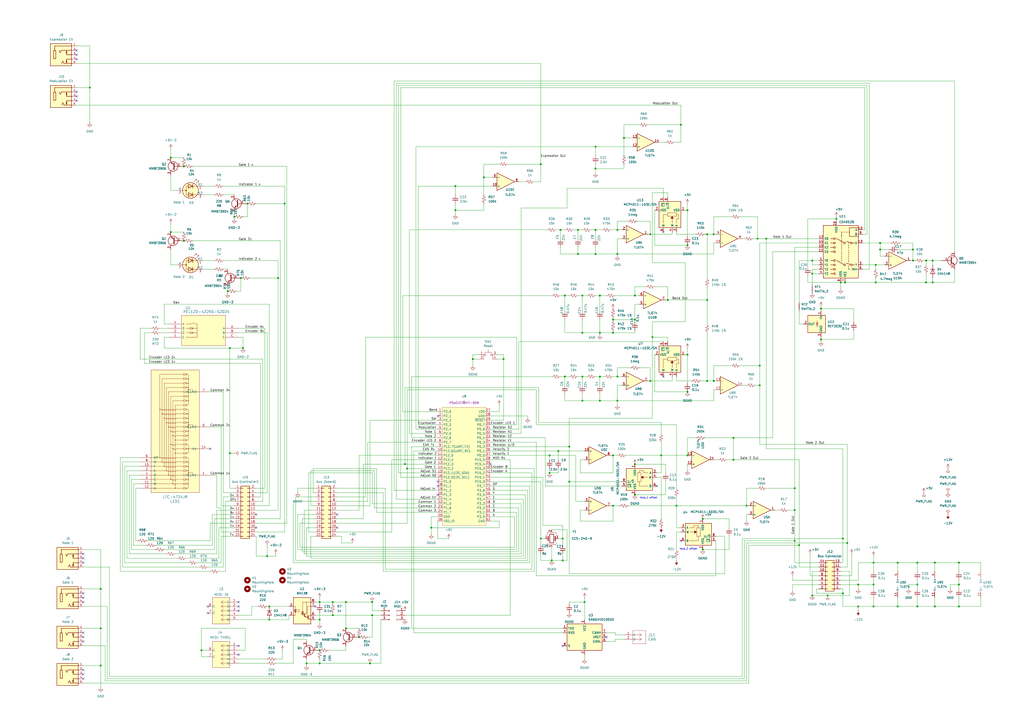
<source format=kicad_sch>
(kicad_sch (version 20231120) (generator "eeschema") (generator_version "8.0")
  (paper "A2")
  (title_block (title "MIDI Decoder") (rev "Draft"))
  (lib_symbols
    (symbol "35RAPC4BH3:35RAPC4BH3" (pin_names (offset 1.016))
      (property "Reference" "J" (at -5.08 7.62 0))
      (property "Value" "35RAPC4BH3" (at -5.08 -8.382 0))
      (symbol "35RAPC4BH3_0_0"
        (pin passive line (at 7.62 5.08 180) (length 2.54) (name "~") (number "1"))
        (pin passive line (at 7.62 2.54 180) (length 2.54) (name "~") (number "2"))
        (pin passive line (at 7.62 0 180) (length 2.54) (name "~") (number "3"))
        (pin passive line (at 7.62 -2.54 180) (length 2.54) (name "~") (number "4"))
        (pin passive line (at 7.62 -5.08 180) (length 2.54) (name "~") (number "5"))
      )
    )
    (symbol "35RAPC4BH3_1" (pin_names (offset 1.016))
      (property "Reference" "J" (at -5.08 7.62 0))
      (property "Value" "35RAPC4BH3" (at -5.08 -8.382 0))
      (symbol "35RAPC4BH3_1_0_0"
        (pin passive line (at 7.62 5.08 180) (length 2.54) (name "~") (number "1"))
        (pin passive line (at 7.62 2.54 180) (length 2.54) (name "~") (number "2"))
        (pin passive line (at 7.62 0 180) (length 2.54) (name "~") (number "3"))
        (pin passive line (at 7.62 -2.54 180) (length 2.54) (name "~") (number "4"))
        (pin passive line (at 7.62 -5.08 180) (length 2.54) (name "~") (number "5"))
      )
    )
    (symbol "Amplifier_Operational:TL074" (pin_names (offset 0.127))
      (property "Reference" "U" (at 0 5.08 0))
      (property "Value" "TL074" (at 0 -5.08 0))
      (symbol "TL074_1_1"
        (pin output line (at 7.62 0 180) (length 2.54) (name "~") (number "1"))
        (pin input line (at -7.62 -2.54 0) (length 2.54) (name "-") (number "2"))
        (pin input line (at -7.62 2.54 0) (length 2.54) (name "+") (number "3"))
      )
      (symbol "TL074_2_1"
        (pin input line (at -7.62 2.54 0) (length 2.54) (name "+") (number "5"))
        (pin input line (at -7.62 -2.54 0) (length 2.54) (name "-") (number "6"))
        (pin output line (at 7.62 0 180) (length 2.54) (name "~") (number "7"))
      )
      (symbol "TL074_3_1"
        (pin input line (at -7.62 2.54 0) (length 2.54) (name "+") (number "10"))
        (pin output line (at 7.62 0 180) (length 2.54) (name "~") (number "8"))
        (pin input line (at -7.62 -2.54 0) (length 2.54) (name "-") (number "9"))
      )
      (symbol "TL074_4_1"
        (pin input line (at -7.62 2.54 0) (length 2.54) (name "+") (number "12"))
        (pin input line (at -7.62 -2.54 0) (length 2.54) (name "-") (number "13"))
        (pin output line (at 7.62 0 180) (length 2.54) (name "~") (number "14"))
      )
      (symbol "TL074_5_1"
        (pin power_in line (at -2.54 -7.62 90) (length 3.81) (name "V-") (number "11"))
        (pin power_in line (at -2.54 7.62 270) (length 3.81) (name "V+") (number "4"))
      )
    )
    (symbol "Analog_Switch:CD4052B"
      (property "Reference" "U" (at -10.16 16.51 0))
      (property "Value" "CD4052B" (at 3.81 16.51 0))
      (symbol "CD4052B_1_1"
        (pin bidirectional line (at 12.7 -5.08 180) (length 2.54) (name "Y0") (number "1"))
        (pin input line (at -12.7 12.7 0) (length 2.54) (name "A") (number "10"))
        (pin bidirectional line (at 12.7 0 180) (length 2.54) (name "X3") (number "11"))
        (pin bidirectional line (at 12.7 7.62 180) (length 2.54) (name "X0") (number "12"))
        (pin bidirectional line (at -12.7 5.08 0) (length 2.54) (name "X") (number "13"))
        (pin bidirectional line (at 12.7 5.08 180) (length 2.54) (name "X1") (number "14"))
        (pin bidirectional line (at 12.7 2.54 180) (length 2.54) (name "X2") (number "15"))
        (pin power_in line (at 2.54 17.78 270) (length 2.54) (name "VDD") (number "16"))
        (pin bidirectional line (at 12.7 -10.16 180) (length 2.54) (name "Y2") (number "2"))
        (pin bidirectional line (at -12.7 -7.62 0) (length 2.54) (name "Y") (number "3"))
        (pin bidirectional line (at 12.7 -12.7 180) (length 2.54) (name "Y3") (number "4"))
        (pin bidirectional line (at 12.7 -7.62 180) (length 2.54) (name "Y1") (number "5"))
        (pin input line (at -12.7 -10.16 0) (length 2.54) (name "INH") (number "6"))
        (pin power_in line (at -2.54 -17.78 90) (length 2.54) (name "VEE") (number "7"))
        (pin power_in line (at 0 -17.78 90) (length 2.54) (name "VSS") (number "8"))
        (pin input line (at -12.7 10.16 0) (length 2.54) (name "B") (number "9"))
      )
    )
    (symbol "Connector:Conn_01x03_Pin" (pin_names (offset 1.016) hide)
      (property "Reference" "J" (at 0 5.08 0))
      (property "Value" "Conn_01x03_Pin" (at 0 -5.08 0))
      (symbol "Conn_01x03_Pin_1_1"
        (pin passive line (at 5.08 2.54 180) (length 3.81) (name "Pin_1") (number "1"))
        (pin passive line (at 5.08 0 180) (length 3.81) (name "Pin_2") (number "2"))
        (pin passive line (at 5.08 -2.54 180) (length 3.81) (name "Pin_3") (number "3"))
      )
    )
    (symbol "Connector:Conn_01x03_Socket" (pin_names (offset 1.016) hide)
      (property "Reference" "J" (at 0 5.08 0))
      (property "Value" "Conn_01x03_Socket" (at 0 -5.08 0))
      (symbol "Conn_01x03_Socket_1_1"
        (pin passive line (at -5.08 2.54 0) (length 3.81) (name "Pin_1") (number "1"))
        (pin passive line (at -5.08 0 0) (length 3.81) (name "Pin_2") (number "2"))
        (pin passive line (at -5.08 -2.54 0) (length 3.81) (name "Pin_3") (number "3"))
      )
    )
    (symbol "Connector_Generic:Conn_02x07_Odd_Even" (pin_names (offset 1.016) hide)
      (property "Reference" "J" (at 1.27 10.16 0))
      (property "Value" "Conn_02x07_Odd_Even" (at 1.27 -10.16 0))
      (symbol "Conn_02x07_Odd_Even_1_1"
        (pin passive line (at -5.08 7.62 0) (length 3.81) (name "Pin_1") (number "1"))
        (pin passive line (at 7.62 -2.54 180) (length 3.81) (name "Pin_10") (number "10"))
        (pin passive line (at -5.08 -5.08 0) (length 3.81) (name "Pin_11") (number "11"))
        (pin passive line (at 7.62 -5.08 180) (length 3.81) (name "Pin_12") (number "12"))
        (pin passive line (at -5.08 -7.62 0) (length 3.81) (name "Pin_13") (number "13"))
        (pin passive line (at 7.62 -7.62 180) (length 3.81) (name "Pin_14") (number "14"))
        (pin passive line (at 7.62 7.62 180) (length 3.81) (name "Pin_2") (number "2"))
        (pin passive line (at -5.08 5.08 0) (length 3.81) (name "Pin_3") (number "3"))
        (pin passive line (at 7.62 5.08 180) (length 3.81) (name "Pin_4") (number "4"))
        (pin passive line (at -5.08 2.54 0) (length 3.81) (name "Pin_5") (number "5"))
        (pin passive line (at 7.62 2.54 180) (length 3.81) (name "Pin_6") (number "6"))
        (pin passive line (at -5.08 0 0) (length 3.81) (name "Pin_7") (number "7"))
        (pin passive line (at 7.62 0 180) (length 3.81) (name "Pin_8") (number "8"))
        (pin passive line (at -5.08 -2.54 0) (length 3.81) (name "Pin_9") (number "9"))
      )
    )
    (symbol "Connector_Generic:Conn_02x12_Odd_Even" (pin_names (offset 1.016) hide)
      (property "Reference" "J" (at 1.27 15.24 0))
      (property "Value" "Conn_02x12_Odd_Even" (at 1.27 -17.78 0))
      (symbol "Conn_02x12_Odd_Even_1_1"
        (pin passive line (at -5.08 12.7 0) (length 3.81) (name "Pin_1") (number "1"))
        (pin passive line (at 7.62 2.54 180) (length 3.81) (name "Pin_10") (number "10"))
        (pin passive line (at -5.08 0 0) (length 3.81) (name "Pin_11") (number "11"))
        (pin passive line (at 7.62 0 180) (length 3.81) (name "Pin_12") (number "12"))
        (pin passive line (at -5.08 -2.54 0) (length 3.81) (name "Pin_13") (number "13"))
        (pin passive line (at 7.62 -2.54 180) (length 3.81) (name "Pin_14") (number "14"))
        (pin passive line (at -5.08 -5.08 0) (length 3.81) (name "Pin_15") (number "15"))
        (pin passive line (at 7.62 -5.08 180) (length 3.81) (name "Pin_16") (number "16"))
        (pin passive line (at -5.08 -7.62 0) (length 3.81) (name "Pin_17") (number "17"))
        (pin passive line (at 7.62 -7.62 180) (length 3.81) (name "Pin_18") (number "18"))
        (pin passive line (at -5.08 -10.16 0) (length 3.81) (name "Pin_19") (number "19"))
        (pin passive line (at 7.62 12.7 180) (length 3.81) (name "Pin_2") (number "2"))
        (pin passive line (at 7.62 -10.16 180) (length 3.81) (name "Pin_20") (number "20"))
        (pin passive line (at -5.08 -12.7 0) (length 3.81) (name "Pin_21") (number "21"))
        (pin passive line (at 7.62 -12.7 180) (length 3.81) (name "Pin_22") (number "22"))
        (pin passive line (at -5.08 -15.24 0) (length 3.81) (name "Pin_23") (number "23"))
        (pin passive line (at 7.62 -15.24 180) (length 3.81) (name "Pin_24") (number "24"))
        (pin passive line (at -5.08 10.16 0) (length 3.81) (name "Pin_3") (number "3"))
        (pin passive line (at 7.62 10.16 180) (length 3.81) (name "Pin_4") (number "4"))
        (pin passive line (at -5.08 7.62 0) (length 3.81) (name "Pin_5") (number "5"))
        (pin passive line (at 7.62 7.62 180) (length 3.81) (name "Pin_6") (number "6"))
        (pin passive line (at -5.08 5.08 0) (length 3.81) (name "Pin_7") (number "7"))
        (pin passive line (at 7.62 5.08 180) (length 3.81) (name "Pin_8") (number "8"))
        (pin passive line (at -5.08 2.54 0) (length 3.81) (name "Pin_9") (number "9"))
      )
    )
    (symbol "Device:C_Small" (pin_numbers hide) (pin_names (offset 0.254) hide)
      (property "Reference" "C" (at 0.254 1.778 0))
      (property "Value" "C_Small" (at 0.254 -2.032 0))
      (symbol "C_Small_1_1"
        (pin passive line (at 0 2.54 270) (length 2.032) (name "~") (number "1"))
        (pin passive line (at 0 -2.54 90) (length 2.032) (name "~") (number "2"))
      )
    )
    (symbol "Device:Crystal_GND24" (pin_names (offset 1.016) hide)
      (property "Reference" "Y" (at 3.175 5.08 0))
      (property "Value" "Crystal_GND24" (at 3.175 3.175 0))
      (symbol "Crystal_GND24_1_1"
        (pin passive line (at -3.81 0 0) (length 1.27) (name "1") (number "1"))
        (pin passive line (at 0 5.08 270) (length 1.27) (name "2") (number "2"))
        (pin passive line (at 3.81 0 180) (length 1.27) (name "3") (number "3"))
        (pin passive line (at 0 -5.08 90) (length 1.27) (name "4") (number "4"))
      )
    )
    (symbol "Device:LED_Dual_KAK" (pin_names (offset 0))
      (property "Reference" "D" (at 0 5.715 0))
      (property "Value" "LED_Dual_KAK" (at 0 -6.35 0))
      (symbol "LED_Dual_KAK_1_1"
        (pin input line (at 7.62 2.54 180) (length 3.81) (name "K1") (number "1"))
        (pin input line (at -7.62 0 0) (length 3.048) (name "A") (number "2"))
        (pin input line (at 7.62 -2.54 180) (length 3.81) (name "K2") (number "3"))
      )
    )
    (symbol "Device:NetTie_2" (pin_numbers hide) (pin_names (offset 0) hide) (in_bom no)
      (property "Reference" "NT" (at 0 1.27 0))
      (property "Value" "NetTie_2" (at 0 -1.27 0))
      (symbol "NetTie_2_1_1"
        (pin passive line (at -2.54 0 0) (length 2.54) (name "1") (number "1"))
        (pin passive line (at 2.54 0 180) (length 2.54) (name "2") (number "2"))
      )
    )
    (symbol "Device:R_Small_US" (pin_numbers hide) (pin_names (offset 0.254) hide)
      (property "Reference" "R" (at 0.762 0.508 0))
      (property "Value" "R_Small_US" (at 0.762 -1.016 0))
      (symbol "R_Small_US_1_1"
        (pin passive line (at 0 2.54 270) (length 1.016) (name "~") (number "1"))
        (pin passive line (at 0 -2.54 90) (length 1.016) (name "~") (number "2"))
      )
    )
    (symbol "Diode:1N4148" (pin_numbers hide) (pin_names hide)
      (property "Reference" "D" (at 0 2.54 0))
      (property "Value" "1N4148" (at 0 -2.54 0))
      (symbol "1N4148_1_1"
        (pin passive line (at -3.81 0 0) (length 2.54) (name "K") (number "1"))
        (pin passive line (at 3.81 0 180) (length 2.54) (name "A") (number "2"))
      )
    )
    (symbol "Interface_CAN_LIN:SN65HVD1050D"
      (property "Reference" "U" (at -8.89 8.89 0))
      (property "Value" "SN65HVD1050D" (at 1.27 8.89 0))
      (symbol "SN65HVD1050D_1_1"
        (pin input line (at -12.7 5.08 0) (length 2.54) (name "TXD") (number "1"))
        (pin power_in line (at 0 -10.16 90) (length 2.54) (name "GND") (number "2"))
        (pin power_in line (at 0 10.16 270) (length 2.54) (name "VCC") (number "3"))
        (pin output line (at -12.7 2.54 0) (length 2.54) (name "RXD") (number "4"))
        (pin passive line (at 12.7 0 180) (length 2.54) (name "VREF") (number "5"))
        (pin bidirectional line (at 12.7 -2.54 180) (length 2.54) (name "CANL") (number "6"))
        (pin bidirectional line (at 12.7 2.54 180) (length 2.54) (name "CANH") (number "7"))
        (pin input line (at -12.7 -5.08 0) (length 2.54) (name "S") (number "8"))
      )
    )
    (symbol "Isolator:6N138" (pin_names (offset 1.016) hide)
      (property "Reference" "U" (at -4.064 8.89 0))
      (property "Value" "6N138" (at 2.286 8.89 0))
      (symbol "6N138_1_1"
        (pin no_connect line (at -5.08 5.08 0) (length 2.54) hide (name "NC") (number "1"))
        (pin passive line (at -7.62 2.54 0) (length 2.54) (name "C1") (number "2"))
        (pin passive line (at -7.62 -2.54 0) (length 2.54) (name "C2") (number "3"))
        (pin no_connect line (at -5.08 -5.08 0) (length 2.54) hide (name "NC") (number "4"))
        (pin passive line (at 7.62 -5.08 180) (length 2.54) (name "GND") (number "5"))
        (pin passive line (at 7.62 -2.54 180) (length 2.54) (name "VO2") (number "6"))
        (pin passive line (at 7.62 2.54 180) (length 2.54) (name "VO1") (number "7"))
        (pin passive line (at 7.62 5.08 180) (length 2.54) (name "VCC") (number "8"))
      )
    )
    (symbol "LTC-4724JR:LTC-4724JR" (pin_names (offset 0.254))
      (property "Reference" "LED" (at 20.32 7.62 0))
      (property "Value" "LTC-4724JR" (at 20.32 5.08 0))
      (symbol "LTC-4724JR_0_1"
        (pin input line (at 40.64 -22.86 180) (length 7.62) (name "14") (number "14"))
      )
      (symbol "LTC-4724JR_1_1"
        (pin input line (at 40.64 -7.62 180) (length 7.62) (name "Com1") (number "1"))
        (pin input line (at 0 -2.54 0) (length 7.62) (name "B") (number "11"))
        (pin input line (at 0 0 0) (length 7.62) (name "A") (number "12"))
        (pin input line (at 0 -12.7 0) (length 7.62) (name "F") (number "15"))
        (pin input line (at 0 -10.16 0) (length 7.62) (name "E") (number "2"))
        (pin input line (at 0 -5.08 0) (length 7.62) (name "C") (number "3"))
        (pin input line (at 0 -7.62 0) (length 7.62) (name "D") (number "4"))
        (pin input line (at 40.64 -35.56 180) (length 7.62) (name "Com2") (number "5"))
        (pin input line (at 0 -17.78 0) (length 7.62) (name "DP") (number "6"))
        (pin input line (at 40.64 -55.88 180) (length 7.62) (name "Com3") (number "7"))
        (pin input line (at 0 -15.24 0) (length 7.62) (name "G") (number "8"))
      )
    )
    (symbol "Mechanical:MountingHole" (pin_names (offset 1.016)) (exclude_from_sim yes) (in_bom no)
      (property "Reference" "H" (at 0 5.08 0))
      (property "Value" "MountingHole" (at 0 3.175 0))
    )
    (symbol "Molex_KK254_2pin:22232021" (pin_names (offset 0.254))
      (property "Reference" "J" (at 8.89 6.35 0))
      (property "Value" "22232021" (at 0 6.604 0))
      (symbol "22232021_1_1"
        (pin passive line (at 0 0 0) (length 5.08) (name "1") (number "1"))
        (pin passive line (at 0 -2.54 0) (length 5.08) (name "2") (number "2"))
      )
      (symbol "22232021_1_2"
        (pin unspecified line (at 0 0 0) (length 5.08) (name "1") (number "1"))
        (pin unspecified line (at 0 -2.54 0) (length 5.08) (name "2") (number "2"))
      )
    )
    (symbol "PEL12D:PEL12D-4225S-S2024" (pin_names (offset 0.254))
      (property "Reference" "U" (at 20.32 10.16 0))
      (property "Value" "PEL12D-4225S-S2024" (at 20.32 7.62 0))
      (symbol "PEL12D-4225S-S2024_0_1"
        (pin passive line (at 40.64 -5.08 180) (length 7.62) (name "A") (number "A"))
        (pin passive line (at 40.64 -2.54 180) (length 7.62) (name "B") (number "B"))
      )
      (symbol "PEL12D-4225S-S2024_1_1"
        (pin power_in line (at 0 0 0) (length 7.62) (name "1") (number "1"))
        (pin input line (at 0 -2.54 0) (length 7.62) (name "2") (number "2"))
        (pin input line (at 0 -5.08 0) (length 7.62) (name "3") (number "3"))
        (pin passive line (at 0 -7.62 0) (length 7.62) (name "4") (number "4"))
        (pin passive line (at 40.64 0 180) (length 7.62) (name "C") (number "C"))
      )
    )
    (symbol "Potentiometer_Digital:MCP4011-xxxxSN"
      (property "Reference" "U" (at -7.62 8.89 0))
      (property "Value" "MCP4011-xxxxSN" (at 1.27 8.89 0))
      (symbol "MCP4011-xxxxSN_1_1"
        (pin power_in line (at -2.54 10.16 270) (length 2.54) (name "VDD") (number "1"))
        (pin power_in line (at -2.54 -7.62 90) (length 2.54) (name "VSS") (number "2"))
        (pin passive line (at 10.16 5.08 180) (length 2.54) (name "A") (number "3"))
        (pin passive line (at 10.16 2.54 180) (length 2.54) (name "W") (number "4"))
        (pin input line (at -10.16 -2.54 0) (length 2.54) (name "~{CS}") (number "5"))
        (pin passive line (at 10.16 -2.54 180) (length 2.54) (name "B") (number "6"))
        (pin no_connect line (at -7.62 5.08 0) (length 2.54) hide (name "NC") (number "7"))
        (pin input line (at -10.16 0 0) (length 2.54) (name "U/~{D}") (number "8"))
      )
    )
    (symbol "Reference_Voltage:REF3030" (pin_names (offset 0.254))
      (property "Reference" "U" (at 0 6.35 0))
      (property "Value" "REF3030" (at 2.54 -6.35 0))
      (symbol "REF3030_1_1"
        (pin power_in line (at -2.54 7.62 270) (length 2.54) (name "IN") (number "1"))
        (pin power_out line (at 7.62 0 180) (length 2.54) (name "OUT") (number "2"))
        (pin power_in line (at -2.54 -7.62 90) (length 2.54) (name "GND") (number "3"))
      )
    )
    (symbol "TactileSwitches:Tactile_Switch"
      (property "Reference" "SW" (at 0 9.144 0))
      (property "Value" "Tactile Switch" (at 1.016 6.858 0))
      (symbol "Tactile_Switch_1_1"
        (pin passive line (at -5.08 2.54 0) (length 2.54) (name "") (number "1"))
        (pin passive line (at -5.08 0 0) (length 2.54) (name "") (number "2"))
        (pin passive line (at 5.08 2.54 180) (length 2.54) (name "") (number "3"))
        (pin passive line (at 5.08 0 180) (length 2.54) (name "") (number "4"))
      )
    )
    (symbol "Transistor_BJT:MMBT3904" (pin_names (offset 0) hide)
      (property "Reference" "Q" (at 5.08 1.905 0))
      (property "Value" "MMBT3904" (at 5.08 0 0))
      (symbol "MMBT3904_1_1"
        (pin input line (at -5.08 0 0) (length 5.715) (name "B") (number "1"))
        (pin passive line (at 2.54 -5.08 90) (length 2.54) (name "E") (number "2"))
        (pin passive line (at 2.54 5.08 270) (length 2.54) (name "C") (number "3"))
      )
    )
    (symbol "Transistor_BJT:MMBT3906" (pin_names (offset 0) hide)
      (property "Reference" "Q" (at 5.08 1.905 0))
      (property "Value" "MMBT3906" (at 5.08 0 0))
      (symbol "MMBT3906_1_1"
        (pin input line (at -5.08 0 0) (length 5.715) (name "B") (number "1"))
        (pin passive line (at 2.54 -5.08 90) (length 2.54) (name "E") (number "2"))
        (pin passive line (at 2.54 5.08 270) (length 2.54) (name "C") (number "3"))
      )
    )
    (symbol "din_5pin:SDS-50J" (pin_names (offset 0.254))
      (property "Reference" "J" (at 8.89 6.35 0))
      (property "Value" "SDS-50J" (at 0.508 4.318 0))
      (property "Footprint" "CONN5_SDS-50J_CUD" (at -5.334 7.112 0))
      (symbol "SDS-50J_1_1"
        (pin bidirectional line (at 0 0 0) (length 5.08) (name "1") (number "1"))
        (pin bidirectional line (at 0 -2.54 0) (length 5.08) (name "2") (number "2"))
        (pin bidirectional line (at 0 -5.08 0) (length 5.08) (name "3") (number "3"))
        (pin bidirectional line (at 0 -7.62 0) (length 5.08) (name "4") (number "4"))
        (pin bidirectional line (at 0 -10.16 0) (length 5.08) (name "5") (number "5"))
        (pin passive line (at 17.78 -2.54 180) (length 2.54) (name "E") (number "6"))
        (pin passive line (at 17.78 -6.35 180) (length 2.54) (name "E") (number "7"))
      )
      (symbol "SDS-50J_1_2"
        (pin unspecified line (at 0 0 0) (length 5.08) (name "1") (number "1"))
        (pin unspecified line (at 0 -2.54 0) (length 5.08) (name "2") (number "2"))
        (pin unspecified line (at 0 -5.08 0) (length 5.08) (name "3") (number "3"))
        (pin unspecified line (at 0 -7.62 0) (length 5.08) (name "4") (number "4"))
        (pin unspecified line (at 0 -10.16 0) (length 5.08) (name "5") (number "5"))
      )
    )
    (symbol "power:+12V" (power) (pin_numbers hide) (pin_names (offset 0) hide)
      (property "Value" "+12V" (at 0 3.556 0))
      (symbol "+12V_1_1"
        (pin power_in line (at 0 0 90) (length 0) (name "~") (number "1"))
      )
    )
    (symbol "power:+5V" (power) (pin_numbers hide) (pin_names (offset 0) hide)
      (property "Value" "+5V" (at 0 3.556 0))
      (symbol "+5V_1_1"
        (pin power_in line (at 0 0 90) (length 0) (name "~") (number "1"))
      )
    )
    (symbol "power:-12V" (power) (pin_numbers hide) (pin_names (offset 0) hide)
      (property "Value" "-12V" (at 0 3.556 0))
      (symbol "-12V_0_0"
        (pin power_in line (at 0 0 90) (length 0) (name "~") (number "1"))
      )
    )
    (symbol "power:GND" (power) (pin_numbers hide) (pin_names (offset 0) hide)
      (property "Value" "GND" (at 0 -3.81 0))
      (symbol "GND_1_1"
        (pin power_in line (at 0 0 270) (length 0) (name "~") (number "1"))
      )
    )
    (symbol "power:PWR_FLAG" (power) (pin_numbers hide) (pin_names (offset 0) hide)
      (property "Value" "PWR_FLAG" (at 0 3.81 0))
      (symbol "PWR_FLAG_0_0"
        (pin power_out line (at 0 0 90) (length 0) (name "~") (number "1"))
      )
    )
    (symbol "psoc:CY8CKIT-059"
      (property "Reference" "U" (at -17.272 36.576 0))
      (property "Footprint" "PSoC:CY8KIT-059" (at -17.272 36.576 0))
      (symbol "CY8CKIT-059_1_1"
        (pin bidirectional line (at -15.24 31.75 0) (length 2.54) (name "P2_0") (number "1"))
        (pin bidirectional line (at -15.24 8.89 0) (length 2.54) (name "P12_6(UART_RX)") (number "10"))
        (pin bidirectional line (at -15.24 6.35 0) (length 2.54) (name "P12_5") (number "11"))
        (pin bidirectional line (at -15.24 3.81 0) (length 2.54) (name "P12_4") (number "12"))
        (pin bidirectional line (at -15.24 1.27 0) (length 2.54) (name "P12_3") (number "13"))
        (pin bidirectional line (at -15.24 -1.27 0) (length 2.54) (name "P12_2") (number "14"))
        (pin bidirectional line (at -15.24 -3.81 0) (length 2.54) (name "P12_1(I2C_SDA)") (number "15"))
        (pin bidirectional line (at -15.24 -6.35 0) (length 2.54) (name "P12_0(I2C_SCL)") (number "16"))
        (pin bidirectional line (at -15.24 -8.89 0) (length 2.54) (name "P1_0") (number "17"))
        (pin bidirectional line (at -15.24 -11.43 0) (length 2.54) (name "P1_1") (number "18"))
        (pin bidirectional line (at -15.24 -13.97 0) (length 2.54) (name "P1_2") (number "19"))
        (pin bidirectional line (at -15.24 29.21 0) (length 2.54) (name "P2_1") (number "2"))
        (pin bidirectional line (at -15.24 -16.51 0) (length 2.54) (name "P1_3") (number "20"))
        (pin bidirectional line (at -15.24 -19.05 0) (length 2.54) (name "P1_4") (number "21"))
        (pin bidirectional line (at -15.24 -21.59 0) (length 2.54) (name "P1_5") (number "22"))
        (pin bidirectional line (at -15.24 -24.13 0) (length 2.54) (name "P1_6") (number "23"))
        (pin bidirectional line (at -15.24 -26.67 0) (length 2.54) (name "P1_7") (number "24"))
        (pin power_in line (at -15.24 -29.21 0) (length 2.54) (name "GND") (number "25"))
        (pin power_in line (at -15.24 -31.75 0) (length 2.54) (name "VDD_IO") (number "26"))
        (pin power_in line (at 15.24 31.75 180) (length 2.54) (name "VDD") (number "27"))
        (pin power_in line (at 15.24 29.21 180) (length 2.54) (name "GND") (number "28"))
        (pin input line (at 15.24 26.67 180) (length 2.54) (name "~{RESET}") (number "29"))
        (pin bidirectional line (at -15.24 26.67 0) (length 2.54) (name "P2_2") (number "3"))
        (pin bidirectional line (at 15.24 24.13 180) (length 2.54) (name "P0_7") (number "30"))
        (pin bidirectional line (at 15.24 21.59 180) (length 2.54) (name "P0_6") (number "31"))
        (pin bidirectional line (at 15.24 19.05 180) (length 2.54) (name "P0_5") (number "32"))
        (pin bidirectional line (at 15.24 16.51 180) (length 2.54) (name "P0_4") (number "33"))
        (pin bidirectional line (at 15.24 13.97 180) (length 2.54) (name "P0_3") (number "34"))
        (pin bidirectional line (at 15.24 11.43 180) (length 2.54) (name "P0_2") (number "35"))
        (pin bidirectional line (at 15.24 8.89 180) (length 2.54) (name "P0_1") (number "36"))
        (pin bidirectional line (at 15.24 6.35 180) (length 2.54) (name "P0_0") (number "37"))
        (pin bidirectional line (at 15.24 3.81 180) (length 2.54) (name "P15_5") (number "38"))
        (pin bidirectional line (at 15.24 1.27 180) (length 2.54) (name "P15_4") (number "39"))
        (pin bidirectional line (at -15.24 24.13 0) (length 2.54) (name "P2_3") (number "4"))
        (pin bidirectional line (at 15.24 -1.27 180) (length 2.54) (name "P15_3") (number "40"))
        (pin bidirectional line (at 15.24 -3.81 180) (length 2.54) (name "P15_2") (number "41"))
        (pin bidirectional line (at 15.24 -6.35 180) (length 2.54) (name "P15_1") (number "42"))
        (pin bidirectional line (at 15.24 -8.89 180) (length 2.54) (name "P15_0") (number "43"))
        (pin bidirectional line (at 15.24 -11.43 180) (length 2.54) (name "P3_7") (number "44"))
        (pin bidirectional line (at 15.24 -13.97 180) (length 2.54) (name "P3_6") (number "45"))
        (pin bidirectional line (at 15.24 -16.51 180) (length 2.54) (name "P3_5") (number "46"))
        (pin bidirectional line (at 15.24 -19.05 180) (length 2.54) (name "P3_4") (number "47"))
        (pin bidirectional line (at 15.24 -21.59 180) (length 2.54) (name "P3_3") (number "48"))
        (pin bidirectional line (at 15.24 -24.13 180) (length 2.54) (name "P3_2") (number "49"))
        (pin bidirectional line (at -15.24 21.59 0) (length 2.54) (name "P2_4") (number "5"))
        (pin bidirectional line (at 15.24 -26.67 180) (length 2.54) (name "P3_1") (number "50"))
        (pin bidirectional line (at 15.24 -29.21 180) (length 2.54) (name "P3_0") (number "51"))
        (pin power_in line (at 15.24 -31.75 180) (length 2.54) (name "GND") (number "52"))
        (pin bidirectional line (at -15.24 19.05 0) (length 2.54) (name "P2_5") (number "6"))
        (pin bidirectional line (at -15.24 16.51 0) (length 2.54) (name "P2_6") (number "7"))
        (pin bidirectional line (at -15.24 13.97 0) (length 2.54) (name "P2_7") (number "8"))
        (pin bidirectional line (at -15.24 11.43 0) (length 2.54) (name "P12_7(UART_TX)") (number "9"))
      )
    )
  )
  (junction (at 345.44 97.79))
  (junction (at 425.45 254))
  (junction (at 439.42 138.43))
  (junction (at 330.2 259.08))
  (junction (at 234.95 269.24))
  (junction (at 480.06 345.44))
  (junction (at 358.14 147.32))
  (junction (at 326.39 325.12))
  (junction (at 264.16 107.95))
  (junction (at 556.26 351.79))
  (junction (at 200.66 364.49))
  (junction (at 476.25 196.85))
  (junction (at 410.21 220.98))
  (junction (at 185.42 377.19))
  (junction (at 156.21 359.41))
  (junction (at 387.35 173.99))
  (junction (at 529.59 144.78))
  (junction (at 116.84 377.19))
  (junction (at 345.44 85.09))
  (junction (at 337.82 232.41))
  (junction (at 106.68 96.52))
  (junction (at 506.73 339.09))
  (junction (at 440.69 212.09))
  (junction (at 490.22 163.83))
  (junction (at 461.01 283.21))
  (junction (at 156.21 351.79))
  (junction (at 58.42 341.63))
  (junction (at 355.6 293.37))
  (junction (at 193.04 356.87))
  (junction (at 398.78 205.74))
  (junction (at 541.02 163.83))
  (junction (at 165.1 118.11))
  (junction (at 407.67 300.99))
  (junction (at 506.73 351.79))
  (junction (at 433.07 293.37))
  (junction (at 345.44 133.35))
  (junction (at 461.01 313.69))
  (junction (at 143.51 118.11))
  (junction (at 497.84 339.09))
  (junction (at 556.26 326.39))
  (junction (at 215.9 356.87))
  (junction (at 58.42 364.49))
  (junction (at 200.66 349.25))
  (junction (at 368.3 185.42))
  (junction (at 215.9 349.25))
  (junction (at 471.17 345.44))
  (junction (at 542.29 351.79))
  (junction (at 318.77 274.32))
  (junction (at 193.04 349.25))
  (junction (at 358.14 232.41))
  (junction (at 368.3 269.24))
  (junction (at 154.94 322.58))
  (junction (at 337.82 193.04))
  (junction (at 508 163.83))
  (junction (at 529.59 151.13))
  (junction (at 339.09 349.25))
  (junction (at 274.32 208.28))
  (junction (at 410.21 135.89))
  (junction (at 542.29 326.39))
  (junction (at 398.78 142.24))
  (junction (at 185.42 349.25))
  (junction (at 394.97 72.39))
  (junction (at 407.67 318.77))
  (junction (at 99.06 91.44))
  (junction (at 361.95 80.01))
  (junction (at 377.19 135.89))
  (junction (at 444.5 138.43))
  (junction (at 510.54 144.78))
  (junction (at 398.78 227.33))
  (junction (at 488.95 344.17))
  (junction (at 236.22 271.78))
  (junction (at 510.54 140.97))
  (junction (at 541.02 151.13))
  (junction (at 383.54 264.16))
  (junction (at 532.13 326.39))
  (junction (at 463.55 316.23))
  (junction (at 313.69 95.25))
  (junction (at 264.16 121.92))
  (junction (at 488.95 312.42))
  (junction (at 440.69 223.52))
  (junction (at 532.13 339.09))
  (junction (at 135.89 125.73))
  (junction (at 337.82 171.45))
  (junction (at 556.26 339.09))
  (junction (at 292.1 208.28))
  (junction (at 398.78 121.92))
  (junction (at 326.39 312.42))
  (junction (at 461.01 295.91))
  (junction (at 532.13 351.79))
  (junction (at 471.17 158.75))
  (junction (at 471.17 151.13))
  (junction (at 414.02 135.89))
  (junction (at 355.6 185.42))
  (junction (at 425.45 266.7))
  (junction (at 280.67 102.87))
  (junction (at 52.07 50.8))
  (junction (at 318.77 264.16))
  (junction (at 355.6 193.04))
  (junction (at 506.73 326.39))
  (junction (at 347.98 218.44))
  (junction (at 414.02 220.98))
  (junction (at 133.35 262.89))
  (junction (at 177.8 384.81))
  (junction (at 325.12 133.35))
  (junction (at 106.68 139.7))
  (junction (at 537.21 163.83))
  (junction (at 368.3 171.45))
  (junction (at 330.2 279.4))
  (junction (at 161.29 161.29))
  (junction (at 335.28 133.35))
  (junction (at 347.98 193.04))
  (junction (at 520.7 351.79))
  (junction (at 139.7 161.29))
  (junction (at 347.98 232.41))
  (junction (at 487.68 163.83))
  (junction (at 250.19 306.07))
  (junction (at 497.84 351.79))
  (junction (at 335.28 147.32))
  (junction (at 358.14 218.44))
  (junction (at 99.06 134.62))
  (junction (at 508 153.67))
  (junction (at 140.97 201.93))
  (junction (at 398.78 264.16))
  (junction (at 337.82 218.44))
  (junction (at 347.98 171.45))
  (junction (at 537.21 151.13))
  (junction (at 313.69 312.42))
  (junction (at 185.42 359.41))
  (junction (at 327.66 171.45))
  (junction (at 355.6 264.16))
  (junction (at 133.35 201.93))
  (junction (at 358.14 133.35))
  (junction (at 320.04 325.12))
  (junction (at 392.43 293.37))
  (junction (at 491.49 314.96))
  (junction (at 485.14 127))
  (junction (at 132.08 168.91))
  (junction (at 377.19 220.98))
  (junction (at 208.28 369.57))
  (junction (at 378.46 195.58))
  (junction (at 185.42 384.81))
  (junction (at 345.44 147.32))
  (junction (at 368.3 287.02))
  (junction (at 58.42 386.08))
  (junction (at 327.66 218.44))
  (junction (at 214.63 384.81))
  (junction (at 520.7 326.39))
  (junction (at 323.85 261.62))
  (junction (at 410.21 173.99))
  (junction (at 476.25 179.07))
  (no_connect (at 326.39 374.65))
  (no_connect (at 44.45 58.42))
  (no_connect (at 254 279.4))
  (no_connect (at 48.26 388.62))
  (no_connect (at 195.58 306.07))
  (no_connect (at 384.81 218.44))
  (no_connect (at 121.92 260.35))
  (no_connect (at 48.26 346.71))
  (no_connect (at 195.58 298.45))
  (no_connect (at 48.26 323.85))
  (no_connect (at 148.59 306.07))
  (no_connect (at 394.97 313.69))
  (no_connect (at 138.43 354.33))
  (no_connect (at 384.81 134.62))
  (no_connect (at 254 287.02))
  (no_connect (at 182.88 351.79))
  (no_connect (at 120.65 351.79))
  (no_connect (at 48.26 367.03))
  (no_connect (at 48.26 344.17))
  (no_connect (at 138.43 349.25))
  (no_connect (at 48.26 391.16))
  (no_connect (at 381 281.94))
  (no_connect (at 44.45 53.34))
  (no_connect (at 254 241.3))
  (no_connect (at 48.26 369.57))
  (no_connect (at 138.43 351.79))
  (no_connect (at 48.26 393.7))
  (no_connect (at 120.65 355.6))
  (no_connect (at 48.26 321.31))
  (no_connect (at 48.26 326.39))
  (no_connect (at 284.48 269.24))
  (no_connect (at 254 281.94))
  (no_connect (at 44.45 55.88))
  (no_connect (at 148.59 298.45))
  (no_connect (at 138.43 374.65))
  (no_connect (at 48.26 349.25))
  (no_connect (at 48.26 372.11))
  (no_connect (at 138.43 379.73))
  (no_connect (at 44.45 31.75))
  (no_connect (at 44.45 29.21))
  (no_connect (at 44.45 34.29))
  (no_connect (at 351.79 369.57))
  (wire (pts (xy 132.08 170.18) (xy 132.08 168.91)))
  (wire (pts (xy 355.6 218.44) (xy 358.14 218.44)))
  (wire (pts (xy 154.94 351.79) (xy 156.21 351.79)))
  (wire (pts (xy 231.14 274.32) (xy 231.14 49.53)))
  (wire (pts (xy 378.46 195.58) (xy 387.35 195.58)))
  (wire (pts (xy 506.73 326.39) (xy 506.73 331.47)))
  (wire (pts (xy 306.07 325.12) (xy 306.07 284.48)))
  (wire (pts (xy 185.42 384.81) (xy 214.63 384.81)))
  (wire (pts (xy 433.07 283.21) (xy 439.42 283.21)))
  (wire (pts (xy 227.33 266.7) (xy 227.33 308.61)))
  (wire (pts (xy 532.13 339.09) (xy 532.13 341.63)))
  (wire (pts (xy 228.6 284.48) (xy 254 284.48)))
  (wire (pts (xy 234.95 269.24) (xy 234.95 224.79)))
  (wire (pts (xy 398.78 254) (xy 403.86 254)))
  (wire (pts (xy 430.53 392.43) (xy 63.5 392.43)))
  (wire (pts (xy 182.88 283.21) (xy 172.72 283.21)))
  (wire (pts (xy 129.54 328.93) (xy 129.54 288.29)))
  (wire (pts (xy 506.73 346.71) (xy 506.73 351.79)))
  (wire (pts (xy 231.14 49.53) (xy 502.92 49.53)))
  (wire (pts (xy 386.08 287.02) (xy 368.3 287.02)))
  (wire (pts (xy 81.28 190.5) (xy 81.28 208.28)))
  (wire (pts (xy 422.91 311.15) (xy 422.91 318.77)))
  (wire (pts (xy 151.13 288.29) (xy 148.59 288.29)))
  (wire (pts (xy 166.37 303.53) (xy 148.59 303.53)))
  (wire (pts (xy 300.99 320.04) (xy 300.99 294.64)))
  (wire (pts (xy 250.19 306.07) (xy 289.56 306.07)))
  (wire (pts (xy 111.76 139.7) (xy 162.56 139.7)))
  (wire (pts (xy 471.17 151.13) (xy 471.17 153.67)))
  (wire (pts (xy 238.76 259.08) (xy 238.76 364.49)))
  (wire (pts (xy 232.41 276.86) (xy 232.41 50.8)))
  (wire (pts (xy 491.49 314.96) (xy 491.49 328.93)))
  (wire (pts (xy 58.42 386.08) (xy 58.42 398.78)))
  (wire (pts (xy 342.9 133.35) (xy 345.44 133.35)))
  (wire (pts (xy 535.94 151.13) (xy 537.21 151.13)))
  (wire (pts (xy 116.84 377.19) (xy 120.65 377.19)))
  (wire (pts (xy 358.14 148.59) (xy 358.14 147.32)))
  (wire (pts (xy 469.9 334.01) (xy 474.98 334.01)))
  (wire (pts (xy 434.34 316.23) (xy 463.55 316.23)))
  (wire (pts (xy 165.1 107.95) (xy 165.1 118.11)))
  (wire (pts (xy 553.72 46.99) (xy 553.72 146.05)))
  (wire (pts (xy 541.02 161.29) (xy 541.02 163.83)))
  (wire (pts (xy 328.93 325.12) (xy 326.39 325.12)))
  (wire (pts (xy 151.13 210.82) (xy 151.13 288.29)))
  (wire (pts (xy 254 266.7) (xy 227.33 266.7)))
  (wire (pts (xy 354.33 133.35) (xy 358.14 133.35)))
  (wire (pts (xy 345.44 97.79) (xy 345.44 95.25)))
  (wire (pts (xy 556.26 346.71) (xy 556.26 351.79)))
  (wire (pts (xy 115.57 328.93) (xy 71.12 328.93)))
  (wire (pts (xy 520.7 144.78) (xy 529.59 144.78)))
  (wire (pts (xy 222.25 285.75) (xy 195.58 285.75)))
  (wire (pts (xy 313.69 321.31) (xy 313.69 325.12)))
  (wire (pts (xy 314.96 276.86) (xy 314.96 304.8)))
  (wire (pts (xy 198.12 311.15) (xy 198.12 314.96)))
  (wire (pts (xy 476.25 196.85) (xy 495.3 196.85)))
  (wire (pts (xy 510.54 144.78) (xy 510.54 148.59)))
  (wire (pts (xy 78.74 283.21) (xy 81.28 283.21)))
  (wire (pts (xy 501.65 133.35) (xy 500.38 133.35)))
  (wire (pts (xy 345.44 143.51) (xy 345.44 147.32)))
  (wire (pts (xy 306.07 241.3) (xy 306.07 242.57)))
  (wire (pts (xy 485.14 127) (xy 485.14 128.27)))
  (wire (pts (xy 414.02 135.89) (xy 415.29 135.89)))
  (wire (pts (xy 60.96 394.97) (xy 433.07 394.97)))
  (wire (pts (xy 502.92 49.53) (xy 502.92 135.89)))
  (wire (pts (xy 139.7 161.29) (xy 139.7 168.91)))
  (wire (pts (xy 463.55 180.34) (xy 463.55 187.96)))
  (wire (pts (xy 299.72 318.77) (xy 299.72 297.18)))
  (wire (pts (xy 358.14 213.36) (xy 365.76 213.36)))
  (wire (pts (xy 468.63 154.94) (xy 468.63 127)))
  (wire (pts (xy 97.79 190.5) (xy 92.71 190.5)))
  (wire (pts (xy 95.25 176.53) (xy 156.21 176.53)))
  (wire (pts (xy 123.19 316.23) (xy 123.19 298.45)))
  (wire (pts (xy 347.98 171.45) (xy 351.79 171.45)))
  (wire (pts (xy 280.67 95.25) (xy 280.67 102.87)))
  (wire (pts (xy 383.54 264.16) (xy 383.54 274.32)))
  (wire (pts (xy 135.89 127) (xy 135.89 125.73)))
  (wire (pts (xy 383.54 245.11) (xy 383.54 251.46)))
  (wire (pts (xy 337.82 171.45) (xy 337.82 180.34)))
  (wire (pts (xy 529.59 144.78) (xy 529.59 151.13)))
  (wire (pts (xy 508 153.67) (xy 508 156.21)))
  (wire (pts (xy 392.43 323.85) (xy 392.43 325.12)))
  (wire (pts (xy 48.26 318.77) (xy 58.42 318.77)))
  (wire (pts (xy 302.26 120.65) (xy 328.93 120.65)))
  (wire (pts (xy 213.36 256.54) (xy 254 256.54)))
  (wire (pts (xy 109.22 326.39) (xy 72.39 326.39)))
  (wire (pts (xy 392.43 134.62) (xy 392.43 135.89)))
  (wire (pts (xy 355.6 186.69) (xy 355.6 185.42)))
  (wire (pts (xy 228.6 46.99) (xy 553.72 46.99)))
  (wire (pts (xy 132.08 168.91) (xy 132.08 166.37)))
  (wire (pts (xy 356.87 171.45) (xy 368.3 171.45)))
  (wire (pts (xy 415.29 334.01) (xy 415.29 313.69)))
  (wire (pts (xy 355.6 191.77) (xy 355.6 193.04)))
  (wire (pts (xy 175.26 300.99) (xy 182.88 300.99)))
  (wire (pts (xy 81.28 190.5) (xy 87.63 190.5)))
  (wire (pts (xy 476.25 196.85) (xy 476.25 195.58)))
  (wire (pts (xy 358.14 218.44) (xy 360.68 218.44)))
  (wire (pts (xy 234.95 224.79) (xy 312.42 224.79)))
  (wire (pts (xy 448.31 254) (xy 425.45 254)))
  (wire (pts (xy 510.54 144.78) (xy 515.62 144.78)))
  (wire (pts (xy 254 312.42) (xy 254 302.26)))
  (wire (pts (xy 127 331.47) (xy 130.81 331.47)))
  (wire (pts (xy 72.39 326.39) (xy 72.39 270.51)))
  (wire (pts (xy 125.73 275.59) (xy 125.73 294.64)))
  (wire (pts (xy 397.51 152.4) (xy 378.46 152.4)))
  (wire (pts (xy 76.2 318.77) (xy 76.2 278.13)))
  (wire (pts (xy 125.73 295.91) (xy 125.73 321.31)))
  (wire (pts (xy 440.69 257.81) (xy 440.69 223.52)))
  (wire (pts (xy 242.57 107.95) (xy 264.16 107.95)))
  (wire (pts (xy 114.3 326.39) (xy 128.27 326.39)))
  (wire (pts (xy 274.32 208.28) (xy 278.13 208.28)))
  (wire (pts (xy 497.84 339.09) (xy 506.73 339.09)))
  (wire (pts (xy 488.95 260.35) (xy 444.5 260.35)))
  (wire (pts (xy 556.26 351.79) (xy 542.29 351.79)))
  (wire (pts (xy 449.58 295.91) (xy 452.12 295.91)))
  (wire (pts (xy 323.85 266.7) (xy 323.85 261.62)))
  (wire (pts (xy 414.02 135.89) (xy 414.02 125.73)))
  (wire (pts (xy 485.14 125.73) (xy 485.14 127)))
  (wire (pts (xy 358.14 218.44) (xy 358.14 213.36)))
  (wire (pts (xy 461.01 295.91) (xy 457.2 295.91)))
  (wire (pts (xy 133.35 201.93) (xy 140.97 201.93)))
  (wire (pts (xy 368.3 269.24) (xy 386.08 269.24)))
  (wire (pts (xy 326.39 312.42) (xy 323.85 312.42)))
  (wire (pts (xy 368.3 171.45) (xy 368.3 166.37)))
  (wire (pts (xy 52.07 50.8) (xy 52.07 26.67)))
  (wire (pts (xy 392.43 293.37) (xy 433.07 293.37)))
  (wire (pts (xy 284.48 302.26) (xy 289.56 302.26)))
  (wire (pts (xy 339.09 379.73) (xy 339.09 382.27)))
  (wire (pts (xy 83.82 193.04) (xy 83.82 210.82)))
  (wire (pts (xy 181.61 285.75) (xy 182.88 285.75)))
  (wire (pts (xy 476.25 177.8) (xy 476.25 179.07)))
  (wire (pts (xy 171.45 325.12) (xy 306.07 325.12)))
  (wire (pts (xy 217.17 294.64) (xy 254 294.64)))
  (wire (pts (xy 143.51 125.73) (xy 140.97 125.73)))
  (wire (pts (xy 152.4 290.83) (xy 148.59 290.83)))
  (wire (pts (xy 63.5 392.43) (xy 63.5 328.93)))
  (wire (pts (xy 163.83 382.27) (xy 160.02 382.27)))
  (wire (pts (xy 311.15 334.01) (xy 415.29 334.01)))
  (wire (pts (xy 153.67 190.5) (xy 138.43 190.5)))
  (wire (pts (xy 274.32 212.09) (xy 274.32 208.28)))
  (wire (pts (xy 510.54 140.97) (xy 510.54 144.78)))
  (wire (pts (xy 254 254) (xy 238.76 254)))
  (wire (pts (xy 72.39 270.51) (xy 81.28 270.51)))
  (wire (pts (xy 430.53 312.42) (xy 430.53 392.43)))
  (wire (pts (xy 387.35 166.37) (xy 387.35 173.99)))
  (wire (pts (xy 398.78 205.74) (xy 398.78 201.93)))
  (wire (pts (xy 280.67 95.25) (xy 289.56 95.25)))
  (wire (pts (xy 473.71 344.17) (xy 473.71 341.63)))
  (wire (pts (xy 48.26 364.49) (xy 58.42 364.49)))
  (wire (pts (xy 284.48 294.64) (xy 300.99 294.64)))
  (wire (pts (xy 328.93 307.34) (xy 328.93 325.12)))
  (wire (pts (xy 302.26 321.31) (xy 302.26 292.1)))
  (wire (pts (xy 488.95 344.17) (xy 473.71 344.17)))
  (wire (pts (xy 358.14 232.41) (xy 358.14 234.95)))
  (wire (pts (xy 568.96 326.39) (xy 568.96 331.47)))
  (wire (pts (xy 504.19 48.26) (xy 504.19 156.21)))
  (wire (pts (xy 156.21 176.53) (xy 156.21 293.37)))
  (wire (pts (xy 289.56 306.07) (xy 289.56 302.26)))
  (wire (pts (xy 551.18 339.09) (xy 556.26 339.09)))
  (wire (pts (xy 254 251.46) (xy 237.49 251.46)))
  (wire (pts (xy 99.06 129.54) (xy 99.06 134.62)))
  (wire (pts (xy 313.69 105.41) (xy 309.88 105.41)))
  (wire (pts (xy 542.29 346.71) (xy 542.29 351.79)))
  (wire (pts (xy 125.73 294.64) (xy 128.27 294.64)))
  (wire (pts (xy 298.45 317.5) (xy 298.45 299.72)))
  (wire (pts (xy 325.12 133.35) (xy 325.12 138.43)))
  (wire (pts (xy 99.06 134.62) (xy 106.68 134.62)))
  (wire (pts (xy 500.38 135.89) (xy 502.92 135.89)))
  (wire (pts (xy 71.12 267.97) (xy 81.28 267.97)))
  (wire (pts (xy 384.81 109.22) (xy 384.81 114.3)))
  (wire (pts (xy 154.94 322.58) (xy 160.02 322.58)))
  (wire (pts (xy 327.66 185.42) (xy 327.66 193.04)))
  (wire (pts (xy 116.84 364.49) (xy 142.24 364.49)))
  (wire (pts (xy 414.02 147.32) (xy 414.02 140.97)))
  (wire (pts (xy 378.46 152.4) (xy 378.46 111.76)))
  (wire (pts (xy 542.29 326.39) (xy 556.26 326.39)))
  (wire (pts (xy 398.78 121.92) (xy 398.78 137.16)))
  (wire (pts (xy 392.43 246.38) (xy 392.43 283.21)))
  (wire (pts (xy 97.79 193.04) (xy 92.71 193.04)))
  (wire (pts (xy 332.74 133.35) (xy 335.28 133.35)))
  (wire (pts (xy 537.21 158.75) (xy 537.21 163.83)))
  (wire (pts (xy 358.14 147.32) (xy 414.02 147.32)))
  (wire (pts (xy 133.35 262.89) (xy 133.35 283.21)))
  (wire (pts (xy 128.27 247.65) (xy 128.27 293.37)))
  (wire (pts (xy 313.69 279.4) (xy 313.69 312.42)))
  (wire (pts (xy 497.84 326.39) (xy 497.84 336.55)))
  (wire (pts (xy 542.29 326.39) (xy 542.29 331.47)))
  (wire (pts (xy 320.04 325.12) (xy 320.04 317.5)))
  (wire (pts (xy 218.44 271.78) (xy 218.44 297.18)))
  (wire (pts (xy 154.94 322.58) (xy 148.59 322.58)))
  (wire (pts (xy 148.59 285.75) (xy 154.94 285.75)))
  (wire (pts (xy 444.5 283.21) (xy 461.01 283.21)))
  (wire (pts (xy 195.58 288.29) (xy 212.09 288.29)))
  (wire (pts (xy 440.69 140.97) (xy 474.98 140.97)))
  (wire (pts (xy 345.44 133.35) (xy 349.25 133.35)))
  (wire (pts (xy 327.66 218.44) (xy 330.2 218.44)))
  (wire (pts (xy 425.45 266.7) (xy 463.55 266.7)))
  (wire (pts (xy 234.95 356.87) (xy 295.91 356.87)))
  (wire (pts (xy 284.48 259.08) (xy 330.2 259.08)))
  (wire (pts (xy 292.1 243.84) (xy 292.1 208.28)))
  (wire (pts (xy 358.14 232.41) (xy 414.02 232.41)))
  (wire (pts (xy 128.27 294.64) (xy 128.27 308.61)))
  (wire (pts (xy 185.42 359.41) (xy 185.42 361.95)))
  (wire (pts (xy 128.27 293.37) (xy 135.89 293.37)))
  (wire (pts (xy 487.68 341.63) (xy 488.95 341.63)))
  (wire (pts (xy 410.21 220.98) (xy 414.02 220.98)))
  (wire (pts (xy 173.99 303.53) (xy 182.88 303.53)))
  (wire (pts (xy 300.99 198.12) (xy 384.81 198.12)))
  (wire (pts (xy 223.52 283.21) (xy 195.58 283.21)))
  (wire (pts (xy 323.85 274.32) (xy 323.85 271.78)))
  (wire (pts (xy 361.95 80.01) (xy 367.03 80.01)))
  (wire (pts (xy 215.9 274.32) (xy 179.07 274.32)))
  (wire (pts (xy 379.73 142.24) (xy 398.78 142.24)))
  (wire (pts (xy 121.92 331.47) (xy 69.85 331.47)))
  (wire (pts (xy 284.48 256.54) (xy 311.15 256.54)))
  (wire (pts (xy 76.2 278.13) (xy 81.28 278.13)))
  (wire (pts (xy 397.51 205.74) (xy 398.78 205.74)))
  (wire (pts (xy 466.09 187.96) (xy 463.55 187.96)))
  (wire (pts (xy 133.35 201.93) (xy 133.35 262.89)))
  (wire (pts (xy 325.12 171.45) (xy 327.66 171.45)))
  (wire (pts (xy 238.76 218.44) (xy 320.04 218.44)))
  (wire (pts (xy 375.92 72.39) (xy 394.97 72.39)))
  (wire (pts (xy 474.98 158.75) (xy 471.17 158.75)))
  (wire (pts (xy 433.07 298.45) (xy 434.34 298.45)))
  (wire (pts (xy 358.14 232.41) (xy 358.14 223.52)))
  (wire (pts (xy 444.5 138.43) (xy 474.98 138.43)))
  (wire (pts (xy 358.14 128.27) (xy 364.49 128.27)))
  (wire (pts (xy 208.28 264.16) (xy 254 264.16)))
  (wire (pts (xy 180.34 273.05) (xy 180.34 293.37)))
  (wire (pts (xy 468.63 163.83) (xy 468.63 160.02)))
  (wire (pts (xy 429.26 212.09) (xy 440.69 212.09)))
  (wire (pts (xy 254 259.08) (xy 238.76 259.08)))
  (wire (pts (xy 325.12 133.35) (xy 327.66 133.35)))
  (wire (pts (xy 148.59 118.11) (xy 165.1 118.11)))
  (wire (pts (xy 200.66 349.25) (xy 200.66 364.49)))
  (wire (pts (xy 425.45 254) (xy 425.45 266.7)))
  (wire (pts (xy 85.09 313.69) (xy 121.92 313.69)))
  (wire (pts (xy 309.88 271.78) (xy 309.88 331.47)))
  (wire (pts (xy 410.21 173.99) (xy 410.21 187.96)))
  (wire (pts (xy 177.8 322.58) (xy 177.8 306.07)))
  (wire (pts (xy 170.18 370.84) (xy 177.8 370.84)))
  (wire (pts (xy 215.9 369.57) (xy 215.9 356.87)))
  (wire (pts (xy 392.43 308.61) (xy 392.43 318.77)))
  (wire (pts (xy 495.3 196.85) (xy 495.3 191.77)))
  (wire (pts (xy 474.98 153.67) (xy 471.17 153.67)))
  (wire (pts (xy 527.05 341.63) (xy 527.05 339.09)))
  (wire (pts (xy 128.27 326.39) (xy 128.27 311.15)))
  (wire (pts (xy 364.49 293.37) (xy 392.43 293.37)))
  (wire (pts (xy 154.94 193.04) (xy 154.94 285.75)))
  (wire (pts (xy 356.87 370.84) (xy 361.95 370.84)))
  (wire (pts (xy 468.63 127) (xy 485.14 127)))
  (wire (pts (xy 177.8 322.58) (xy 303.53 322.58)))
  (wire (pts (xy 347.98 232.41) (xy 358.14 232.41)))
  (wire (pts (xy 375.92 135.89) (xy 377.19 135.89)))
  (wire (pts (xy 422.91 318.77) (xy 407.67 318.77)))
  (wire (pts (xy 330.2 279.4) (xy 330.2 332.74)))
  (wire (pts (xy 500.38 153.67) (xy 508 153.67)))
  (wire (pts (xy 347.98 218.44) (xy 347.98 223.52)))
  (wire (pts (xy 508 161.29) (xy 508 163.83)))
  (wire (pts (xy 318.77 271.78) (xy 318.77 274.32)))
  (wire (pts (xy 215.9 274.32) (xy 215.9 292.1)))
  (wire (pts (xy 229.87 48.26) (xy 504.19 48.26)))
  (wire (pts (xy 358.14 147.32) (xy 358.14 138.43)))
  (wire (pts (xy 339.09 346.71) (xy 339.09 349.25)))
  (wire (pts (xy 213.36 369.57) (xy 215.9 369.57)))
  (wire (pts (xy 280.67 113.03) (xy 280.67 102.87)))
  (wire (pts (xy 69.85 331.47) (xy 69.85 265.43)))
  (wire (pts (xy 274.32 205.74) (xy 278.13 205.74)))
  (wire (pts (xy 433.07 283.21) (xy 433.07 293.37)))
  (wire (pts (xy 392.43 293.37) (xy 392.43 306.07)))
  (wire (pts (xy 96.52 321.31) (xy 74.93 321.31)))
  (wire (pts (xy 461.01 283.21) (xy 461.01 295.91)))
  (wire (pts (xy 90.17 318.77) (xy 76.2 318.77)))
  (wire (pts (xy 193.04 349.25) (xy 193.04 350.52)))
  (wire (pts (xy 408.94 254) (xy 425.45 254)))
  (wire (pts (xy 541.02 151.13) (xy 541.02 153.67)))
  (wire (pts (xy 476.25 198.12) (xy 476.25 196.85)))
  (wire (pts (xy 439.42 125.73) (xy 439.42 138.43)))
  (wire (pts (xy 180.34 323.85) (xy 304.8 323.85)))
  (wire (pts (xy 383.54 276.86) (xy 383.54 300.99)))
  (wire (pts (xy 337.82 228.6) (xy 337.82 232.41)))
  (wire (pts (xy 144.78 161.29) (xy 161.29 161.29)))
  (wire (pts (xy 497.84 354.33) (xy 497.84 351.79)))
  (wire (pts (xy 129.54 113.03) (xy 135.89 113.03)))
  (wire (pts (xy 414.02 220.98) (xy 414.02 212.09)))
  (wire (pts (xy 368.3 193.04) (xy 368.3 191.77)))
  (wire (pts (xy 488.95 341.63) (xy 488.95 344.17)))
  (wire (pts (xy 140.97 195.58) (xy 140.97 201.93)))
  (wire (pts (xy 264.16 121.92) (xy 264.16 118.11)))
  (wire (pts (xy 318.77 264.16) (xy 334.01 264.16)))
  (wire (pts (xy 406.4 220.98) (xy 410.21 220.98)))
  (wire (pts (xy 345.44 85.09) (xy 367.03 85.09)))
  (wire (pts (xy 90.17 316.23) (xy 123.19 316.23)))
  (wire (pts (xy 63.5 328.93) (xy 48.26 328.93)))
  (wire (pts (xy 220.98 384.81) (xy 220.98 359.41)))
  (wire (pts (xy 480.06 345.44) (xy 471.17 345.44)))
  (wire (pts (xy 433.07 293.37) (xy 434.34 293.37)))
  (wire (pts (xy 129.54 285.75) (xy 135.89 285.75)))
  (wire (pts (xy 148.59 283.21) (xy 153.67 283.21)))
  (wire (pts (xy 193.04 349.25) (xy 200.66 349.25)))
  (wire (pts (xy 143.51 118.11) (xy 143.51 125.73)))
  (wire (pts (xy 336.55 274.32) (xy 355.6 274.32)))
  (wire (pts (xy 504.19 156.21) (xy 500.38 156.21)))
  (wire (pts (xy 494.03 321.31) (xy 494.03 334.01)))
  (wire (pts (xy 318.77 264.16) (xy 318.77 266.7)))
  (wire (pts (xy 304.8 287.02) (xy 304.8 323.85)))
  (wire (pts (xy 172.72 298.45) (xy 182.88 298.45)))
  (wire (pts (xy 330.2 350.52) (xy 330.2 349.25)))
  (wire (pts (xy 128.27 308.61) (xy 135.89 308.61)))
  (wire (pts (xy 495.3 186.69) (xy 495.3 179.07)))
  (wire (pts (xy 394.97 308.61) (xy 392.43 308.61)))
  (wire (pts (xy 488.95 326.39) (xy 487.68 326.39)))
  (wire (pts (xy 420.37 311.15) (xy 415.29 311.15)))
  (wire (pts (xy 532.13 326.39) (xy 532.13 331.47)))
  (wire (pts (xy 260.35 312.42) (xy 254 312.42)))
  (wire (pts (xy 303.53 289.56) (xy 303.53 322.58)))
  (wire (pts (xy 537.21 151.13) (xy 541.02 151.13)))
  (wire (pts (xy 326.39 304.8) (xy 326.39 312.42)))
  (wire (pts (xy 461.01 143.51) (xy 474.98 143.51)))
  (wire (pts (xy 48.26 396.24) (xy 434.34 396.24)))
  (wire (pts (xy 497.84 351.79) (xy 506.73 351.79)))
  (wire (pts (xy 170.18 290.83) (xy 182.88 290.83)))
  (wire (pts (xy 337.82 218.44) (xy 337.82 223.52)))
  (wire (pts (xy 347.98 193.04) (xy 337.82 193.04)))
  (wire (pts (xy 236.22 271.78) (xy 236.22 226.06)))
  (wire (pts (xy 473.71 341.63) (xy 474.98 341.63)))
  (wire (pts (xy 215.9 292.1) (xy 254 292.1)))
  (wire (pts (xy 172.72 318.77) (xy 299.72 318.77)))
  (wire (pts (xy 307.34 326.39) (xy 307.34 281.94)))
  (wire (pts (xy 335.28 133.35) (xy 335.28 138.43)))
  (wire (pts (xy 325.12 218.44) (xy 327.66 218.44)))
  (wire (pts (xy 468.63 163.83) (xy 487.68 163.83)))
  (wire (pts (xy 394.97 60.96) (xy 44.45 60.96)))
  (wire (pts (xy 312.42 224.79) (xy 312.42 245.11)))
  (wire (pts (xy 129.54 151.13) (xy 161.29 151.13)))
  (wire (pts (xy 160.02 321.31) (xy 160.02 322.58)))
  (wire (pts (xy 299.72 195.58) (xy 299.72 246.38)))
  (wire (pts (xy 414.02 220.98) (xy 415.29 220.98)))
  (wire (pts (xy 334.01 290.83) (xy 339.09 290.83)))
  (wire (pts (xy 351.79 367.03) (xy 356.87 367.03)))
  (wire (pts (xy 532.13 346.71) (xy 532.13 351.79)))
  (wire (pts (xy 368.3 186.69) (xy 368.3 185.42)))
  (wire (pts (xy 138.43 384.81) (xy 154.94 384.81)))
  (wire (pts (xy 152.4 208.28) (xy 152.4 290.83)))
  (wire (pts (xy 130.81 290.83) (xy 135.89 290.83)))
  (wire (pts (xy 58.42 364.49) (xy 58.42 386.08)))
  (wire (pts (xy 471.17 156.21) (xy 471.17 158.75)))
  (wire (pts (xy 58.42 318.77) (xy 58.42 341.63)))
  (wire (pts (xy 213.36 290.83) (xy 195.58 290.83)))
  (wire (pts (xy 124.46 300.99) (xy 135.89 300.99)))
  (wire (pts (xy 345.44 97.79) (xy 345.44 100.33)))
  (wire (pts (xy 241.3 85.09) (xy 345.44 85.09)))
  (wire (pts (xy 506.73 326.39) (xy 520.7 326.39)))
  (wire (pts (xy 459.74 336.55) (xy 474.98 336.55)))
  (wire (pts (xy 171.45 325.12) (xy 171.45 288.29)))
  (wire (pts (xy 433.07 314.96) (xy 491.49 314.96)))
  (wire (pts (xy 347.98 218.44) (xy 350.52 218.44)))
  (wire (pts (xy 347.98 228.6) (xy 347.98 232.41)))
  (wire (pts (xy 176.53 321.31) (xy 302.26 321.31)))
  (wire (pts (xy 491.49 328.93) (xy 487.68 328.93)))
  (wire (pts (xy 212.09 195.58) (xy 212.09 288.29)))
  (wire (pts (xy 439.42 138.43) (xy 444.5 138.43)))
  (wire (pts (xy 142.24 377.19) (xy 138.43 377.19)))
  (wire (pts (xy 328.93 109.22) (xy 384.81 109.22)))
  (wire (pts (xy 233.68 238.76) (xy 233.68 171.45)))
  (wire (pts (xy 148.59 293.37) (xy 156.21 293.37)))
  (wire (pts (xy 274.32 208.28) (xy 274.32 205.74)))
  (wire (pts (xy 313.69 95.25) (xy 313.69 105.41)))
  (wire (pts (xy 330.2 279.4) (xy 360.68 279.4)))
  (wire (pts (xy 532.13 326.39) (xy 542.29 326.39)))
  (wire (pts (xy 347.98 193.04) (xy 347.98 194.31)))
  (wire (pts (xy 461.01 313.69) (xy 461.01 326.39)))
  (wire (pts (xy 125.73 275.59) (xy 121.92 275.59)))
  (wire (pts (xy 133.35 283.21) (xy 135.89 283.21)))
  (wire (pts (xy 387.35 195.58) (xy 387.35 198.12)))
  (wire (pts (xy 313.69 312.42) (xy 316.23 312.42)))
  (wire (pts (xy 311.15 246.38) (xy 392.43 246.38)))
  (wire (pts (xy 241.3 248.92) (xy 254 248.92)))
  (wire (pts (xy 176.53 321.31) (xy 176.53 295.91)))
  (wire (pts (xy 463.55 266.7) (xy 463.55 316.23)))
  (wire (pts (xy 345.44 85.09) (xy 345.44 90.17)))
  (wire (pts (xy 377.19 128.27) (xy 377.19 135.89)))
  (wire (pts (xy 358.14 133.35) (xy 358.14 128.27)))
  (wire (pts (xy 85.09 316.23) (xy 77.47 316.23)))
  (wire (pts (xy 181.61 271.78) (xy 181.61 285.75)))
  (wire (pts (xy 377.19 135.89) (xy 389.89 135.89)))
  (wire (pts (xy 314.96 304.8) (xy 326.39 304.8)))
  (wire (pts (xy 356.87 368.3) (xy 361.95 368.3)))
  (wire (pts (xy 529.59 151.13) (xy 528.32 151.13)))
  (wire (pts (xy 398.78 269.24) (xy 398.78 273.05)))
  (wire (pts (xy 488.95 344.17) (xy 488.95 351.79)))
  (wire (pts (xy 71.12 328.93) (xy 71.12 267.97)))
  (wire (pts (xy 289.56 238.76) (xy 284.48 238.76)))
  (wire (pts (xy 527.05 339.09) (xy 532.13 339.09)))
  (wire (pts (xy 397.51 186.69) (xy 397.51 152.4)))
  (wire (pts (xy 492.76 331.47) (xy 492.76 345.44)))
  (wire (pts (xy 492.76 345.44) (xy 480.06 345.44)))
  (wire (pts (xy 414.02 212.09) (xy 424.18 212.09)))
  (wire (pts (xy 121.92 313.69) (xy 121.92 303.53)))
  (wire (pts (xy 537.21 163.83) (xy 541.02 163.83)))
  (wire (pts (xy 392.43 306.07) (xy 394.97 306.07)))
  (wire (pts (xy 487.68 339.09) (xy 497.84 339.09)))
  (wire (pts (xy 250.19 299.72) (xy 254 299.72)))
  (wire (pts (xy 330.2 259.08) (xy 330.2 242.57)))
  (wire (pts (xy 284.48 292.1) (xy 302.26 292.1)))
  (wire (pts (xy 312.42 245.11) (xy 383.54 245.11)))
  (wire (pts (xy 234.95 269.24) (xy 254 269.24)))
  (wire (pts (xy 161.29 151.13) (xy 161.29 161.29)))
  (wire (pts (xy 327.66 171.45) (xy 327.66 180.34)))
  (wire (pts (xy 410.21 193.04) (xy 410.21 220.98)))
  (wire (pts (xy 142.24 364.49) (xy 142.24 377.19)))
  (wire (pts (xy 127 323.85) (xy 127 306.07)))
  (wire (pts (xy 378.46 242.57) (xy 378.46 195.58)))
  (wire (pts (xy 231.14 274.32) (xy 254 274.32)))
  (wire (pts (xy 165.1 308.61) (xy 148.59 308.61)))
  (wire (pts (xy 448.31 146.05) (xy 474.98 146.05)))
  (wire (pts (xy 368.3 166.37) (xy 374.65 166.37)))
  (wire (pts (xy 392.43 218.44) (xy 392.43 220.98)))
  (wire (pts (xy 241.3 248.92) (xy 241.3 85.09)))
  (wire (pts (xy 336.55 295.91) (xy 336.55 302.26)))
  (wire (pts (xy 254 261.62) (xy 240.03 261.62)))
  (wire (pts (xy 288.29 208.28) (xy 292.1 208.28)))
  (wire (pts (xy 193.04 356.87) (xy 215.9 356.87)))
  (wire (pts (xy 95.25 176.53) (xy 95.25 187.96)))
  (wire (pts (xy 167.64 356.87) (xy 167.64 359.41)))
  (wire (pts (xy 323.85 261.62) (xy 339.09 261.62)))
  (wire (pts (xy 398.78 227.33) (xy 379.73 227.33)))
  (wire (pts (xy 242.57 246.38) (xy 254 246.38)))
  (wire (pts (xy 128.27 311.15) (xy 135.89 311.15)))
  (wire (pts (xy 264.16 107.95) (xy 264.16 113.03)))
  (wire (pts (xy 335.28 133.35) (xy 337.82 133.35)))
  (wire (pts (xy 529.59 151.13) (xy 530.86 151.13)))
  (wire (pts (xy 335.28 143.51) (xy 335.28 147.32)))
  (wire (pts (xy 520.7 351.79) (xy 520.7 346.71)))
  (wire (pts (xy 223.52 330.2) (xy 223.52 283.21)))
  (wire (pts (xy 337.82 171.45) (xy 340.36 171.45)))
  (wire (pts (xy 339.09 295.91) (xy 336.55 295.91)))
  (wire (pts (xy 568.96 346.71) (xy 568.96 351.79)))
  (wire (pts (xy 217.17 273.05) (xy 217.17 294.64)))
  (wire (pts (xy 129.54 288.29) (xy 135.89 288.29)))
  (wire (pts (xy 345.44 171.45) (xy 347.98 171.45)))
  (wire (pts (xy 316.23 254) (xy 316.23 281.94)))
  (wire (pts (xy 471.17 151.13) (xy 474.98 151.13)))
  (wire (pts (xy 448.31 254) (xy 448.31 146.05)))
  (wire (pts (xy 146.05 356.87) (xy 146.05 351.79)))
  (wire (pts (xy 392.43 220.98) (xy 401.32 220.98)))
  (wire (pts (xy 431.8 313.69) (xy 461.01 313.69)))
  (wire (pts (xy 309.88 331.47) (xy 222.25 331.47)))
  (wire (pts (xy 556.26 326.39) (xy 568.96 326.39)))
  (wire (pts (xy 461.01 143.51) (xy 461.01 283.21)))
  (wire (pts (xy 318.77 274.32) (xy 323.85 274.32)))
  (wire (pts (xy 284.48 264.16) (xy 318.77 264.16)))
  (wire (pts (xy 154.94 316.23) (xy 154.94 322.58)))
  (wire (pts (xy 289.56 234.95) (xy 289.56 238.76)))
  (wire (pts (xy 195.58 308.61) (xy 227.33 308.61)))
  (wire (pts (xy 180.34 311.15) (xy 182.88 311.15)))
  (wire (pts (xy 111.76 96.52) (xy 166.37 96.52)))
  (wire (pts (xy 172.72 318.77) (xy 172.72 298.45)))
  (wire (pts (xy 330.2 349.25) (xy 339.09 349.25)))
  (wire (pts (xy 236.22 271.78) (xy 236.22 303.53)))
  (wire (pts (xy 62.23 393.7) (xy 431.8 393.7)))
  (wire (pts (xy 553.72 156.21) (xy 553.72 163.83)))
  (wire (pts (xy 182.88 359.41) (xy 185.42 359.41)))
  (wire (pts (xy 214.63 384.81) (xy 220.98 384.81)))
  (wire (pts (xy 532.13 336.55) (xy 532.13 339.09)))
  (wire (pts (xy 386.08 279.4) (xy 386.08 287.02)))
  (wire (pts (xy 200.66 374.65) (xy 200.66 377.19)))
  (wire (pts (xy 375.92 220.98) (xy 377.19 220.98)))
  (wire (pts (xy 195.58 295.91) (xy 208.28 295.91)))
  (wire (pts (xy 506.73 336.55) (xy 506.73 339.09)))
  (wire (pts (xy 99.06 153.67) (xy 102.87 153.67)))
  (wire (pts (xy 398.78 205.74) (xy 398.78 222.25)))
  (wire (pts (xy 330.2 242.57) (xy 378.46 242.57)))
  (wire (pts (xy 284.48 276.86) (xy 314.96 276.86)))
  (wire (pts (xy 410.21 173.99) (xy 410.21 166.37)))
  (wire (pts (xy 127 323.85) (xy 107.95 323.85)))
  (wire (pts (xy 311.15 256.54) (xy 311.15 334.01)))
  (wire (pts (xy 459.74 339.09) (xy 474.98 339.09)))
  (wire (pts (xy 327.66 232.41) (xy 327.66 228.6)))
  (wire (pts (xy 280.67 121.92) (xy 280.67 118.11)))
  (wire (pts (xy 429.26 125.73) (xy 439.42 125.73)))
  (wire (pts (xy 361.95 97.79) (xy 361.95 95.25)))
  (wire (pts (xy 410.21 135.89) (xy 414.02 135.89)))
  (wire (pts (xy 461.01 295.91) (xy 461.01 313.69)))
  (wire (pts (xy 304.8 287.02) (xy 284.48 287.02)))
  (wire (pts (xy 510.54 148.59) (xy 513.08 148.59)))
  (wire (pts (xy 320.04 307.34) (xy 328.93 307.34)))
  (wire (pts (xy 215.9 356.87) (xy 220.98 356.87)))
  (wire (pts (xy 521.97 140.97) (xy 529.59 140.97)))
  (wire (pts (xy 44.45 36.83) (xy 313.69 36.83)))
  (wire (pts (xy 116.84 377.19) (xy 116.84 364.49)))
  (wire (pts (xy 320.04 325.12) (xy 326.39 325.12)))
  (wire (pts (xy 295.91 356.87) (xy 295.91 266.7)))
  (wire (pts (xy 99.06 101.6) (xy 99.06 110.49)))
  (wire (pts (xy 146.05 351.79) (xy 149.86 351.79)))
  (wire (pts (xy 250.19 309.88) (xy 250.19 306.07)))
  (wire (pts (xy 118.11 107.95) (xy 124.46 107.95)))
  (wire (pts (xy 336.55 302.26) (xy 355.6 302.26)))
  (wire (pts (xy 392.43 135.89) (xy 403.86 135.89)))
  (wire (pts (xy 551.18 341.63) (xy 551.18 339.09)))
  (wire (pts (xy 394.97 72.39) (xy 394.97 60.96)))
  (wire (pts (xy 316.23 281.94) (xy 360.68 281.94)))
  (wire (pts (xy 48.26 341.63) (xy 58.42 341.63)))
  (wire (pts (xy 556.26 326.39) (xy 556.26 331.47)))
  (wire (pts (xy 254 271.78) (xy 236.22 271.78)))
  (wire (pts (xy 48.26 351.79) (xy 62.23 351.79)))
  (wire (pts (xy 121.92 303.53) (xy 135.89 303.53)))
  (wire (pts (xy 116.84 381) (xy 116.84 377.19)))
  (wire (pts (xy 294.64 95.25) (xy 313.69 95.25)))
  (wire (pts (xy 228.6 284.48) (xy 228.6 46.99)))
  (wire (pts (xy 280.67 102.87) (xy 285.75 102.87)))
  (wire (pts (xy 185.42 349.25) (xy 193.04 349.25)))
  (wire (pts (xy 463.55 151.13) (xy 471.17 151.13)))
  (wire (pts (xy 132.08 156.21) (xy 129.54 156.21)))
  (wire (pts (xy 125.73 295.91) (xy 135.89 295.91)))
  (wire (pts (xy 162.56 300.99) (xy 148.59 300.99)))
  (wire (pts (xy 408.94 135.89) (xy 410.21 135.89)))
  (wire (pts (xy 195.58 303.53) (xy 236.22 303.53)))
  (wire (pts (xy 325.12 147.32) (xy 325.12 143.51)))
  (wire (pts (xy 52.07 71.12) (xy 52.07 50.8)))
  (wire (pts (xy 330.2 259.08) (xy 330.2 279.4)))
  (wire (pts (xy 330.2 332.74) (xy 420.37 332.74)))
  (wire (pts (xy 44.45 50.8) (xy 52.07 50.8)))
  (wire (pts (xy 506.73 351.79) (xy 520.7 351.79)))
  (wire (pts (xy 284.48 248.92) (xy 300.99 248.92)))
  (wire (pts (xy 238.76 364.49) (xy 326.39 364.49)))
  (wire (pts (xy 77.47 280.67) (xy 81.28 280.67)))
  (wire (pts (xy 58.42 341.63) (xy 58.42 364.49)))
  (wire (pts (xy 213.36 256.54) (xy 213.36 290.83)))
  (wire (pts (xy 389.89 135.89) (xy 389.89 134.62)))
  (wire (pts (xy 284.48 289.56) (xy 303.53 289.56)))
  (wire (pts (xy 60.96 374.65) (xy 60.96 394.97)))
  (wire (pts (xy 177.8 382.27) (xy 177.8 384.81)))
  (wire (pts (xy 185.42 384.81) (xy 177.8 384.81)))
  (wire (pts (xy 355.6 293.37) (xy 354.33 293.37)))
  (wire (pts (xy 179.07 308.61) (xy 182.88 308.61)))
  (wire (pts (xy 73.66 323.85) (xy 73.66 273.05)))
  (wire (pts (xy 459.74 339.09) (xy 459.74 342.9)))
  (wire (pts (xy 148.59 322.58) (xy 148.59 311.15)))
  (wire (pts (xy 78.74 313.69) (xy 80.01 313.69)))
  (wire (pts (xy 356.87 367.03) (xy 356.87 368.3)))
  (wire (pts (xy 407.67 300.99) (xy 422.91 300.99)))
  (wire (pts (xy 487.68 336.55) (xy 497.84 336.55)))
  (wire (pts (xy 284.48 241.3) (xy 306.07 241.3)))
  (wire (pts (xy 123.19 298.45) (xy 135.89 298.45)))
  (wire (pts (xy 510.54 140.97) (xy 516.89 140.97)))
  (wire (pts (xy 355.6 193.04) (xy 368.3 193.04)))
  (wire (pts (xy 386.08 269.24) (xy 386.08 274.32)))
  (wire (pts (xy 382.27 82.55) (xy 386.08 82.55)))
  (wire (pts (xy 336.55 266.7) (xy 336.55 274.32)))
  (wire (pts (xy 463.55 151.13) (xy 463.55 175.26)))
  (wire (pts (xy 284.48 271.78) (xy 309.88 271.78)))
  (wire (pts (xy 95.25 187.96) (xy 97.79 187.96)))
  (wire (pts (xy 422.91 300.99) (xy 422.91 306.07)))
  (wire (pts (xy 284.48 251.46) (xy 302.26 251.46)))
  (wire (pts (xy 240.03 367.03) (xy 326.39 367.03)))
  (wire (pts (xy 356.87 372.11) (xy 356.87 370.84)))
  (wire (pts (xy 200.66 349.25) (xy 215.9 349.25)))
  (wire (pts (xy 83.82 210.82) (xy 151.13 210.82)))
  (wire (pts (xy 177.8 384.81) (xy 177.8 386.08)))
  (wire (pts (xy 177.8 306.07) (xy 182.88 306.07)))
  (wire (pts (xy 387.35 111.76) (xy 387.35 114.3)))
  (wire (pts (xy 264.16 124.46) (xy 264.16 121.92)))
  (wire (pts (xy 444.5 260.35) (xy 444.5 138.43)))
  (wire (pts (xy 440.69 223.52) (xy 438.15 223.52)))
  (wire (pts (xy 153.67 190.5) (xy 153.67 283.21)))
  (wire (pts (xy 62.23 351.79) (xy 62.23 393.7)))
  (wire (pts (xy 101.6 321.31) (xy 125.73 321.31)))
  (wire (pts (xy 469.9 321.31) (xy 469.9 334.01)))
  (wire (pts (xy 250.19 306.07) (xy 250.19 299.72)))
  (wire (pts (xy 487.68 331.47) (xy 492.76 331.47)))
  (wire (pts (xy 208.28 295.91) (xy 208.28 264.16)))
  (wire (pts (xy 264.16 107.95) (xy 285.75 107.95)))
  (wire (pts (xy 171.45 288.29) (xy 182.88 288.29)))
  (wire (pts (xy 335.28 171.45) (xy 337.82 171.45)))
  (wire (pts (xy 237.49 251.46) (xy 237.49 133.35)))
  (wire (pts (xy 556.26 336.55) (xy 556.26 339.09)))
  (wire (pts (xy 541.02 163.83) (xy 553.72 163.83)))
  (wire (pts (xy 313.69 36.83) (xy 313.69 95.25)))
  (wire (pts (xy 236.22 226.06) (xy 311.15 226.06)))
  (wire (pts (xy 339.09 349.25) (xy 339.09 359.41)))
  (wire (pts (xy 520.7 326.39) (xy 520.7 331.47)))
  (wire (pts (xy 541.02 151.13) (xy 546.1 151.13)))
  (wire (pts (xy 284.48 274.32) (xy 308.61 274.32)))
  (wire (pts (xy 210.82 300.99) (xy 195.58 300.99)))
  (wire (pts (xy 345.44 97.79) (xy 361.95 97.79)))
  (wire (pts (xy 368.3 171.45) (xy 370.84 171.45)))
  (wire (pts (xy 488.95 312.42) (xy 488.95 326.39)))
  (wire (pts (xy 307.34 281.94) (xy 284.48 281.94)))
  (wire (pts (xy 162.56 139.7) (xy 162.56 300.99)))
  (wire (pts (xy 471.17 345.44) (xy 471.17 331.47)))
  (wire (pts (xy 284.48 279.4) (xy 313.69 279.4)))
  (wire (pts (xy 337.82 193.04) (xy 327.66 193.04)))
  (wire (pts (xy 138.43 356.87) (xy 146.05 356.87)))
  (wire (pts (xy 313.69 312.42) (xy 313.69 316.23)))
  (wire (pts (xy 99.06 144.78) (xy 99.06 153.67)))
  (wire (pts (xy 491.49 257.81) (xy 491.49 314.96)))
  (wire (pts (xy 361.95 72.39) (xy 370.84 72.39)))
  (wire (pts (xy 497.84 326.39) (xy 506.73 326.39)))
  (wire (pts (xy 177.8 370.84) (xy 177.8 372.11)))
  (wire (pts (xy 414.02 232.41) (xy 414.02 226.06)))
  (wire (pts (xy 398.78 254) (xy 398.78 264.16)))
  (wire (pts (xy 414.02 226.06) (xy 415.29 226.06)))
  (wire (pts (xy 118.11 156.21) (xy 124.46 156.21)))
  (wire (pts (xy 327.66 218.44) (xy 327.66 223.52)))
  (wire (pts (xy 185.42 349.25) (xy 182.88 349.25)))
  (wire (pts (xy 355.6 264.16) (xy 358.14 264.16)))
  (wire (pts (xy 347.98 193.04) (xy 355.6 193.04)))
  (wire (pts (xy 368.3 176.53) (xy 370.84 176.53)))
  (wire (pts (xy 87.63 193.04) (xy 83.82 193.04)))
  (wire (pts (xy 355.6 185.42) (xy 355.6 184.15)))
  (wire (pts (xy 488.95 260.35) (xy 488.95 312.42)))
  (wire (pts (xy 347.98 171.45) (xy 347.98 180.34)))
  (wire (pts (xy 497.84 339.09) (xy 497.84 341.63)))
  (wire (pts (xy 156.21 359.41) (xy 167.64 359.41)))
  (wire (pts (xy 490.22 163.83) (xy 508 163.83)))
  (wire (pts (xy 440.69 212.09) (xy 440.69 140.97)))
  (wire (pts (xy 520.7 326.39) (xy 532.13 326.39)))
  (wire (pts (xy 180.34 323.85) (xy 180.34 311.15)))
  (wire (pts (xy 214.63 293.37) (xy 214.63 243.84)))
  (wire (pts (xy 476.25 179.07) (xy 476.25 180.34)))
  (wire (pts (xy 487.68 163.83) (xy 490.22 163.83)))
  (wire (pts (xy 210.82 269.24) (xy 234.95 269.24)))
  (wire (pts (xy 74.93 275.59) (xy 81.28 275.59)))
  (wire (pts (xy 118.11 113.03) (xy 124.46 113.03)))
  (wire (pts (xy 529.59 140.97) (xy 529.59 144.78)))
  (wire (pts (xy 215.9 354.33) (xy 220.98 354.33)))
  (wire (pts (xy 200.66 364.49) (xy 208.28 364.49)))
  (wire (pts (xy 198.12 314.96) (xy 204.47 314.96)))
  (wire (pts (xy 351.79 372.11) (xy 356.87 372.11)))
  (wire (pts (xy 232.41 276.86) (xy 254 276.86)))
  (wire (pts (xy 69.85 265.43) (xy 81.28 265.43)))
  (wire (pts (xy 368.3 185.42) (xy 368.3 176.53)))
  (wire (pts (xy 166.37 96.52) (xy 166.37 303.53)))
  (wire (pts (xy 431.8 393.7) (xy 431.8 313.69)))
  (wire (pts (xy 378.46 111.76) (xy 387.35 111.76)))
  (wire (pts (xy 185.42 350.52) (xy 185.42 349.25)))
  (wire (pts (xy 78.74 313.69) (xy 78.74 283.21)))
  (wire (pts (xy 97.79 195.58) (xy 95.25 195.58)))
  (wire (pts (xy 308.61 330.2) (xy 223.52 330.2)))
  (wire (pts (xy 173.99 317.5) (xy 298.45 317.5)))
  (wire (pts (xy 48.26 386.08) (xy 58.42 386.08)))
  (wire (pts (xy 300.99 248.92) (xy 300.99 198.12)))
  (wire (pts (xy 461.01 326.39) (xy 474.98 326.39)))
  (wire (pts (xy 160.02 384.81) (xy 170.18 384.81)))
  (wire (pts (xy 284.48 261.62) (xy 323.85 261.62)))
  (wire (pts (xy 165.1 118.11) (xy 165.1 308.61)))
  (wire (pts (xy 378.46 186.69) (xy 397.51 186.69)))
  (wire (pts (xy 327.66 171.45) (xy 330.2 171.45)))
  (wire (pts (xy 300.99 105.41) (xy 304.8 105.41)))
  (wire (pts (xy 463.55 328.93) (xy 474.98 328.93)))
  (wire (pts (xy 48.26 374.65) (xy 60.96 374.65)))
  (wire (pts (xy 377.19 220.98) (xy 389.89 220.98)))
  (wire (pts (xy 298.45 299.72) (xy 284.48 299.72)))
  (wire (pts (xy 434.34 396.24) (xy 434.34 316.23)))
  (wire (pts (xy 222.25 285.75) (xy 222.25 331.47)))
  (wire (pts (xy 361.95 90.17) (xy 361.95 80.01)))
  (wire (pts (xy 347.98 232.41) (xy 337.82 232.41)))
  (wire (pts (xy 440.69 212.09) (xy 440.69 223.52)))
  (wire (pts (xy 193.04 355.6) (xy 193.04 356.87)))
  (wire (pts (xy 501.65 50.8) (xy 501.65 133.35)))
  (wire (pts (xy 487.68 334.01) (xy 494.03 334.01)))
  (wire (pts (xy 459.74 334.01) (xy 459.74 336.55)))
  (wire (pts (xy 292.1 208.28) (xy 292.1 205.74)))
  (wire (pts (xy 328.93 120.65) (xy 328.93 109.22)))
  (wire (pts (xy 500.38 140.97) (xy 510.54 140.97)))
  (wire (pts (xy 218.44 297.18) (xy 254 297.18)))
  (wire (pts (xy 508 153.67) (xy 513.08 153.67)))
  (wire (pts (xy 121.92 247.65) (xy 128.27 247.65)))
  (wire (pts (xy 212.09 195.58) (xy 299.72 195.58)))
  (wire (pts (xy 387.35 173.99) (xy 410.21 173.99)))
  (wire (pts (xy 488.95 351.79) (xy 497.84 351.79)))
  (wire (pts (xy 345.44 133.35) (xy 345.44 138.43)))
  (wire (pts (xy 240.03 261.62) (xy 240.03 367.03)))
  (wire (pts (xy 140.97 195.58) (xy 138.43 195.58)))
  (wire (pts (xy 433.07 298.45) (xy 433.07 302.26)))
  (wire (pts (xy 383.54 264.16) (xy 398.78 264.16)))
  (wire (pts (xy 391.16 82.55) (xy 394.97 82.55)))
  (wire (pts (xy 238.76 254) (xy 238.76 218.44)))
  (wire (pts (xy 378.46 195.58) (xy 378.46 186.69)))
  (wire (pts (xy 95.25 201.93) (xy 133.35 201.93)))
  (wire (pts (xy 337.82 218.44) (xy 340.36 218.44)))
  (wire (pts (xy 181.61 271.78) (xy 218.44 271.78)))
  (wire (pts (xy 129.54 107.95) (xy 165.1 107.95)))
  (wire (pts (xy 229.87 289.56) (xy 229.87 48.26)))
  (wire (pts (xy 389.89 218.44) (xy 389.89 220.98)))
  (wire (pts (xy 361.95 72.39) (xy 361.95 80.01)))
  (wire (pts (xy 313.69 325.12) (xy 320.04 325.12)))
  (wire (pts (xy 363.22 264.16) (xy 383.54 264.16)))
  (wire (pts (xy 138.43 382.27) (xy 154.94 382.27)))
  (wire (pts (xy 508 163.83) (xy 537.21 163.83)))
  (wire (pts (xy 425.45 266.7) (xy 421.64 266.7)))
  (wire (pts (xy 335.28 218.44) (xy 337.82 218.44)))
  (wire (pts (xy 170.18 384.81) (xy 170.18 370.84)))
  (wire (pts (xy 556.26 339.09) (xy 556.26 341.63)))
  (wire (pts (xy 381 274.32) (xy 383.54 274.32)))
  (wire (pts (xy 200.66 377.19) (xy 190.5 377.19)))
  (wire (pts (xy 369.57 128.27) (xy 377.19 128.27)))
  (wire (pts (xy 430.53 138.43) (xy 431.8 138.43)))
  (wire (pts (xy 339.09 266.7) (xy 336.55 266.7)))
  (wire (pts (xy 233.68 238.76) (xy 254 238.76)))
  (wire (pts (xy 392.43 288.29) (xy 392.43 293.37)))
  (wire (pts (xy 118.11 151.13) (xy 124.46 151.13)))
  (wire (pts (xy 215.9 349.25) (xy 215.9 354.33)))
  (wire (pts (xy 99.06 86.36) (xy 99.06 91.44)))
  (wire (pts (xy 77.47 316.23) (xy 77.47 280.67)))
  (wire (pts (xy 176.53 295.91) (xy 182.88 295.91)))
  (wire (pts (xy 73.66 273.05) (xy 81.28 273.05)))
  (wire (pts (xy 95.25 195.58) (xy 95.25 201.93)))
  (wire (pts (xy 185.42 382.27) (xy 185.42 384.81)))
  (wire (pts (xy 175.26 320.04) (xy 300.99 320.04)))
  (wire (pts (xy 138.43 193.04) (xy 154.94 193.04)))
  (wire (pts (xy 99.06 110.49) (xy 102.87 110.49)))
  (wire (pts (xy 95.25 318.77) (xy 124.46 318.77)))
  (wire (pts (xy 52.07 26.67) (xy 44.45 26.67)))
  (wire (pts (xy 495.3 179.07) (xy 476.25 179.07)))
  (wire (pts (xy 129.54 227.33) (xy 129.54 285.75)))
  (wire (pts (xy 302.26 251.46) (xy 302.26 120.65)))
  (wire (pts (xy 463.55 316.23) (xy 463.55 328.93)))
  (wire (pts (xy 210.82 269.24) (xy 210.82 300.99)))
  (wire (pts (xy 138.43 359.41) (xy 156.21 359.41)))
  (wire (pts (xy 156.21 351.79) (xy 167.64 351.79)))
  (wire (pts (xy 170.18 326.39) (xy 307.34 326.39)))
  (wire (pts (xy 322.58 133.35) (xy 325.12 133.35)))
  (wire (pts (xy 237.49 133.35) (xy 317.5 133.35)))
  (wire (pts (xy 370.84 213.36) (xy 377.19 213.36)))
  (wire (pts (xy 284.48 254) (xy 316.23 254)))
  (wire (pts (xy 284.48 297.18) (xy 299.72 297.18)))
  (wire (pts (xy 335.28 147.32) (xy 325.12 147.32)))
  (wire (pts (xy 242.57 107.95) (xy 242.57 246.38)))
  (wire (pts (xy 383.54 256.54) (xy 383.54 264.16)))
  (wire (pts (xy 542.29 351.79) (xy 532.13 351.79)))
  (wire (pts (xy 568.96 351.79) (xy 556.26 351.79)))
  (wire (pts (xy 180.34 273.05) (xy 217.17 273.05)))
  (wire (pts (xy 185.42 359.41) (xy 185.42 355.6)))
  (wire (pts (xy 185.42 346.71) (xy 185.42 349.25)))
  (wire (pts (xy 420.37 332.74) (xy 420.37 311.15)))
  (wire (pts (xy 120.65 381) (xy 116.84 381)))
  (wire (pts (xy 386.08 173.99) (xy 387.35 173.99)))
  (wire (pts (xy 334.01 264.16) (xy 334.01 290.83)))
  (wire (pts (xy 398.78 121.92) (xy 398.78 118.11)))
  (wire (pts (xy 284.48 243.84) (xy 292.1 243.84)))
  (wire (pts (xy 102.87 323.85) (xy 73.66 323.85)))
  (wire (pts (xy 377.19 213.36) (xy 377.19 220.98)))
  (wire (pts (xy 133.35 262.89) (xy 135.89 262.89)))
  (wire (pts (xy 284.48 266.7) (xy 295.91 266.7)))
  (wire (pts (xy 135.89 125.73) (xy 135.89 123.19)))
  (wire (pts (xy 379.73 121.92) (xy 379.73 142.24)))
  (wire (pts (xy 180.34 293.37) (xy 182.88 293.37)))
  (wire (pts (xy 345.44 147.32) (xy 335.28 147.32)))
  (wire (pts (xy 195.58 293.37) (xy 214.63 293.37)))
  (wire (pts (xy 347.98 185.42) (xy 347.98 193.04)))
  (wire (pts (xy 394.97 72.39) (xy 394.97 82.55)))
  (wire (pts (xy 358.14 133.35) (xy 360.68 133.35)))
  (wire (pts (xy 379.73 166.37) (xy 387.35 166.37)))
  (wire (pts (xy 410.21 161.29) (xy 410.21 135.89)))
  (wire (pts (xy 130.81 331.47) (xy 130.81 290.83)))
  (wire (pts (xy 163.83 377.19) (xy 163.83 382.27)))
  (wire (pts (xy 170.18 326.39) (xy 170.18 290.83)))
  (wire (pts (xy 358.14 223.52) (xy 360.68 223.52)))
  (wire (pts (xy 471.17 331.47) (xy 474.98 331.47)))
  (wire (pts (xy 81.28 208.28) (xy 152.4 208.28)))
  (wire (pts (xy 414.02 125.73) (xy 424.18 125.73)))
  (wire (pts (xy 358.14 147.32) (xy 345.44 147.32)))
  (wire (pts (xy 173.99 317.5) (xy 173.99 303.53)))
  (wire (pts (xy 229.87 289.56) (xy 254 289.56)))
  (wire (pts (xy 355.6 185.42) (xy 368.3 185.42)))
  (wire (pts (xy 440.69 257.81) (xy 491.49 257.81)))
  (wire (pts (xy 308.61 274.32) (xy 308.61 330.2)))
  (wire (pts (xy 345.44 218.44) (xy 347.98 218.44)))
  (wire (pts (xy 74.93 321.31) (xy 74.93 275.59)))
  (wire (pts (xy 127 306.07) (xy 135.89 306.07)))
  (wire (pts (xy 264.16 121.92) (xy 280.67 121.92)))
  (wire (pts (xy 139.7 168.91) (xy 137.16 168.91)))
  (wire (pts (xy 430.53 312.42) (xy 488.95 312.42)))
  (wire (pts (xy 232.41 50.8) (xy 501.65 50.8)))
  (wire (pts (xy 355.6 293.37) (xy 359.41 293.37)))
  (wire (pts (xy 292.1 205.74) (xy 288.29 205.74)))
  (wire (pts (xy 299.72 246.38) (xy 284.48 246.38)))
  (wire (pts (xy 172.72 285.75) (xy 172.72 283.21)))
  (wire (pts (xy 381 276.86) (xy 383.54 276.86)))
  (wire (pts (xy 487.68 167.64) (xy 487.68 163.83)))
  (wire (pts (xy 214.63 243.84) (xy 254 243.84)))
  (wire (pts (xy 506.73 339.09) (xy 506.73 341.63)))
  (wire (pts (xy 471.17 156.21) (xy 474.98 156.21)))
  (wire (pts (xy 175.26 320.04) (xy 175.26 300.99)))
  (wire (pts (xy 311.15 226.06) (xy 311.15 246.38)))
  (wire (pts (xy 182.88 356.87) (xy 193.04 356.87)))
  (wire (pts (xy 337.82 185.42) (xy 337.82 193.04)))
  (wire (pts (xy 354.33 264.16) (xy 355.6 264.16)))
  (wire (pts (xy 471.17 165.1) (xy 471.17 158.75)))
  (wire (pts (xy 433.07 223.52) (xy 430.53 223.52)))
  (wire (pts (xy 358.14 138.43) (xy 360.68 138.43)))
  (wire (pts (xy 326.39 316.23) (xy 326.39 312.42)))
  (wire (pts (xy 379.73 205.74) (xy 379.73 227.33)))
  (wire (pts (xy 414.02 266.7) (xy 416.56 266.7)))
  (wire (pts (xy 161.29 295.91) (xy 148.59 295.91)))
  (wire (pts (xy 337.82 232.41) (xy 327.66 232.41)))
  (wire (pts (xy 120.65 328.93) (xy 129.54 328.93)))
  (wire (pts (xy 436.88 138.43) (xy 439.42 138.43)))
  (wire (pts (xy 414.02 140.97) (xy 415.29 140.97)))
  (wire (pts (xy 433.07 394.97) (xy 433.07 314.96)))
  (wire (pts (xy 121.92 227.33) (xy 129.54 227.33)))
  (wire (pts (xy 179.07 274.32) (xy 179.07 308.61)))
  (wire (pts (xy 537.21 151.13) (xy 537.21 153.67)))
  (wire (pts (xy 124.46 318.77) (xy 124.46 300.99)))
  (wire (pts (xy 161.29 161.29) (xy 161.29 295.91)))
  (wire (pts (xy 233.68 171.45) (xy 320.04 171.45)))
  (wire (pts (xy 355.6 302.26) (xy 355.6 293.37)))
  (wire (pts (xy 355.6 274.32) (xy 355.6 264.16)))
  (wire (pts (xy 506.73 322.58) (xy 506.73 326.39)))
  (wire (pts (xy 326.39 325.12) (xy 326.39 321.31)))
  (wire (pts (xy 195.58 311.15) (xy 198.12 311.15)))
  (wire (pts (xy 398.78 121.92) (xy 397.51 121.92)))
  (wire (pts (xy 284.48 284.48) (xy 306.07 284.48)))
  (wire (pts (xy 99.06 91.44) (xy 106.68 91.44)))
  (wire (pts (xy 520.7 351.79) (xy 532.13 351.79)))
  (text "Velo_2 offset" (at 399.288 318.516 0) (effects (font (size 1.016 1.016))))
  (text "Velo_1 offset" (at 376.174 288.798 0) (effects (font (size 1.016 1.016))))
  (label "Encoder LED 2x" (at 86.36 208.28 0))
  (label "Encoder LED 1" (at 284.48 246.38 0))
  (label "Encoder B" (at 284.48 271.78 0))
  (label "G" (at 285.75 284.48 0))
  (label "Common 3" (at 242.57 297.18 0))
  (label "Common 1" (at 242.57 292.1 0))
  (label "Resistor V2" (at 285.75 254 0))
  (label "Ex" (at 133.35 306.07 0))
  (label "Common 3x" (at 121.92 227.33 0))
  (label "Bx" (at 133.35 298.45 0))
  (label "MIDI Rx" (at 285.75 266.7 0))
  (label "Encoder Bx" (at 142.24 193.04 0))
  (label "Adjust In" (at 243.84 284.48 0))
  (label "Encoder LED 2" (at 238.76 256.54 0))
  (label "Resistor U{slash}D" (at 285.75 259.08 0))
  (label "Encoder Ax" (at 142.24 190.5 0))
  (label "Indicator 1 x" (at 138.43 107.95 0))
  (label "SW" (at 250.19 243.84 0))
  (label "CAN Rx" (at 245.11 261.62 0))
  (label "Resistor V1" (at 285.75 256.54 0))
  (label "Resistor N2" (at 285.75 248.92 0))
  (label "Common 2x" (at 121.92 247.65 0))
  (label "Expression" (at 242.57 246.38 0))
  (label "C" (at 285.75 294.64 0))
  (label "Resistor N1" (at 285.75 251.46 0))
  (label "Gate 1 Out" (at 461.01 309.88 90))
  (label "Gate 1" (at 246.38 271.78 0))
  (label "Indicator 1" (at 242.57 266.7 0))
  (label "Note 1" (at 246.38 251.46 0))
  (label "E" (at 285.75 289.56 0))
  (label "Indicator 2 x" (at 138.43 151.13 0))
  (label "A" (at 285.75 299.72 0))
  (label "B" (at 285.75 297.18 0))
  (label "Indicator 2" (at 242.57 264.16 0))
  (label "Note 2 Out" (at 467.36 257.81 0))
  (label "Common 1x" (at 121.92 275.59 0))
  (label "Modulation Out" (at 378.46 60.96 0))
  (label "Fx" (at 133.35 311.15 0))
  (label "SWx" (at 100.33 176.53 0))
  (label "DPx" (at 133.35 290.83 0))
  (label "Velocity 2" (at 285.75 261.62 0))
  (label "Gx" (at 133.35 288.29 0))
  (label "Bend" (at 248.92 238.76 0))
  (label "Gate 2x" (at 138.43 139.7 0))
  (label "D" (at 285.75 292.1 0))
  (label "Velocity 1" (at 285.75 264.16 0))
  (label "Ax" (at 133.35 303.53 0))
  (label "Note 2" (at 246.38 254 0))
  (label "Note 1 Out" (at 448.31 138.43 0))
  (label "Adjust S1" (at 243.84 274.32 0))
  (label "Encoder A" (at 284.48 274.32 0))
  (label "Modulation" (at 242.57 248.92 0))
  (label "DP" (at 285.75 281.94 0))
  (label "Encoder LED 1x" (at 86.36 210.82 0))
  (label "Cx" (at 133.35 300.99 0))
  (label "F" (at 285.75 287.02 0))
  (label "Dx" (at 133.35 295.91 0))
  (label "Adjust En" (at 243.84 289.56 0))
  (label "Gate 1 x" (at 138.43 96.52 0))
  (label "Common 2" (at 242.57 294.64 0))
  (label "Gate 2 Out" (at 429.26 266.7 0))
  (label "CAN Tx" (at 245.11 259.08 0))
  (label "Adjust S0" (at 243.84 276.86 0))
  (label "Bend Out" (at 389.89 173.99 0))
  (label "Expression Out" (at 313.69 91.44 0))
  (label "Gate 2" (at 246.38 269.24 0))
  (symbol (lib_id "Potentiometer_Digital:MCP4011-xxxxSN") (at 387.35 124.46 270) (unit 1)
    (property "Reference" "U13" (at 371.348 116.078 90))
    (property "Value" "MCP4011-103E/SN" (at 371.348 118.618 90))
    (property "Footprint" "Package_SO:SOIC-8_3.9x4.9mm_P1.27mm" (effects (hide yes)))
    (property "Datasheet" "http://ww1.microchip.com/downloads/en/DeviceDoc/21978c.pdf, SOIC-8" (effects (hide yes)))
    (property "Description" "Low-Cost 64-Step Volatile Digital Potentiometer" (effects (hide yes)))
  )
  (symbol (lib_id "Device:R_Small_US") (at 193.04 353.06 180) (unit 1)
    (property "Reference" "R7" (at 195.58 351.7899 0) (effects (justify right)))
    (property "Value" "1k" (at 195.58 354.3299 0) (effects (justify right)))
    (property "Footprint" "Resistor_SMD:R_0805_2012Metric_Pad1.20x1.40mm_HandSolder" (effects (hide yes)))
    (property "Description" "Resistor, small US symbol" (effects (hide yes)))
  )
  (symbol (lib_id "Device:R_Small_US") (at 454.66 295.91 90) (unit 1)
    (property "Reference" "R17" (at 454.66 289.56 90))
    (property "Value" "1k" (at 454.66 292.1 90))
    (property "Footprint" "Diode_SMD:D_0805_2012Metric_Pad1.15x1.40mm_HandSolder" (effects (hide yes)))
    (property "Description" "Resistor, small US symbol" (effects (hide yes)))
  )
  (symbol (lib_id "power:GND") (at 551.18 341.63 0) (unit 1)
    (property "Reference" "#PWR025" (effects (hide yes)))
    (property "Value" "GND" (at 551.18 346.71 0))
    (property "Description" "Power symbol creates a global label with name \"GND\" , ground" (effects (hide yes)))
  )
  (symbol (lib_id "Device:R_Small_US") (at 410.21 163.83 180) (unit 1)
    (property "Reference" "R49" (at 412.75 162.5599 0) (effects (justify right)))
    (property "Value" "145k 1%" (at 412.75 165.0999 0) (effects (justify right)))
    (property "Footprint" "Resistor_SMD:R_0805_2012Metric_Pad1.20x1.40mm_HandSolder" (effects (hide yes)))
    (property "Description" "Resistor, small US symbol" (effects (hide yes)))
  )
  (symbol (lib_id "Device:C_Small") (at 326.39 318.77 0) (unit 1)
    (property "Reference" "C27" (at 322.834 316.992 0) (effects (justify left)))
    (property "Value" "8p" (at 323.342 321.056 0) (effects (justify left)))
    (property "Footprint" "Capacitor_SMD:C_0805_2012Metric_Pad1.18x1.45mm_HandSolder" (effects (hide yes)))
    (property "Description" "Unpolarized capacitor, small symbol" (effects (hide yes)))
  )
  (symbol (lib_id "power:+5V") (at 535.94 285.75 0) (unit 1)
    (property "Reference" "#PWR046" (effects (hide yes)))
    (property "Value" "+5V" (at 538.988 283.21 0))
    (property "Description" "Power symbol creates a global label with name \"+5V\"" (effects (hide yes)))
  )
  (symbol (lib_id "Device:R_Small_US") (at 353.06 218.44 90) (unit 1)
    (property "Reference" "R34" (at 353.06 212.09 90))
    (property "Value" "470k" (at 353.06 214.63 90))
    (property "Footprint" "Diode_SMD:D_0805_2012Metric_Pad1.15x1.40mm_HandSolder" (effects (hide yes)))
    (property "Description" "Resistor, small US symbol" (effects (hide yes)))
  )
  (symbol (lib_id "Device:R_Small_US") (at 519.43 140.97 90) (unit 1)
    (property "Reference" "R39" (at 519.43 134.62 90))
    (property "Value" "4.7meg" (at 519.43 137.16 90))
    (property "Footprint" "Diode_SMD:D_0805_2012Metric_Pad1.15x1.40mm_HandSolder" (effects (hide yes)))
    (property "Description" "Resistor, small US symbol" (effects (hide yes)))
  )
  (symbol (lib_id "Device:C_Small") (at 323.85 269.24 0) (unit 1)
    (property "Reference" "C9" (at 325.628 266.954 0) (effects (justify left)))
    (property "Value" "2.5n" (at 324.866 272.288 0) (effects (justify left)))
    (property "Footprint" "Capacitor_SMD:C_0805_2012Metric_Pad1.18x1.45mm_HandSolder" (effects (hide yes)))
    (property "Description" "Unpolarized capacitor, small symbol" (effects (hide yes)))
  )
  (symbol (lib_id "Device:C_Small") (at 398.78 139.7 180) (unit 1)
    (property "Reference" "C23" (at 401.32 138.4235 0) (effects (justify right)))
    (property "Value" "0.1u" (at 401.32 140.9635 0) (effects (justify right)))
    (property "Footprint" "Capacitor_SMD:C_0805_2012Metric_Pad1.18x1.45mm_HandSolder" (effects (hide yes)))
    (property "Description" "Unpolarized capacitor, small symbol" (effects (hide yes)))
  )
  (symbol (lib_id "35RAPC4BH3:35RAPC4BH3") (at 40.64 323.85 0) (unit 1)
    (property "Reference" "J5" (at 39.37 312.42 0))
    (property "Value" "Note 1" (at 39.37 314.96 0))
    (property "Footprint" "35RAPC4BH3:CONN_35RAPC4BH3_SWC" (effects (hide yes)))
    (property "Description" "CONN JACK STEREO 3.5MM" (effects (hide yes)))
    (property "PARTREV" "J" (effects (hide yes)))
    (property "STANDARD" "Manufacturer Recommendations" (effects (hide yes)))
    (property "MAXIMUM_PACKAGE_HIEGHT" "6.1214mm" (effects (hide yes)))
    (property "MANUFACTURER" "Switchcraft Inc." (effects (hide yes)))
  )
  (symbol (lib_id "power:+5V") (at 485.14 125.73 0) (unit 1)
    (property "Reference" "#PWR036" (effects (hide yes)))
    (property "Value" "+5V" (at 486.664 121.412 0))
    (property "Description" "Power symbol creates a global label with name \"+5V\"" (effects (hide yes)))
  )
  (symbol (lib_id "Device:R_Small_US") (at 322.58 171.45 90) (unit 1)
    (property "Reference" "R46" (at 322.58 165.1 90))
    (property "Value" "10k" (at 322.58 167.64 90))
    (property "Footprint" "Diode_SMD:D_0805_2012Metric_Pad1.15x1.40mm_HandSolder" (effects (hide yes)))
    (property "Description" "Resistor, small US symbol" (effects (hide yes)))
  )
  (symbol (lib_id "Device:C_Small") (at 386.08 276.86 180) (unit 1)
    (property "Reference" "C12" (at 388.366 275.59 0) (effects (justify right)))
    (property "Value" "0.1u" (at 388.112 278.13 0) (effects (justify right)))
    (property "Footprint" "Capacitor_SMD:C_0805_2012Metric_Pad1.18x1.45mm_HandSolder" (effects (hide yes)))
    (property "Description" "Unpolarized capacitor, small symbol" (effects (hide yes)))
  )
  (symbol (lib_id "din_5pin:SDS-50J") (at 138.43 374.65 0) (mirror y) (unit 1)
    (property "Reference" "J4" (at 129.032 366.776 0) (effects (font (size 1.524 1.524)) (justify left)))
    (property "Value" "MIDI THRU" (at 133.858 369.824 0) (effects (font (size 1.524 1.524)) (justify left)))
    (property "Footprint" "din5:CONN5_SDS-50J_CUD" (effects (hide yes)))
    (property "Datasheet" "SDS-50J" (effects (hide yes)))
  )
  (symbol (lib_id "Device:R_Small_US") (at 367.03 128.27 90) (unit 1)
    (property "Reference" "R35" (at 367.03 121.92 90))
    (property "Value" "1meg" (at 367.03 124.46 90))
    (property "Footprint" "Diode_SMD:D_0805_2012Metric_Pad1.15x1.40mm_HandSolder" (effects (hide yes)))
    (property "Description" "Resistor, small US symbol" (effects (hide yes)))
  )
  (symbol (lib_id "Device:C_Small") (at 506.73 334.01 0) (unit 1)
    (property "Reference" "C30" (at 509.27 332.7462 0) (effects (justify left)))
    (property "Value" "0.1u" (at 509.27 335.2862 0) (effects (justify left)))
    (property "Footprint" "Capacitor_SMD:C_0805_2012Metric_Pad1.18x1.45mm_HandSolder" (effects (hide yes)))
    (property "Description" "Unpolarized capacitor, small symbol" (effects (hide yes)))
  )
  (symbol (lib_id "Device:C_Small") (at 495.3 189.23 0) (mirror y) (unit 1)
    (property "Reference" "C11" (at 492.76 187.9662 0) (effects (justify left)))
    (property "Value" "0.1u" (at 492.76 190.5062 0) (effects (justify left)))
    (property "Footprint" "Capacitor_SMD:C_0805_2012Metric_Pad1.18x1.45mm_HandSolder" (effects (hide yes)))
    (property "Description" "Unpolarized capacitor, small symbol" (effects (hide yes)))
  )
  (symbol (lib_id "power:+5V") (at 160.02 321.31 0) (unit 1)
    (property "Reference" "#PWR055" (effects (hide yes)))
    (property "Value" "+5V-2" (at 160.02 316.23 0))
    (property "Description" "Power symbol creates a global label with name \"+5V\"" (effects (hide yes)))
  )
  (symbol (lib_id "Device:R_Small_US") (at 373.38 72.39 90) (unit 1)
    (property "Reference" "R60" (at 373.38 66.04 90))
    (property "Value" "100k" (at 373.38 68.58 90))
    (property "Footprint" "Diode_SMD:D_0805_2012Metric_Pad1.15x1.40mm_HandSolder" (effects (hide yes)))
    (property "Description" "Resistor, small US symbol" (effects (hide yes)))
  )
  (symbol (lib_id "Amplifier_Operational:TL074") (at 368.3 135.89 0) (mirror x) (unit 1)
    (property "Reference" "U9" (at 370.586 140.716 0))
    (property "Value" "TL074" (at 370.586 143.51 0))
    (property "Footprint" "Package_SO:SOIC-14_3.9x8.7mm_P1.27mm" (effects (hide yes)))
    (property "Datasheet" "http://www.ti.com/lit/ds/symlink/tl071.pdf" (effects (hide yes)))
    (property "Description" "Quad Low-Noise JFET-Input Operational Amplifiers, DIP-14/SOIC-14" (effects (hide yes)))
  )
  (symbol (lib_id "Device:R_Small_US") (at 533.4 151.13 90) (unit 1)
    (property "Reference" "R38" (at 533.4 144.78 90))
    (property "Value" "10k" (at 533.4 147.32 90))
    (property "Footprint" "Diode_SMD:D_0805_2012Metric_Pad1.15x1.40mm_HandSolder" (effects (hide yes)))
    (property "Description" "Resistor, small US symbol" (effects (hide yes)))
  )
  (symbol (lib_id "Device:C_Small") (at 347.98 182.88 180) (unit 1)
    (property "Reference" "C19" (at 346.202 178.054 90) (effects (justify left)))
    (property "Value" "0.47u" (at 349.504 176.022 90) (effects (justify left)))
    (property "Footprint" "Capacitor_SMD:C_0805_2012Metric_Pad1.18x1.45mm_HandSolder" (effects (hide yes)))
    (property "Description" "Unpolarized capacitor, small symbol" (effects (hide yes)))
  )
  (symbol (lib_id "Device:C_Small") (at 518.16 144.78 90) (unit 1)
    (property "Reference" "C17" (at 522.986 143.002 90) (effects (justify left)))
    (property "Value" "47p" (at 524.002 146.558 90) (effects (justify left)))
    (property "Footprint" "Capacitor_SMD:C_0805_2012Metric_Pad1.18x1.45mm_HandSolder" (effects (hide yes)))
    (property "Description" "Unpolarized capacitor, small symbol" (effects (hide yes)))
  )
  (symbol (lib_id "Device:C_Small") (at 337.82 226.06 180) (unit 1)
    (property "Reference" "C10" (at 336.042 221.234 90) (effects (justify left)))
    (property "Value" "22n" (at 339.598 221.234 90) (effects (justify left)))
    (property "Footprint" "Capacitor_SMD:C_0805_2012Metric_Pad1.18x1.45mm_HandSolder" (effects (hide yes)))
    (property "Description" "Unpolarized capacitor, small symbol" (effects (hide yes)))
  )
  (symbol (lib_id "Amplifier_Operational:TL074") (at 378.46 173.99 0) (mirror x) (unit 2)
    (property "Reference" "U10" (at 378.46 184.15 0))
    (property "Value" "TL074" (at 378.46 181.61 0))
    (property "Footprint" "Package_SO:SOIC-14_3.9x8.7mm_P1.27mm" (effects (hide yes)))
    (property "Datasheet" "http://www.ti.com/lit/ds/symlink/tl071.pdf" (effects (hide yes)))
    (property "Description" "Quad Low-Noise JFET-Input Operational Amplifiers, DIP-14/SOIC-14" (effects (hide yes)))
  )
  (symbol (lib_id "Device:R_Small_US") (at 157.48 384.81 270) (unit 1)
    (property "Reference" "R11" (at 157.48 391.16 90))
    (property "Value" "220" (at 157.48 388.62 90))
    (property "Footprint" "Resistor_SMD:R_0805_2012Metric_Pad1.20x1.40mm_HandSolder" (effects (hide yes)))
    (property "Description" "Resistor, small US symbol" (effects (hide yes)))
  )
  (symbol (lib_id "Device:R_Small_US") (at 210.82 369.57 90) (unit 1)
    (property "Reference" "R14" (at 212.852 372.11 90))
    (property "Value" "10k" (at 212.598 374.142 90))
    (property "Footprint" "Diode_SMD:D_0805_2012Metric_Pad1.15x1.40mm_HandSolder" (effects (hide yes)))
    (property "Description" "Resistor, small US symbol" (effects (hide yes)))
  )
  (symbol (lib_id "Interface_CAN_LIN:SN65HVD1050D") (at 339.09 369.57 0) (unit 1)
    (property "Reference" "U3" (at 341.2841 356.87 0) (effects (justify left)))
    (property "Value" "SN65HVD1050D" (at 341.2841 359.41 0) (effects (justify left)))
    (property "Footprint" "Package_SO:SOIC-8_3.9x4.9mm_P1.27mm" (effects (hide yes)))
    (property "Datasheet" "http://www.ti.com/lit/ds/symlink/sn65hvd1050.pdf" (effects (hide yes)))
    (property "Description" "CAN Bus Transceiver, EMC optimised, 5.0V, 1Mbps, SOIC-8" (effects (hide yes)))
  )
  (symbol (lib_id "Device:R_Small_US") (at 87.63 316.23 90) (unit 1)
    (property "Reference" "R71" (at 87.63 309.88 90))
    (property "Value" "120" (at 87.63 312.42 90))
    (property "Footprint" "Resistor_SMD:R_0805_2012Metric_Pad1.20x1.40mm_HandSolder" (effects (hide yes)))
    (property "Description" "Resistor, small US symbol" (effects (hide yes)))
  )
  (symbol (lib_id "Amplifier_Operational:TL074") (at 441.96 295.91 0) (mirror x) (unit 1)
    (property "Reference" "U5" (at 444.754 299.974 0))
    (property "Value" "TL074" (at 443.484 302.768 0))
    (property "Footprint" "Package_SO:SOIC-14_3.9x8.7mm_P1.27mm" (effects (hide yes)))
    (property "Datasheet" "http://www.ti.com/lit/ds/symlink/tl071.pdf" (effects (hide yes)))
    (property "Description" "Quad Low-Noise JFET-Input Operational Amplifiers, DIP-14/SOIC-14" (effects (hide yes)))
  )
  (symbol (lib_id "Amplifier_Operational:TL074") (at 571.5 339.09 0) (unit 5)
    (property "Reference" "U10" (at 570.23 337.8199 0) (effects (justify left)))
    (property "Value" "TL074" (at 570.23 340.3599 0) (effects (justify left)))
    (property "Footprint" "Package_SO:SOIC-14_3.9x8.7mm_P1.27mm" (effects (hide yes)))
    (property "Datasheet" "http://www.ti.com/lit/ds/symlink/tl071.pdf" (effects (hide yes)))
    (property "Description" "Quad Low-Noise JFET-Input Operational Amplifiers, DIP-14/SOIC-14" (effects (hide yes)))
  )
  (symbol (lib_id "power:+5V") (at 99.06 86.36 0) (unit 1)
    (property "Reference" "#PWR041" (effects (hide yes)))
    (property "Value" "+5V-2" (at 99.06 81.28 0))
    (property "Description" "Power symbol creates a global label with name \"+5V\"" (effects (hide yes)))
  )
  (symbol (lib_id "Connector_Generic:Conn_02x12_Odd_Even") (at 140.97 295.91 0) (unit 1)
    (property "Reference" "J15" (at 142.24 276.86 0))
    (property "Value" "bus (controller)" (at 142.24 279.4 0))
    (property "Footprint" "Connector_PinHeader_2.54mm:PinHeader_2x12_P2.54mm_Vertical" (effects (hide yes)))
    (property "Description" "Generic connector, double row, 02x12, odd/even pin numbering scheme (row 1 odd numbers, row 2 even numbers), script generated (kicad-library-utils/schlib/autogen/connector/)" (effects (hide yes)))
  )
  (symbol (lib_id "Device:R_Small_US") (at 280.67 115.57 180) (unit 1)
    (property "Reference" "R57" (at 283.21 114.2999 0) (effects (justify right)))
    (property "Value" "100k" (at 283.21 116.8399 0) (effects (justify right)))
    (property "Footprint" "Diode_SMD:D_0805_2012Metric_Pad1.15x1.40mm_HandSolder" (effects (hide yes)))
    (property "Description" "Resistor, small US symbol" (effects (hide yes)))
  )
  (symbol (lib_id "Device:C_Small") (at 398.78 224.79 180) (unit 1)
    (property "Reference" "C16" (at 401.32 223.5135 0) (effects (justify right)))
    (property "Value" "0.1u" (at 401.32 226.0535 0) (effects (justify right)))
    (property "Footprint" "Capacitor_SMD:C_0805_2012Metric_Pad1.18x1.45mm_HandSolder" (effects (hide yes)))
    (property "Description" "Unpolarized capacitor, small symbol" (effects (hide yes)))
  )
  (symbol (lib_id "Device:R_Small_US") (at 106.68 93.98 180) (unit 1)
    (property "Reference" "R1" (at 109.728 89.916 0))
    (property "Value" "10k" (at 109.728 92.202 0))
    (property "Footprint" "Diode_SMD:D_0805_2012Metric_Pad1.15x1.40mm_HandSolder" (effects (hide yes)))
    (property "Description" "Resistor, small US symbol" (effects (hide yes)))
  )
  (symbol (lib_id "Device:R_Small_US") (at 134.62 168.91 270) (unit 1)
    (property "Reference" "R73" (at 130.556 165.862 0))
    (property "Value" "10k" (at 132.842 165.862 0))
    (property "Footprint" "Diode_SMD:D_0805_2012Metric_Pad1.15x1.40mm_HandSolder" (effects (hide yes)))
    (property "Description" "Resistor, small US symbol" (effects (hide yes)))
  )
  (symbol (lib_id "power:GND") (at 487.68 167.64 0) (unit 1)
    (property "Reference" "#PWR037" (effects (hide yes)))
    (property "Value" "DGND" (at 487.68 172.72 0))
    (property "Description" "Power symbol creates a global label with name \"GND\" , ground" (effects (hide yes)))
  )
  (symbol (lib_id "Molex_KK254_2pin:22232021") (at 361.95 368.3 0) (unit 1)
    (property "Reference" "J11" (at 375.92 368.2999 0) (effects (font (size 1.524 1.524)) (justify left)))
    (property "Value" "CAN" (at 375.92 370.8399 0) (effects (font (size 1.524 1.524)) (justify left)))
    (property "Footprint" "Molex_KK254_2pin:CONN_A-6373-02A_MOL" (effects (hide yes)))
    (property "Datasheet" "22232021" (effects (hide yes)))
  )
  (symbol (lib_id "Reference_Voltage:REF3030") (at 473.71 187.96 0) (mirror y) (unit 1)
    (property "Reference" "U12" (at 480.06 186.6899 0) (effects (justify right)))
    (property "Value" "REF3030" (at 480.06 189.2299 0) (effects (font (italic yes)) (justify right)))
    (property "Footprint" "Package_TO_SOT_SMD:SOT-23" (effects (hide yes)))
    (property "Datasheet" "http://www.ti.com/lit/ds/symlink/ref3033.pdf" (effects (hide yes)))
    (property "Description" "3.0V 50-ppm/°C Max, 50-μA, CMOS Voltage Reference, SOT-23-3" (effects (hide yes)))
  )
  (symbol (lib_id "Device:C_Small") (at 506.73 344.17 0) (unit 1)
    (property "Reference" "C28" (at 509.27 342.9062 0) (effects (justify left)))
    (property "Value" "0.1u" (at 509.27 345.4462 0) (effects (justify left)))
    (property "Footprint" "Capacitor_SMD:C_0805_2012Metric_Pad1.18x1.45mm_HandSolder" (effects (hide yes)))
    (property "Description" "Unpolarized capacitor, small symbol" (effects (hide yes)))
  )
  (symbol (lib_id "power:GND") (at 407.67 318.77 0) (unit 1)
    (property "Reference" "#PWR033" (effects (hide yes)))
    (property "Value" "DGND" (at 407.67 323.85 0))
    (property "Description" "Power symbol creates a global label with name \"GND\" , ground" (effects (hide yes)))
  )
  (symbol (lib_id "Device:R_Small_US") (at 419.1 266.7 90) (unit 1)
    (property "Reference" "R22" (at 419.1 260.35 90))
    (property "Value" "1k" (at 419.1 262.89 90))
    (property "Footprint" "Diode_SMD:D_0805_2012Metric_Pad1.15x1.40mm_HandSolder" (effects (hide yes)))
    (property "Description" "Resistor, small US symbol" (effects (hide yes)))
  )
  (symbol (lib_id "power:GND") (at 172.72 285.75 0) (unit 1)
    (property "Reference" "#PWR028" (effects (hide yes)))
    (property "Value" "DGND" (at 172.72 290.83 0))
    (property "Description" "Power symbol creates a global label with name \"GND\" , ground" (effects (hide yes)))
  )
  (symbol (lib_id "Amplifier_Operational:TL074") (at 346.71 293.37 0) (unit 2)
    (property "Reference" "U5" (at 346.71 283.21 0))
    (property "Value" "TL074" (at 346.71 285.75 0))
    (property "Footprint" "Package_SO:SOIC-14_3.9x8.7mm_P1.27mm" (effects (hide yes)))
    (property "Datasheet" "http://www.ti.com/lit/ds/symlink/tl071.pdf" (effects (hide yes)))
    (property "Description" "Quad Low-Noise JFET-Input Operational Amplifiers, DIP-14/SOIC-14" (effects (hide yes)))
  )
  (symbol (lib_id "power:+5V") (at 163.83 377.19 0) (unit 1)
    (property "Reference" "#PWR045" (effects (hide yes)))
    (property "Value" "+5V-3" (at 163.83 372.11 0))
    (property "Description" "Power symbol creates a global label with name \"+5V\"" (effects (hide yes)))
  )
  (symbol (lib_id "Device:R_Small_US") (at 330.2 133.35 90) (unit 1)
    (property "Reference" "R30" (at 330.2 127 90))
    (property "Value" "10k" (at 330.2 129.54 90))
    (property "Footprint" "Diode_SMD:D_0805_2012Metric_Pad1.15x1.40mm_HandSolder" (effects (hide yes)))
    (property "Description" "Resistor, small US symbol" (effects (hide yes)))
  )
  (symbol (lib_id "Amplifier_Operational:TL074") (at 293.37 105.41 0) (mirror x) (unit 3)
    (property "Reference" "U10" (at 295.91 109.982 0))
    (property "Value" "TL074" (at 295.91 113.03 0))
    (property "Footprint" "Package_SO:SOIC-14_3.9x8.7mm_P1.27mm" (effects (hide yes)))
    (property "Datasheet" "http://www.ti.com/lit/ds/symlink/tl071.pdf" (effects (hide yes)))
    (property "Description" "Quad Low-Noise JFET-Input Operational Amplifiers, DIP-14/SOIC-14" (effects (hide yes)))
  )
  (symbol (lib_id "Device:C_Small") (at 327.66 226.06 180) (unit 1)
    (property "Reference" "C6" (at 325.882 221.234 90) (effects (justify left)))
    (property "Value" "22n" (at 329.438 220.98 90) (effects (justify left)))
    (property "Footprint" "Capacitor_SMD:C_0805_2012Metric_Pad1.18x1.45mm_HandSolder" (effects (hide yes)))
    (property "Description" "Unpolarized capacitor, small symbol" (effects (hide yes)))
  )
  (symbol (lib_id "power:+12V") (at 506.73 322.58 0) (unit 1)
    (property "Reference" "#PWR08" (effects (hide yes)))
    (property "Value" "+12V" (at 506.73 317.5 0))
    (property "Description" "Power symbol creates a global label with name \"+12V\"" (effects (hide yes)))
  )
  (symbol (lib_id "Device:R_Small_US") (at 106.68 137.16 180) (unit 1)
    (property "Reference" "R6" (at 109.728 133.096 0))
    (property "Value" "10k" (at 109.728 135.382 0))
    (property "Footprint" "Diode_SMD:D_0805_2012Metric_Pad1.15x1.40mm_HandSolder" (effects (hide yes)))
    (property "Description" "Resistor, small US symbol" (effects (hide yes)))
  )
  (symbol (lib_id "Transistor_BJT:MMBT3904") (at 138.43 118.11 0) (mirror y) (unit 1)
    (property "Reference" "Q6" (at 133.35 116.8399 0) (effects (justify left)))
    (property "Value" "MMBT3904" (at 132.588 122.682 0) (effects (justify left)))
    (property "Footprint" "Package_TO_SOT_SMD:SOT-23" (effects (hide yes)))
    (property "Datasheet" "https://www.onsemi.com/pdf/datasheet/pzt3904-d.pdf" (effects (hide yes)))
    (property "Description" "0.2A Ic, 40V Vce, Small Signal NPN Transistor, SOT-23" (effects (hide yes)))
  )
  (symbol (lib_id "power:+5V") (at 469.9 321.31 0) (unit 1)
    (property "Reference" "#PWR01" (effects (hide yes)))
    (property "Value" "+5V" (at 472.948 318.77 0))
    (property "Description" "Power symbol creates a global label with name \"+5V\"" (effects (hide yes)))
  )
  (symbol (lib_id "power:GND") (at 527.05 341.63 0) (unit 1)
    (property "Reference" "#PWR018" (effects (hide yes)))
    (property "Value" "GND" (at 527.05 346.71 0))
    (property "Description" "Power symbol creates a global label with name \"GND\" , ground" (effects (hide yes)))
  )
  (symbol (lib_id "35RAPC4BH3:35RAPC4BH3") (at 40.64 346.71 0) (unit 1)
    (property "Reference" "J6" (at 39.37 335.28 0))
    (property "Value" "Gate 1" (at 39.37 337.82 0))
    (property "Footprint" "35RAPC4BH3:CONN_35RAPC4BH3_SWC" (effects (hide yes)))
    (property "Description" "CONN JACK STEREO 3.5MM" (effects (hide yes)))
    (property "PARTREV" "J" (effects (hide yes)))
    (property "STANDARD" "Manufacturer Recommendations" (effects (hide yes)))
    (property "MAXIMUM_PACKAGE_HIEGHT" "6.1214mm" (effects (hide yes)))
    (property "MANUFACTURER" "Switchcraft Inc." (effects (hide yes)))
  )
  (symbol (lib_id "Connector:Conn_01x03_Pin") (at 226.06 356.87 0) (mirror y) (unit 1)
    (property "Reference" "J2" (at 221.742 348.996 0) (effects (justify right)))
    (property "Value" "MIDI" (at 220.726 351.536 0) (effects (justify right)))
    (property "Footprint" "Connector_PinHeader_2.54mm:PinHeader_1x03_P2.54mm_Vertical" (effects (hide yes)))
    (property "Description" "Generic connector, single row, 01x03, script generated" (effects (hide yes)))
  )
  (symbol (lib_id "power:GND") (at 320.04 325.12 0) (unit 1)
    (property "Reference" "#PWR038" (effects (hide yes)))
    (property "Value" "DGND" (at 320.04 330.2 0))
    (property "Description" "Power symbol creates a global label with name \"GND\" , ground" (effects (hide yes)))
  )
  (symbol (lib_id "power:GND") (at 471.17 170.18 0) (mirror y) (unit 1)
    (property "Reference" "#PWR063" (effects (hide yes)))
    (property "Value" "GND" (at 471.17 175.26 0))
    (property "Description" "Power symbol creates a global label with name \"GND\" , ground" (effects (hide yes)))
  )
  (symbol (lib_id "power:-12V") (at 392.43 325.12 180) (unit 1)
    (property "Reference" "#PWR016" (effects (hide yes)))
    (property "Value" "-12V" (at 392.43 330.2 0))
    (property "Description" "Power symbol creates a global label with name \"-12V\"" (effects (hide yes)))
  )
  (symbol (lib_id "power:+5V") (at 260.35 312.42 0) (unit 1)
    (property "Reference" "#PWR011" (effects (hide yes)))
    (property "Value" "+5V" (at 260.35 307.34 0))
    (property "Description" "Power symbol creates a global label with name \"+5V\"" (effects (hide yes)))
  )
  (symbol (lib_id "power:PWR_FLAG") (at 214.63 384.81 0) (unit 1)
    (property "Reference" "#FLG08" (effects (hide yes)))
    (property "Value" "PWR_FLAG" (at 214.63 379.73 0))
    (property "Description" "Special symbol for telling ERC where power comes from" (effects (hide yes)))
  )
  (symbol (lib_id "power:GND") (at 471.17 345.44 0) (unit 1)
    (property "Reference" "#PWR039" (effects (hide yes)))
    (property "Value" "DGND" (at 471.17 350.52 0))
    (property "Description" "Power symbol creates a global label with name \"GND\" , ground" (effects (hide yes)))
  )
  (symbol (lib_id "power:GND") (at 250.19 309.88 0) (unit 1)
    (property "Reference" "#PWR02" (effects (hide yes)))
    (property "Value" "DGND" (at 250.19 314.96 0))
    (property "Description" "Power symbol creates a global label with name \"GND\" , ground" (effects (hide yes)))
  )
  (symbol (lib_id "Device:C_Small") (at 556.26 334.01 0) (unit 1)
    (property "Reference" "C24" (at 558.8 332.7462 0) (effects (justify left)))
    (property "Value" "0.1u" (at 558.8 335.2862 0) (effects (justify left)))
    (property "Footprint" "Capacitor_SMD:C_0805_2012Metric_Pad1.18x1.45mm_HandSolder" (effects (hide yes)))
    (property "Description" "Unpolarized capacitor, small symbol" (effects (hide yes)))
  )
  (symbol (lib_id "Device:R_Small_US") (at 368.3 213.36 90) (unit 1)
    (property "Reference" "R36" (at 368.3 207.01 90))
    (property "Value" "1meg" (at 368.3 209.55 90))
    (property "Footprint" "Diode_SMD:D_0805_2012Metric_Pad1.15x1.40mm_HandSolder" (effects (hide yes)))
    (property "Description" "Resistor, small US symbol" (effects (hide yes)))
  )
  (symbol (lib_id "Device:R_Small_US") (at 127 113.03 270) (unit 1)
    (property "Reference" "R8" (at 127 119.38 90))
    (property "Value" "220" (at 127 116.84 90))
    (property "Footprint" "Diode_SMD:D_0805_2012Metric_Pad1.15x1.40mm_HandSolder" (effects (hide yes)))
    (property "Description" "Resistor, small US symbol" (effects (hide yes)))
  )
  (symbol (lib_id "Connector_Generic:Conn_02x12_Odd_Even") (at 187.96 295.91 0) (unit 1)
    (property "Reference" "J13" (at 189.23 276.86 0))
    (property "Value" "bus (board)" (at 189.23 279.4 0))
    (property "Footprint" "Connector_PinHeader_2.54mm:PinHeader_2x12_P2.54mm_Vertical" (effects (hide yes)))
    (property "Description" "Generic connector, double row, 02x12, odd/even pin numbering scheme (row 1 odd numbers, row 2 even numbers), script generated (kicad-library-utils/schlib/autogen/connector/)" (effects (hide yes)))
  )
  (symbol (lib_id "power:+5V") (at 289.56 234.95 0) (unit 1)
    (property "Reference" "#PWR010" (effects (hide yes)))
    (property "Value" "+5V" (at 289.56 229.87 0))
    (property "Description" "Power symbol creates a global label with name \"+5V\"" (effects (hide yes)))
  )
  (symbol (lib_id "Device:R_Small_US") (at 406.4 254 90) (unit 1)
    (property "Reference" "R31" (at 406.4 247.65 90))
    (property "Value" "200k" (at 406.4 250.19 90))
    (property "Footprint" "Resistor_SMD:R_0805_2012Metric_Pad1.20x1.40mm_HandSolder" (effects (hide yes)))
    (property "Description" "Resistor, small US symbol" (effects (hide yes)))
  )
  (symbol (lib_id "power:GND") (at 339.09 382.27 0) (unit 1)
    (property "Reference" "#PWR047" (effects (hide yes)))
    (property "Value" "DGND" (at 339.09 387.35 0))
    (property "Description" "Power symbol creates a global label with name \"GND\" , ground" (effects (hide yes)))
  )
  (symbol (lib_id "Transistor_BJT:MMBT3906") (at 203.2 369.57 180) (unit 1)
    (property "Reference" "Q3" (at 198.12 368.3 0) (effects (justify left)))
    (property "Value" "MMBT3906" (at 196.85 371.094 0) (effects (justify left)))
    (property "Footprint" "Package_TO_SOT_SMD:SOT-23" (effects (hide yes)))
    (property "Datasheet" "https://www.onsemi.com/pdf/datasheet/pzt3906-d.pdf" (effects (hide yes)))
    (property "Description" "-0.2A Ic, -40V Vce, Small Signal PNP Transistor, SOT-23" (effects (hide yes)))
  )
  (symbol (lib_id "Device:R_Small_US") (at 355.6 189.23 180) (unit 1)
    (property "Reference" "R42" (at 358.14 187.9599 0) (effects (justify right)))
    (property "Value" "470k 1%" (at 358.14 190.4999 0) (effects (justify right)))
    (property "Footprint" "Diode_SMD:D_0805_2012Metric_Pad1.15x1.40mm_HandSolder" (effects (hide yes)))
    (property "Description" "Resistor, small US symbol" (effects (hide yes)))
  )
  (symbol (lib_id "Device:R_Small_US") (at 342.9 218.44 90) (unit 1)
    (property "Reference" "R23" (at 342.9 212.09 90))
    (property "Value" "10k" (at 342.9 214.63 90))
    (property "Footprint" "Diode_SMD:D_0805_2012Metric_Pad1.15x1.40mm_HandSolder" (effects (hide yes)))
    (property "Description" "Resistor, small US symbol" (effects (hide yes)))
  )
  (symbol (lib_id "power:+12V") (at 459.74 334.01 0) (unit 1)
    (property "Reference" "#PWR04" (effects (hide yes)))
    (property "Value" "+12V" (at 459.74 328.93 0))
    (property "Description" "Power symbol creates a global label with name \"+12V\"" (effects (hide yes)))
  )
  (symbol (lib_id "Amplifier_Operational:TL074") (at 406.4 266.7 0) (mirror x) (unit 4)
    (property "Reference" "U5" (at 407.6701 260.35 90) (effects (justify right)))
    (property "Value" "TL074" (at 405.1301 260.35 90) (effects (justify right)))
    (property "Footprint" "Package_SO:SOIC-14_3.9x8.7mm_P1.27mm" (effects (hide yes)))
    (property "Datasheet" "http://www.ti.com/lit/ds/symlink/tl071.pdf" (effects (hide yes)))
    (property "Description" "Quad Low-Noise JFET-Input Operational Amplifiers, DIP-14/SOIC-14" (effects (hide yes)))
  )
  (symbol (lib_id "Amplifier_Operational:TL074") (at 544.83 339.09 0) (unit 5)
    (property "Reference" "U9" (at 543.56 337.8199 0) (effects (justify left)))
    (property "Value" "TL074" (at 543.56 340.3599 0) (effects (justify left)))
    (property "Footprint" "Package_SO:SOIC-14_3.9x8.7mm_P1.27mm" (effects (hide yes)))
    (property "Datasheet" "http://www.ti.com/lit/ds/symlink/tl071.pdf" (effects (hide yes)))
    (property "Description" "Quad Low-Noise JFET-Input Operational Amplifiers, DIP-14/SOIC-14" (effects (hide yes)))
  )
  (symbol (lib_id "Device:C_Small") (at 264.16 115.57 0) (unit 1)
    (property "Reference" "C22" (at 266.7 114.3062 0) (effects (justify left)))
    (property "Value" "2.5n" (at 266.7 116.8462 0) (effects (justify left)))
    (property "Footprint" "Capacitor_SMD:C_0805_2012Metric_Pad1.18x1.45mm_HandSolder" (effects (hide yes)))
    (property "Description" "Unpolarized capacitor, small symbol" (effects (hide yes)))
  )
  (symbol (lib_id "Amplifier_Operational:TL074") (at 520.7 151.13 0) (mirror x) (unit 1)
    (property "Reference" "U10" (at 520.7 161.29 0))
    (property "Value" "TL074" (at 520.7 158.75 0))
    (property "Footprint" "Package_SO:SOIC-14_3.9x8.7mm_P1.27mm" (effects (hide yes)))
    (property "Datasheet" "http://www.ti.com/lit/ds/symlink/tl071.pdf" (effects (hide yes)))
    (property "Description" "Quad Low-Noise JFET-Input Operational Amplifiers, DIP-14/SOIC-14" (effects (hide yes)))
  )
  (symbol (lib_id "Device:R_Small_US") (at 426.72 125.73 90) (unit 1)
    (property "Reference" "R51" (at 426.72 119.38 90))
    (property "Value" "150k 1%" (at 426.72 121.92 90))
    (property "Footprint" "Diode_SMD:D_0805_2012Metric_Pad1.15x1.40mm_HandSolder" (effects (hide yes)))
    (property "Description" "Resistor, small US symbol" (effects (hide yes)))
  )
  (symbol (lib_id "psoc:CY8CKIT-059") (at 269.24 270.51 0) (unit 1)
    (property "Reference" "U8" (at 269.24 229.87 0))
    (property "Value" "~" (at 269.24 232.41 0))
    (property "Footprint" "PSoC:CY8KIT-059" (at 269.24 233.68 0))
  )
  (symbol (lib_id "Connector:Conn_01x03_Socket") (at 229.87 356.87 0) (mirror y) (unit 1)
    (property "Reference" "J14" (at 230.505 349.25 0))
    (property "Value" "MIDI" (at 230.505 351.79 0))
    (property "Footprint" "Connector_PinSocket_2.54mm:PinSocket_1x03_P2.54mm_Vertical" (effects (hide yes)))
    (property "Description" "Generic connector, single row, 01x03, script generated" (effects (hide yes)))
  )
  (symbol (lib_id "Analog_Switch:CD4052B") (at 487.68 146.05 0) (mirror y) (unit 1)
    (property "Reference" "U11" (at 490.728 125.476 0) (effects (justify left)))
    (property "Value" "CD4052B" (at 495.554 128.778 0) (effects (justify left)))
    (property "Footprint" "Package_SO:SOIC-16_3.9x9.9mm_P1.27mm" (effects (hide yes)))
    (property "Datasheet" "http://www.ti.com/lit/ds/symlink/cd4052b.pdf" (effects (hide yes)))
    (property "Description" "CMOS double 4-channel analog multiplexer/demultiplexer, TSSOP-16/DIP-16/SOIC-16" (effects (hide yes)))
  )
  (symbol (lib_id "Device:R_Small_US") (at 435.61 223.52 90) (unit 1)
    (property "Reference" "R50" (at 435.61 217.17 90))
    (property "Value" "1k" (at 435.61 219.71 90))
    (property "Footprint" "Diode_SMD:D_0805_2012Metric_Pad1.15x1.40mm_HandSolder" (effects (hide yes)))
    (property "Description" "Resistor, small US symbol" (effects (hide yes)))
  )
  (symbol (lib_id "Device:NetTie_2") (at 471.17 167.64 90) (unit 1) (in_bom no)
    (property "Reference" "NT1" (at 472.44 166.3699 90) (effects (justify right)))
    (property "Value" "NetTie_2" (at 472.44 168.9099 90) (effects (justify right)))
    (property "Footprint" "NetTie:NetTie-2_SMD_Pad0.5mm" (effects (hide yes)))
    (property "Description" "Net tie, 2 pins" (effects (hide yes)))
  )
  (symbol (lib_id "Device:C_Small") (at 468.63 157.48 0) (unit 1)
    (property "Reference" "C20" (at 466.344 153.67 0))
    (property "Value" "0.1u" (at 465.836 155.702 0))
    (property "Footprint" "Capacitor_SMD:C_0805_2012Metric_Pad1.18x1.45mm_HandSolder" (effects (hide yes)))
    (property "Description" "Unpolarized capacitor, small symbol" (effects (hide yes)))
  )
  (symbol (lib_id "Mechanical:MountingHole") (at 163.83 331.47 0) (unit 1) (exclude_from_sim yes) (in_bom no)
    (property "Reference" "H3" (at 166.37 330.1999 0) (effects (justify left)))
    (property "Value" "MountingHole" (at 166.37 332.7399 0) (effects (justify left)))
    (property "Footprint" "MountingHole:MountingHole_3.2mm_M3" (effects (hide yes)))
    (property "Description" "Mounting Hole without connection" (effects (hide yes)))
  )
  (symbol (lib_id "power:PWR_FLAG") (at 135.89 262.89 270) (unit 1)
    (property "Reference" "#FLG01" (effects (hide yes)))
    (property "Value" "PWR_FLAG" (at 139.7 262.8899 90) (effects (justify left)))
    (property "Description" "Special symbol for telling ERC where power comes from" (effects (hide yes)))
  )
  (symbol (lib_id "power:+5V") (at 99.06 129.54 0) (unit 1)
    (property "Reference" "#PWR042" (effects (hide yes)))
    (property "Value" "+5V-2" (at 99.06 124.46 0))
    (property "Description" "Power symbol creates a global label with name \"+5V\"" (effects (hide yes)))
  )
  (symbol (lib_id "power:PWR_FLAG") (at 154.94 316.23 0) (unit 1)
    (property "Reference" "#FLG06" (effects (hide yes)))
    (property "Value" "PWR_FLAG" (at 154.94 311.15 0))
    (property "Description" "Special symbol for telling ERC where power comes from" (effects (hide yes)))
  )
  (symbol (lib_id "Device:Crystal_GND24") (at 320.04 312.42 0) (unit 1)
    (property "Reference" "Y1" (at 333.248 308.356 0))
    (property "Value" "ECS-240-9" (at 337.566 312.42 0))
    (property "Footprint" "Crystal:Crystal_SMD_3225-4Pin_3.2x2.5mm_HandSoldering" (effects (hide yes)))
    (property "Description" "Four pin crystal, GND on pins 2 and 4" (effects (hide yes)))
  )
  (symbol (lib_id "Device:R_Small_US") (at 118.11 328.93 90) (unit 1)
    (property "Reference" "R70" (at 118.11 322.58 90))
    (property "Value" "120" (at 118.11 325.12 90))
    (property "Footprint" "Resistor_SMD:R_0805_2012Metric_Pad1.20x1.40mm_HandSolder" (effects (hide yes)))
    (property "Description" "Resistor, small US symbol" (effects (hide yes)))
  )
  (symbol (lib_id "power:GND") (at 274.32 212.09 0) (unit 1)
    (property "Reference" "#PWR051" (effects (hide yes)))
    (property "Value" "DGND" (at 274.32 217.17 0))
    (property "Description" "Power symbol creates a global label with name \"GND\" , ground" (effects (hide yes)))
  )
  (symbol (lib_id "Transistor_BJT:MMBT3906") (at 101.6 139.7 180) (unit 1)
    (property "Reference" "Q1" (at 96.52 138.43 0) (effects (justify left)))
    (property "Value" "MMBT3906" (at 96.52 140.9699 0) (effects (justify left)))
    (property "Footprint" "Package_TO_SOT_SMD:SOT-23" (effects (hide yes)))
    (property "Datasheet" "https://www.onsemi.com/pdf/datasheet/pzt3906-d.pdf" (effects (hide yes)))
    (property "Description" "-0.2A Ic, -40V Vce, Small Signal PNP Transistor, SOT-23" (effects (hide yes)))
  )
  (symbol (lib_id "Device:R_Small_US") (at 82.55 313.69 90) (unit 1)
    (property "Reference" "R68" (at 82.55 307.34 90))
    (property "Value" "120" (at 82.55 309.88 90))
    (property "Footprint" "Resistor_SMD:R_0805_2012Metric_Pad1.20x1.40mm_HandSolder" (effects (hide yes)))
    (property "Description" "Resistor, small US symbol" (effects (hide yes)))
  )
  (symbol (lib_id "power:+5V") (at 398.78 118.11 0) (unit 1)
    (property "Reference" "#PWR021" (effects (hide yes)))
    (property "Value" "+5V" (at 398.78 113.03 0))
    (property "Description" "Power symbol creates a global label with name \"+5V\"" (effects (hide yes)))
  )
  (symbol (lib_id "Device:C_Small") (at 422.91 308.61 180) (unit 1)
    (property "Reference" "C3" (at 425.45 307.3335 0) (effects (justify right)))
    (property "Value" "0.1u" (at 425.45 309.8735 0) (effects (justify right)))
    (property "Footprint" "Capacitor_SMD:C_0805_2012Metric_Pad1.18x1.45mm_HandSolder" (effects (hide yes)))
    (property "Description" "Unpolarized capacitor, small symbol" (effects (hide yes)))
  )
  (symbol (lib_id "Device:R_Small_US") (at 354.33 171.45 90) (unit 1)
    (property "Reference" "R43" (at 354.33 165.1 90))
    (property "Value" "470k" (at 354.33 167.64 90))
    (property "Footprint" "Diode_SMD:D_0805_2012Metric_Pad1.15x1.40mm_HandSolder" (effects (hide yes)))
    (property "Description" "Resistor, small US symbol" (effects (hide yes)))
  )
  (symbol (lib_id "Device:R_Small_US") (at 403.86 220.98 90) (unit 1)
    (property "Reference" "R54" (at 403.86 214.63 90))
    (property "Value" "145k" (at 403.86 217.17 90))
    (property "Footprint" "Resistor_SMD:R_0805_2012Metric_Pad1.20x1.40mm_HandSolder" (effects (hide yes)))
    (property "Description" "Resistor, small US symbol" (effects (hide yes)))
  )
  (symbol (lib_id "Device:R_Small_US") (at 208.28 367.03 180) (unit 1)
    (property "Reference" "R12" (at 211.328 362.966 0))
    (property "Value" "10k" (at 211.328 365.252 0))
    (property "Footprint" "Diode_SMD:D_0805_2012Metric_Pad1.15x1.40mm_HandSolder" (effects (hide yes)))
    (property "Description" "Resistor, small US symbol" (effects (hide yes)))
  )
  (symbol (lib_id "Device:R_Small_US") (at 355.6 181.61 180) (unit 1)
    (property "Reference" "R45" (at 358.14 180.3399 0) (effects (justify right)))
    (property "Value" "470k 1%" (at 358.14 182.8799 0) (effects (justify right)))
    (property "Footprint" "Diode_SMD:D_0805_2012Metric_Pad1.15x1.40mm_HandSolder" (effects (hide yes)))
    (property "Description" "Resistor, small US symbol" (effects (hide yes)))
  )
  (symbol (lib_id "Device:NetTie_2") (at 463.55 177.8 90) (unit 1) (in_bom no)
    (property "Reference" "NT2" (at 464.82 176.5299 90) (effects (justify right)))
    (property "Value" "NetTie_2" (at 464.82 179.0699 90) (effects (justify right)))
    (property "Footprint" "NetTie:NetTie-2_SMD_Pad0.5mm" (effects (hide yes)))
    (property "Description" "Net tie, 2 pins" (effects (hide yes)))
  )
  (symbol (lib_id "power:GND") (at 185.42 361.95 0) (unit 1)
    (property "Reference" "#PWR013" (effects (hide yes)))
    (property "Value" "GND-3" (at 185.42 367.03 0))
    (property "Description" "Power symbol creates a global label with name \"GND\" , ground" (effects (hide yes)))
  )
  (symbol (lib_id "power:GND") (at 549.91 285.75 0) (unit 1)
    (property "Reference" "#PWR09" (effects (hide yes)))
    (property "Value" "GND" (at 549.91 290.83 0))
    (property "Description" "Power symbol creates a global label with name \"GND\" , ground" (effects (hide yes)))
  )
  (symbol (lib_id "power:+5V") (at 368.3 269.24 0) (unit 1)
    (property "Reference" "#PWR030" (effects (hide yes)))
    (property "Value" "+5V" (at 371.348 266.7 0))
    (property "Description" "Power symbol creates a global label with name \"+5V\"" (effects (hide yes)))
  )
  (symbol (lib_id "Device:R_Small_US") (at 320.04 133.35 90) (unit 1)
    (property "Reference" "R26" (at 320.04 127 90))
    (property "Value" "10k" (at 320.04 129.54 90))
    (property "Footprint" "Diode_SMD:D_0805_2012Metric_Pad1.15x1.40mm_HandSolder" (effects (hide yes)))
    (property "Description" "Resistor, small US symbol" (effects (hide yes)))
  )
  (symbol (lib_id "power:+5V") (at 339.09 346.71 0) (unit 1)
    (property "Reference" "#PWR048" (effects (hide yes)))
    (property "Value" "+5V" (at 339.09 341.63 0))
    (property "Description" "Power symbol creates a global label with name \"+5V\"" (effects (hide yes)))
  )
  (symbol (lib_id "Device:C_Small") (at 368.3 189.23 180) (unit 1)
    (property "Reference" "C15" (at 366.522 184.404 90) (effects (justify left)))
    (property "Value" "0.1u" (at 369.824 182.372 90) (effects (justify left)))
    (property "Footprint" "Capacitor_SMD:C_0805_2012Metric_Pad1.18x1.45mm_HandSolder" (effects (hide yes)))
    (property "Description" "Unpolarized capacitor, small symbol" (effects (hide yes)))
  )
  (symbol (lib_id "Device:R_Small_US") (at 360.68 264.16 90) (unit 1)
    (property "Reference" "R25" (at 360.68 257.81 90))
    (property "Value" "100k" (at 360.68 260.35 90))
    (property "Footprint" "Resistor_SMD:R_0805_2012Metric_Pad1.20x1.40mm_HandSolder" (effects (hide yes)))
    (property "Description" "Resistor, small US symbol" (effects (hide yes)))
  )
  (symbol (lib_id "power:GND") (at 58.42 398.78 0) (unit 1)
    (property "Reference" "#PWR053" (effects (hide yes)))
    (property "Value" "GND" (at 58.42 403.86 0))
    (property "Description" "Power symbol creates a global label with name \"GND\" , ground" (effects (hide yes)))
  )
  (symbol (lib_id "power:+5V") (at 234.95 354.33 0) (unit 1)
    (property "Reference" "#PWR061" (effects (hide yes)))
    (property "Value" "+5V" (at 234.95 349.25 0))
    (property "Description" "Power symbol creates a global label with name \"+5V\"" (effects (hide yes)))
  )
  (symbol (lib_id "Device:R_Small_US") (at 152.4 351.79 270) (unit 1)
    (property "Reference" "R10" (at 152.4 345.44 90))
    (property "Value" "220" (at 152.4 347.98 90))
    (property "Footprint" "Resistor_SMD:R_0805_2012Metric_Pad1.20x1.40mm_HandSolder" (effects (hide yes)))
    (property "Description" "Resistor, small US symbol" (effects (hide yes)))
  )
  (symbol (lib_id "Device:R_Small_US") (at 537.21 156.21 0) (mirror x) (unit 1)
    (property "Reference" "R37" (at 534.67 154.9399 0) (effects (justify right)))
    (property "Value" "10k" (at 534.67 157.4799 0) (effects (justify right)))
    (property "Footprint" "Diode_SMD:D_0805_2012Metric_Pad1.15x1.40mm_HandSolder" (effects (hide yes)))
    (property "Description" "Resistor, small US symbol" (effects (hide yes)))
  )
  (symbol (lib_id "power:GND") (at 358.14 234.95 0) (unit 1)
    (property "Reference" "#PWR019" (effects (hide yes)))
    (property "Value" "GND" (at 358.14 240.03 0))
    (property "Description" "Power symbol creates a global label with name \"GND\" , ground" (effects (hide yes)))
  )
  (symbol (lib_id "Transistor_BJT:MMBT3904") (at 180.34 377.19 0) (mirror y) (unit 1)
    (property "Reference" "Q4" (at 175.26 375.9199 0) (effects (justify left)))
    (property "Value" "MMBT3904" (at 180.594 368.554 0) (effects (justify left)))
    (property "Footprint" "Package_TO_SOT_SMD:SOT-23" (effects (hide yes)))
    (property "Datasheet" "https://www.onsemi.com/pdf/datasheet/pzt3904-d.pdf" (effects (hide yes)))
    (property "Description" "0.2A Ic, 40V Vce, Small Signal NPN Transistor, SOT-23" (effects (hide yes)))
  )
  (symbol (lib_id "Potentiometer_Digital:MCP4011-xxxxSN") (at 405.13 311.15 0) (mirror y) (unit 1)
    (property "Reference" "U4" (at 397.51 297.18 0))
    (property "Value" "MCP4011-503E/SN" (at 410.21 296.926 0))
    (property "Footprint" "Package_SO:SOIC-8_3.9x4.9mm_P1.27mm" (effects (hide yes)))
    (property "Datasheet" "http://ww1.microchip.com/downloads/en/DeviceDoc/21978c.pdf, SOIC-8" (effects (hide yes)))
    (property "Description" "Low-Cost 64-Step Volatile Digital Potentiometer" (effects (hide yes)))
  )
  (symbol (lib_id "Device:R_Small_US") (at 361.95 293.37 90) (unit 1)
    (property "Reference" "R19" (at 361.95 287.02 90))
    (property "Value" "100k" (at 361.95 289.56 90))
    (property "Footprint" "Resistor_SMD:R_0805_2012Metric_Pad1.20x1.40mm_HandSolder" (effects (hide yes)))
    (property "Description" "Resistor, small US symbol" (effects (hide yes)))
  )
  (symbol (lib_id "Device:R_Small_US") (at 142.24 161.29 270) (unit 1)
    (property "Reference" "R75" (at 138.176 158.242 0))
    (property "Value" "10k" (at 140.462 158.242 0))
    (property "Footprint" "Diode_SMD:D_0805_2012Metric_Pad1.15x1.40mm_HandSolder" (effects (hide yes)))
    (property "Description" "Resistor, small US symbol" (effects (hide yes)))
  )
  (symbol (lib_id "Transistor_BJT:MMBT3904") (at 134.62 161.29 0) (mirror y) (unit 1)
    (property "Reference" "Q7" (at 129.54 160.0199 0) (effects (justify left)))
    (property "Value" "MMBT3904" (at 128.778 165.862 0) (effects (justify left)))
    (property "Footprint" "Package_TO_SOT_SMD:SOT-23" (effects (hide yes)))
    (property "Datasheet" "https://www.onsemi.com/pdf/datasheet/pzt3904-d.pdf" (effects (hide yes)))
    (property "Description" "0.2A Ic, 40V Vce, Small Signal NPN Transistor, SOT-23" (effects (hide yes)))
  )
  (symbol (lib_id "Device:R_Small_US") (at 307.34 105.41 90) (unit 1)
    (property "Reference" "R56" (at 307.34 99.06 90))
    (property "Value" "1k" (at 307.34 101.6 90))
    (property "Footprint" "Diode_SMD:D_0805_2012Metric_Pad1.15x1.40mm_HandSolder" (effects (hide yes)))
    (property "Description" "Resistor, small US symbol" (effects (hide yes)))
  )
  (symbol (lib_id "Device:C_Small") (at 325.12 140.97 180) (unit 1)
    (property "Reference" "C5" (at 323.342 136.144 90) (effects (justify left)))
    (property "Value" "22n" (at 326.898 135.89 90) (effects (justify left)))
    (property "Footprint" "Capacitor_SMD:C_0805_2012Metric_Pad1.18x1.45mm_HandSolder" (effects (hide yes)))
    (property "Description" "Unpolarized capacitor, small symbol" (effects (hide yes)))
  )
  (symbol (lib_id "Potentiometer_Digital:MCP4011-xxxxSN") (at 370.84 279.4 0) (unit 1)
    (property "Reference" "U6" (at 355.092 283.718 90))
    (property "Value" "MCP4011-503E/SN" (at 358.394 277.368 90))
    (property "Footprint" "Package_SO:SOIC-8_3.9x4.9mm_P1.27mm" (effects (hide yes)))
    (property "Datasheet" "http://ww1.microchip.com/downloads/en/DeviceDoc/21978c.pdf, SOIC-8" (effects (hide yes)))
    (property "Description" "Low-Cost 64-Step Volatile Digital Potentiometer" (effects (hide yes)))
  )
  (symbol (lib_id "Amplifier_Operational:TL074") (at 368.3 220.98 0) (mirror x) (unit 2)
    (property "Reference" "U9" (at 370.332 225.552 0))
    (property "Value" "TL074" (at 370.078 228.6 0))
    (property "Footprint" "Package_SO:SOIC-14_3.9x8.7mm_P1.27mm" (effects (hide yes)))
    (property "Datasheet" "http://www.ti.com/lit/ds/symlink/tl071.pdf" (effects (hide yes)))
    (property "Description" "Quad Low-Noise JFET-Input Operational Amplifiers, DIP-14/SOIC-14" (effects (hide yes)))
  )
  (symbol (lib_id "power:GND") (at 330.2 355.6 0) (unit 1)
    (property "Reference" "#PWR049" (effects (hide yes)))
    (property "Value" "DGND" (at 330.2 360.68 0))
    (property "Description" "Power symbol creates a global label with name \"GND\" , ground" (effects (hide yes)))
  )
  (symbol (lib_id "power:PWR_FLAG") (at 549.91 285.75 0) (unit 1)
    (property "Reference" "#FLG02" (effects (hide yes)))
    (property "Value" "PWR_FLAG" (at 549.91 280.67 0))
    (property "Description" "Special symbol for telling ERC where power comes from" (effects (hide yes)))
  )
  (symbol (lib_id "Device:C_Small") (at 347.98 226.06 180) (unit 1)
    (property "Reference" "C4" (at 346.202 221.234 90) (effects (justify left)))
    (property "Value" "22n" (at 350.012 221.234 90) (effects (justify left)))
    (property "Footprint" "Capacitor_SMD:C_0805_2012Metric_Pad1.18x1.45mm_HandSolder" (effects (hide yes)))
    (property "Description" "Unpolarized capacitor, small symbol" (effects (hide yes)))
  )
  (symbol (lib_id "power:+5V") (at 355.6 179.07 0) (unit 1)
    (property "Reference" "#PWR024" (effects (hide yes)))
    (property "Value" "+5V" (at 355.6 173.99 0))
    (property "Description" "Power symbol creates a global label with name \"+5V\"" (effects (hide yes)))
  )
  (symbol (lib_id "Device:C_Small") (at 532.13 344.17 0) (unit 1)
    (property "Reference" "C26" (at 534.67 342.9062 0) (effects (justify left)))
    (property "Value" "0.1u" (at 534.67 345.4462 0) (effects (justify left)))
    (property "Footprint" "Capacitor_SMD:C_0805_2012Metric_Pad1.18x1.45mm_HandSolder" (effects (hide yes)))
    (property "Description" "Unpolarized capacitor, small symbol" (effects (hide yes)))
  )
  (symbol (lib_id "power:GND") (at 398.78 273.05 0) (unit 1)
    (property "Reference" "#PWR017" (effects (hide yes)))
    (property "Value" "GND" (at 398.78 278.13 0))
    (property "Description" "Power symbol creates a global label with name \"GND\" , ground" (effects (hide yes)))
  )
  (symbol (lib_id "power:+5V") (at 407.67 300.99 0) (unit 1)
    (property "Reference" "#PWR032" (effects (hide yes)))
    (property "Value" "+5V" (at 410.718 298.45 0))
    (property "Description" "Power symbol creates a global label with name \"+5V\"" (effects (hide yes)))
  )
  (symbol (lib_id "Device:R_Small_US") (at 127 156.21 270) (unit 1)
    (property "Reference" "R3" (at 127 162.56 90))
    (property "Value" "220" (at 127 160.02 90))
    (property "Footprint" "Diode_SMD:D_0805_2012Metric_Pad1.15x1.40mm_HandSolder" (effects (hide yes)))
    (property "Description" "Resistor, small US symbol" (effects (hide yes)))
  )
  (symbol (lib_id "Device:R_Small_US") (at 340.36 133.35 90) (unit 1)
    (property "Reference" "R29" (at 340.36 127 90))
    (property "Value" "10k" (at 340.36 129.54 90))
    (property "Footprint" "Diode_SMD:D_0805_2012Metric_Pad1.15x1.40mm_HandSolder" (effects (hide yes)))
    (property "Description" "Resistor, small US symbol" (effects (hide yes)))
  )
  (symbol (lib_id "Device:C_Small") (at 327.66 182.88 180) (unit 1)
    (property "Reference" "C18" (at 325.882 178.054 90) (effects (justify left)))
    (property "Value" "0.47u" (at 329.438 176.276 90) (effects (justify left)))
    (property "Footprint" "Capacitor_SMD:C_0805_2012Metric_Pad1.18x1.45mm_HandSolder" (effects (hide yes)))
    (property "Description" "Unpolarized capacitor, small symbol" (effects (hide yes)))
  )
  (symbol (lib_id "Device:C_Small") (at 345.44 140.97 180) (unit 1)
    (property "Reference" "C8" (at 343.662 136.144 90) (effects (justify left)))
    (property "Value" "22n" (at 347.472 136.144 90) (effects (justify left)))
    (property "Footprint" "Capacitor_SMD:C_0805_2012Metric_Pad1.18x1.45mm_HandSolder" (effects (hide yes)))
    (property "Description" "Unpolarized capacitor, small symbol" (effects (hide yes)))
  )
  (symbol (lib_id "power:+5V") (at 204.47 314.96 0) (unit 1)
    (property "Reference" "#PWR056" (effects (hide yes)))
    (property "Value" "+5V" (at 204.47 309.88 0))
    (property "Description" "Power symbol creates a global label with name \"+5V\"" (effects (hide yes)))
  )
  (symbol (lib_name "35RAPC4BH3_1") (lib_id "35RAPC4BH3:35RAPC4BH3") (at 36.83 31.75 0) (unit 1)
    (property "Reference" "J9" (at 35.56 20.32 0))
    (property "Value" "Expression CV" (at 35.56 22.86 0))
    (property "Footprint" "35RAPC4BH3:CONN_35RAPC4BH3_SWC" (effects (hide yes)))
    (property "Datasheet" "https://www.switchcraft.com/assets/1/24/35rapc__hn3_cd.pdf?4715" (effects (hide yes)))
    (property "Description" "CONN JACK STEREO 3.5MM" (effects (hide yes)))
    (property "PARTREV" "J" (effects (hide yes)))
    (property "STANDARD" "Manufacturer Recommendations" (effects (hide yes)))
    (property "MAXIMUM_PACKAGE_HIEGHT" "6.1214mm" (effects (hide yes)))
    (property "MANUFACTURER" "Switchcraft Inc." (effects (hide yes)))
  )
  (symbol (lib_id "power:+5V") (at 185.42 346.71 0) (unit 1)
    (property "Reference" "#PWR012" (effects (hide yes)))
    (property "Value" "+5V-3" (at 185.42 341.63 0))
    (property "Description" "Power symbol creates a global label with name \"+5V\"" (effects (hide yes)))
  )
  (symbol (lib_id "power:GND") (at 476.25 198.12 0) (mirror y) (unit 1)
    (property "Reference" "#PWR034" (effects (hide yes)))
    (property "Value" "GND" (at 476.25 203.2 0))
    (property "Description" "Power symbol creates a global label with name \"GND\" , ground" (effects (hide yes)))
  )
  (symbol (lib_id "Device:R_Small_US") (at 392.43 321.31 180) (unit 1)
    (property "Reference" "R21" (at 387.35 318.516 0) (effects (justify right)))
    (property "Value" "270k" (at 387.096 323.088 0) (effects (justify right)))
    (property "Footprint" "Resistor_SMD:R_0805_2012Metric_Pad1.20x1.40mm_HandSolder" (effects (hide yes)))
    (property "Description" "Resistor, small US symbol" (effects (hide yes)))
  )
  (symbol (lib_id "Device:R_Small_US") (at 90.17 193.04 270) (unit 1)
    (property "Reference" "R72" (at 90.17 199.39 90))
    (property "Value" "220" (at 90.17 196.85 90))
    (property "Footprint" "Diode_SMD:D_0805_2012Metric_Pad1.15x1.40mm_HandSolder" (effects (hide yes)))
    (property "Description" "Resistor, small US symbol" (effects (hide yes)))
  )
  (symbol (lib_id "power:-12V") (at 497.84 354.33 180) (unit 1)
    (property "Reference" "#PWR07" (effects (hide yes)))
    (property "Value" "-12V" (at 497.84 359.41 0))
    (property "Description" "Power symbol creates a global label with name \"-12V\"" (effects (hide yes)))
  )
  (symbol (lib_id "Device:R_Small_US") (at 92.71 318.77 90) (unit 1)
    (property "Reference" "R64" (at 92.71 312.42 90))
    (property "Value" "120" (at 92.71 314.96 90))
    (property "Footprint" "Resistor_SMD:R_0805_2012Metric_Pad1.20x1.40mm_HandSolder" (effects (hide yes)))
    (property "Description" "Resistor, small US symbol" (effects (hide yes)))
  )
  (symbol (lib_id "power:GND") (at 264.16 124.46 0) (unit 1)
    (property "Reference" "#PWR026" (effects (hide yes)))
    (property "Value" "GND" (at 264.16 129.54 0))
    (property "Description" "Power symbol creates a global label with name \"GND\" , ground" (effects (hide yes)))
  )
  (symbol (lib_id "Device:R_Small_US") (at 292.1 95.25 90) (unit 1)
    (property "Reference" "R59" (at 292.1 88.9 90))
    (property "Value" "100k" (at 292.1 91.44 90))
    (property "Footprint" "Diode_SMD:D_0805_2012Metric_Pad1.15x1.40mm_HandSolder" (effects (hide yes)))
    (property "Description" "Resistor, small US symbol" (effects (hide yes)))
  )
  (symbol (lib_id "power:GND") (at 140.97 201.93 0) (unit 1)
    (property "Reference" "#PWR054" (effects (hide yes)))
    (property "Value" "GND-2" (at 140.97 207.01 0))
    (property "Description" "Power symbol creates a global label with name \"GND\" , ground" (effects (hide yes)))
  )
  (symbol (lib_id "Device:C_Small") (at 185.42 353.06 0) (unit 1)
    (property "Reference" "C31" (at 187.96 351.7962 0) (effects (justify left)))
    (property "Value" "0.1u" (at 187.96 354.3362 0) (effects (justify left)))
    (property "Footprint" "Resistor_SMD:R_0805_2012Metric_Pad1.20x1.40mm_HandSolder" (effects (hide yes)))
    (property "Description" "Unpolarized capacitor, small symbol" (effects (hide yes)))
  )
  (symbol (lib_id "power:+5V") (at 398.78 201.93 0) (unit 1)
    (property "Reference" "#PWR022" (effects (hide yes)))
    (property "Value" "+5V" (at 398.78 196.85 0))
    (property "Description" "Power symbol creates a global label with name \"+5V\"" (effects (hide yes)))
  )
  (symbol (lib_id "Amplifier_Operational:TL074") (at 422.91 223.52 0) (mirror x) (unit 4)
    (property "Reference" "U9" (at 424.942 227.838 0))
    (property "Value" "TL074" (at 424.942 230.378 0))
    (property "Footprint" "Package_SO:SOIC-14_3.9x8.7mm_P1.27mm" (effects (hide yes)))
    (property "Datasheet" "http://www.ti.com/lit/ds/symlink/tl071.pdf" (effects (hide yes)))
    (property "Description" "Quad Low-Noise JFET-Input Operational Amplifiers, DIP-14/SOIC-14" (effects (hide yes)))
  )
  (symbol (lib_id "power:GND") (at 177.8 386.08 0) (unit 1)
    (property "Reference" "#PWR059" (effects (hide yes)))
    (property "Value" "GND-3" (at 177.8 391.16 0))
    (property "Description" "Power symbol creates a global label with name \"GND\" , ground" (effects (hide yes)))
  )
  (symbol (lib_id "Device:R_Small_US") (at 388.62 82.55 90) (unit 1)
    (property "Reference" "R61" (at 388.62 76.2 90))
    (property "Value" "1k" (at 388.62 78.74 90))
    (property "Footprint" "Diode_SMD:D_0805_2012Metric_Pad1.15x1.40mm_HandSolder" (effects (hide yes)))
    (property "Description" "Resistor, small US symbol" (effects (hide yes)))
  )
  (symbol (lib_id "power:PWR_FLAG") (at 480.06 345.44 180) (unit 1)
    (property "Reference" "#FLG09" (effects (hide yes)))
    (property "Value" "PWR_FLAG" (at 480.06 350.52 0))
    (property "Description" "Special symbol for telling ERC where power comes from" (effects (hide yes)))
  )
  (symbol (lib_id "Device:R_Small_US") (at 157.48 382.27 90) (unit 1)
    (property "Reference" "R13" (at 157.48 375.92 90))
    (property "Value" "220" (at 157.48 378.46 90))
    (property "Footprint" "Resistor_SMD:R_0805_2012Metric_Pad1.20x1.40mm_HandSolder" (effects (hide yes)))
    (property "Description" "Resistor, small US symbol" (effects (hide yes)))
  )
  (symbol (lib_id "power:+5V") (at 476.25 177.8 0) (mirror y) (unit 1)
    (property "Reference" "#PWR035" (effects (hide yes)))
    (property "Value" "+5V" (at 476.25 172.72 0))
    (property "Description" "Power symbol creates a global label with name \"+5V\"" (effects (hide yes)))
  )
  (symbol (lib_id "Device:R_Small_US") (at 332.74 171.45 90) (unit 1)
    (property "Reference" "R40" (at 332.74 165.1 90))
    (property "Value" "10k" (at 332.74 167.64 90))
    (property "Footprint" "Diode_SMD:D_0805_2012Metric_Pad1.15x1.40mm_HandSolder" (effects (hide yes)))
    (property "Description" "Resistor, small US symbol" (effects (hide yes)))
  )
  (symbol (lib_id "Device:C_Small") (at 313.69 318.77 0) (unit 1)
    (property "Reference" "C29" (at 314.198 316.738 0) (effects (justify left)))
    (property "Value" "8p" (at 314.452 321.056 0) (effects (justify left)))
    (property "Footprint" "Capacitor_SMD:C_0805_2012Metric_Pad1.18x1.45mm_HandSolder" (effects (hide yes)))
    (property "Description" "Unpolarized capacitor, small symbol" (effects (hide yes)))
  )
  (symbol (lib_id "power:PWR_FLAG") (at 535.94 285.75 180) (unit 1)
    (property "Reference" "#FLG03" (effects (hide yes)))
    (property "Value" "PWR_FLAG" (at 535.94 290.83 0))
    (property "Description" "Special symbol for telling ERC where power comes from" (effects (hide yes)))
  )
  (symbol (lib_id "power:GND") (at 306.07 242.57 0) (unit 1)
    (property "Reference" "#PWR014" (effects (hide yes)))
    (property "Value" "DGND" (at 306.07 247.65 0))
    (property "Description" "Power symbol creates a global label with name \"GND\" , ground" (effects (hide yes)))
  )
  (symbol (lib_id "Amplifier_Operational:TL074") (at 422.91 138.43 0) (mirror x) (unit 3)
    (property "Reference" "U9" (at 425.45 142.748 0))
    (property "Value" "TL074" (at 425.45 145.288 0))
    (property "Footprint" "Package_SO:SOIC-14_3.9x8.7mm_P1.27mm" (effects (hide yes)))
    (property "Datasheet" "http://www.ti.com/lit/ds/symlink/tl071.pdf" (effects (hide yes)))
    (property "Description" "Quad Low-Noise JFET-Input Operational Amplifiers, DIP-14/SOIC-14" (effects (hide yes)))
  )
  (symbol (lib_id "power:+12V") (at 549.91 271.78 0) (unit 1)
    (property "Reference" "#PWR044" (effects (hide yes)))
    (property "Value" "+12V" (at 549.91 266.7 0))
    (property "Description" "Power symbol creates a global label with name \"+12V\"" (effects (hide yes)))
  )
  (symbol (lib_id "Amplifier_Operational:TL074") (at 374.65 82.55 0) (mirror x) (unit 4)
    (property "Reference" "U10" (at 376.936 87.376 0))
    (property "Value" "TL074" (at 376.936 90.17 0))
    (property "Footprint" "Package_SO:SOIC-14_3.9x8.7mm_P1.27mm" (effects (hide yes)))
    (property "Datasheet" "http://www.ti.com/lit/ds/symlink/tl071.pdf" (effects (hide yes)))
    (property "Description" "Quad Low-Noise JFET-Input Operational Amplifiers, DIP-14/SOIC-14" (effects (hide yes)))
  )
  (symbol (lib_id "Diode:1N4148") (at 156.21 355.6 270) (unit 1)
    (property "Reference" "D2" (at 158.75 354.3299 90) (effects (justify left)))
    (property "Value" "1N4148" (at 158.75 356.8699 90) (effects (justify left)))
    (property "Footprint" "Diode_THT:D_DO-35_SOD27_P7.62mm_Horizontal" (effects (hide yes)))
    (property "Datasheet" "https://assets.nexperia.com/documents/data-sheet/1N4148_1N4448.pdf" (effects (hide yes)))
    (property "Description" "100V 0.15A standard switching diode, DO-35" (effects (hide yes)))
    (property "Sim.Device" "D" (effects (hide yes)))
    (property "Sim.Pins" "1=K 2=A" (effects (hide yes)))
  )
  (symbol (lib_id "Device:C_Small") (at 532.13 334.01 0) (unit 1)
    (property "Reference" "C25" (at 534.67 332.7462 0) (effects (justify left)))
    (property "Value" "0.1u" (at 534.67 335.2862 0) (effects (justify left)))
    (property "Footprint" "Capacitor_SMD:C_0805_2012Metric_Pad1.18x1.45mm_HandSolder" (effects (hide yes)))
    (property "Description" "Unpolarized capacitor, small symbol" (effects (hide yes)))
  )
  (symbol (lib_id "Device:R_Small_US") (at 99.06 321.31 90) (unit 1)
    (property "Reference" "R67" (at 99.06 314.96 90))
    (property "Value" "120" (at 99.06 317.5 90))
    (property "Footprint" "Resistor_SMD:R_0805_2012Metric_Pad1.20x1.40mm_HandSolder" (effects (hide yes)))
    (property "Description" "Resistor, small US symbol" (effects (hide yes)))
  )
  (symbol (lib_id "Device:R_Small_US") (at 127 151.13 90) (unit 1)
    (property "Reference" "R2" (at 127 144.78 90))
    (property "Value" "1k" (at 127 147.32 90))
    (property "Footprint" "Diode_SMD:D_0805_2012Metric_Pad1.15x1.40mm_HandSolder" (effects (hide yes)))
    (property "Description" "Resistor, small US symbol" (effects (hide yes)))
  )
  (symbol (lib_id "power:GND") (at 52.07 71.12 0) (unit 1)
    (property "Reference" "#PWR052" (effects (hide yes)))
    (property "Value" "GND" (at 52.07 76.2 0))
    (property "Description" "Power symbol creates a global label with name \"GND\" , ground" (effects (hide yes)))
  )
  (symbol (lib_id "power:PWR_FLAG") (at 215.9 349.25 0) (unit 1)
    (property "Reference" "#FLG07" (effects (hide yes)))
    (property "Value" "PWR_FLAG" (at 215.9 344.17 0))
    (property "Description" "Special symbol for telling ERC where power comes from" (effects (hide yes)))
  )
  (symbol (lib_id "din_5pin:SDS-50J") (at 138.43 349.25 0) (mirror y) (unit 1)
    (property "Reference" "J3" (at 126.746 341.63 0) (effects (font (size 1.524 1.524)) (justify right)))
    (property "Value" "MIDI IN" (at 124.206 344.932 0) (effects (font (size 1.524 1.524)) (justify right)))
    (property "Footprint" "din5:CONN5_SDS-50J_CUD" (effects (hide yes)))
    (property "Datasheet" "SDS-50J" (effects (hide yes)))
  )
  (symbol (lib_id "Device:R_Small_US") (at 105.41 323.85 90) (unit 1)
    (property "Reference" "R66" (at 105.41 317.5 90))
    (property "Value" "120" (at 105.41 320.04 90))
    (property "Footprint" "Resistor_SMD:R_0805_2012Metric_Pad1.20x1.40mm_HandSolder" (effects (hide yes)))
    (property "Description" "Resistor, small US symbol" (effects (hide yes)))
  )
  (symbol (lib_id "power:GND") (at 358.14 148.59 0) (unit 1)
    (property "Reference" "#PWR020" (effects (hide yes)))
    (property "Value" "GND" (at 358.14 153.67 0))
    (property "Description" "Power symbol creates a global label with name \"GND\" , ground" (effects (hide yes)))
  )
  (symbol (lib_id "power:PWR_FLAG") (at 549.91 271.78 180) (unit 1)
    (property "Reference" "#FLG05" (effects (hide yes)))
    (property "Value" "PWR_FLAG" (at 549.91 276.86 0))
    (property "Description" "Special symbol for telling ERC where power comes from" (effects (hide yes)))
  )
  (symbol (lib_id "Device:R_Small_US") (at 383.54 303.53 0) (mirror x) (unit 1)
    (property "Reference" "R32" (at 381 302.2599 0) (effects (justify right)))
    (property "Value" "270k" (at 381 304.7999 0) (effects (justify right)))
    (property "Footprint" "Resistor_SMD:R_0805_2012Metric_Pad1.20x1.40mm_HandSolder" (effects (hide yes)))
    (property "Description" "Resistor, small US symbol" (effects (hide yes)))
  )
  (symbol (lib_id "Device:R_Small_US") (at 383.54 254 180) (unit 1)
    (property "Reference" "R28" (at 376.682 252.476 0) (effects (justify right)))
    (property "Value" "330k" (at 376.174 255.27 0) (effects (justify right)))
    (property "Footprint" "Resistor_SMD:R_0805_2012Metric_Pad1.20x1.40mm_HandSolder" (effects (hide yes)))
    (property "Description" "Resistor, small US symbol" (effects (hide yes)))
  )
  (symbol (lib_id "Mechanical:MountingHole") (at 143.51 336.55 0) (unit 1) (exclude_from_sim yes) (in_bom no)
    (property "Reference" "H1" (at 146.05 335.2799 0) (effects (justify left)))
    (property "Value" "MountingHole" (at 146.05 337.8199 0) (effects (justify left)))
    (property "Footprint" "MountingHole:MountingHole_3.2mm_M3" (effects (hide yes)))
    (property "Description" "Mounting Hole without connection" (effects (hide yes)))
  )
  (symbol (lib_id "PEL12D:PEL12D-4225S-S2024") (at 97.79 195.58 0) (mirror x) (unit 1)
    (property "Reference" "U1" (at 110.744 178.562 0) (effects (font (size 1.524 1.524)) (justify right)))
    (property "Value" "PEL12D-4225S-S2024" (at 133.35 180.848 0) (effects (font (size 1.524 1.524)) (justify right)))
    (property "Footprint" "PEL12D:TO_4225S-S2024" (effects (hide yes)))
    (property "Datasheet" "https://www.bourns.com/docs/product-datasheets/pel12d.pdf" (effects (hide yes)))
  )
  (symbol (lib_id "Device:R_Small_US") (at 185.42 379.73 0) (unit 1)
    (property "Reference" "R16" (at 188.214 381.762 90))
    (property "Value" "10k" (at 191.262 381.762 90))
    (property "Footprint" "Diode_SMD:D_0805_2012Metric_Pad1.15x1.40mm_HandSolder" (effects (hide yes)))
    (property "Description" "Resistor, small US symbol" (effects (hide yes)))
  )
  (symbol (lib_id "power:GND") (at 347.98 194.31 0) (unit 1)
    (property "Reference" "#PWR023" (effects (hide yes)))
    (property "Value" "GND" (at 343.408 195.834 0))
    (property "Description" "Power symbol creates a global label with name \"GND\" , ground" (effects (hide yes)))
  )
  (symbol (lib_id "LTC-4724JR:LTC-4724JR") (at 81.28 283.21 0) (mirror x) (unit 1)
    (property "Reference" "LED1" (at 101.6 290.83 0) (effects (font (size 1.524 1.524))))
    (property "Value" "LTC-4724JR" (at 101.6 288.29 0) (effects (font (size 1.524 1.524))))
    (property "Footprint" "LED_Displays:LTC-4724JR_LTO" (effects (hide yes)))
    (property "Datasheet" "https://mm.digikey.com/Volume0/opasdata/d220001/medias/docus/807/LTC-4724JR.pdf" (effects (hide yes)))
    (property "Description" "3 digit 7 segment red, common cathode" (effects (hide yes)))
  )
  (symbol (lib_id "Device:R_Small_US") (at 434.34 138.43 90) (unit 1)
    (property "Reference" "R52" (at 434.34 132.08 90))
    (property "Value" "1k" (at 434.34 134.62 90))
    (property "Footprint" "Diode_SMD:D_0805_2012Metric_Pad1.15x1.40mm_HandSolder" (effects (hide yes)))
    (property "Description" "Resistor, small US symbol" (effects (hide yes)))
  )
  (symbol (lib_id "Amplifier_Operational:TL074") (at 346.71 264.16 0) (unit 3)
    (property "Reference" "U5" (at 350.52 260.858 0))
    (property "Value" "TL074" (at 349.758 258.572 0))
    (property "Footprint" "Package_SO:SOIC-14_3.9x8.7mm_P1.27mm" (effects (hide yes)))
    (property "Datasheet" "http://www.ti.com/lit/ds/symlink/tl071.pdf" (effects (hide yes)))
    (property "Description" "Quad Low-Noise JFET-Input Operational Amplifiers, DIP-14/SOIC-14" (effects (hide yes)))
  )
  (symbol (lib_id "Device:C_Small") (at 337.82 182.88 180) (unit 1)
    (property "Reference" "C14" (at 336.042 178.054 90) (effects (justify left)))
    (property "Value" "0.47u" (at 339.598 176.022 90) (effects (justify left)))
    (property "Footprint" "Capacitor_SMD:C_0805_2012Metric_Pad1.18x1.45mm_HandSolder" (effects (hide yes)))
    (property "Description" "Unpolarized capacitor, small symbol" (effects (hide yes)))
  )
  (symbol (lib_id "Device:R_Small_US") (at 109.22 139.7 90) (unit 1)
    (property "Reference" "R5" (at 111.252 142.24 90))
    (property "Value" "10k" (at 110.998 144.272 90))
    (property "Footprint" "Diode_SMD:D_0805_2012Metric_Pad1.15x1.40mm_HandSolder" (effects (hide yes)))
    (property "Description" "Resistor, small US symbol" (effects (hide yes)))
  )
  (symbol (lib_id "Device:C_Small") (at 330.2 353.06 180) (unit 1)
    (property "Reference" "C2" (at 332.74 351.7835 0) (effects (justify right)))
    (property "Value" "0.1u" (at 332.74 354.3235 0) (effects (justify right)))
    (property "Footprint" "Capacitor_SMD:C_0805_2012Metric_Pad1.18x1.45mm_HandSolder" (effects (hide yes)))
    (property "Description" "Unpolarized capacitor, small symbol" (effects (hide yes)))
  )
  (symbol (lib_id "Device:C_Small") (at 556.26 344.17 0) (unit 1)
    (property "Reference" "C13" (at 558.8 342.9062 0) (effects (justify left)))
    (property "Value" "0.1u" (at 558.8 345.4462 0) (effects (justify left)))
    (property "Footprint" "Capacitor_SMD:C_0805_2012Metric_Pad1.18x1.45mm_HandSolder" (effects (hide yes)))
    (property "Description" "Unpolarized capacitor, small symbol" (effects (hide yes)))
  )
  (symbol (lib_id "Device:C_Small") (at 318.77 269.24 0) (unit 1)
    (property "Reference" "C1" (at 319.532 267.208 0) (effects (justify left)))
    (property "Value" "2.5n" (at 319.024 272.288 0) (effects (justify left)))
    (property "Footprint" "Capacitor_SMD:C_0805_2012Metric_Pad1.18x1.45mm_HandSolder" (effects (hide yes)))
    (property "Description" "Unpolarized capacitor, small symbol" (effects (hide yes)))
  )
  (symbol (lib_id "Transistor_BJT:MMBT3904") (at 551.18 151.13 0) (unit 1)
    (property "Reference" "Q5" (at 556.26 149.8599 0) (effects (justify left)))
    (property "Value" "MMBT3904" (at 556.26 152.3999 0) (effects (justify left)))
    (property "Footprint" "Package_TO_SOT_SMD:SOT-23" (effects (hide yes)))
    (property "Datasheet" "https://www.onsemi.com/pdf/datasheet/pzt3904-d.pdf" (effects (hide yes)))
    (property "Description" "0.2A Ic, 40V Vce, Small Signal NPN Transistor, SOT-23" (effects (hide yes)))
  )
  (symbol (lib_id "power:GND") (at 345.44 100.33 0) (unit 1)
    (property "Reference" "#PWR027" (effects (hide yes)))
    (property "Value" "GND" (at 345.44 105.41 0))
    (property "Description" "Power symbol creates a global label with name \"GND\" , ground" (effects (hide yes)))
  )
  (symbol (lib_id "Mechanical:MountingHole") (at 143.51 341.63 0) (unit 1) (exclude_from_sim yes) (in_bom no)
    (property "Reference" "H2" (at 146.05 340.3599 0) (effects (justify left)))
    (property "Value" "MountingHole" (at 146.05 342.8999 0) (effects (justify left)))
    (property "Footprint" "MountingHole:MountingHole_3.2mm_M3" (effects (hide yes)))
    (property "Description" "Mounting Hole without connection" (effects (hide yes)))
  )
  (symbol (lib_id "Device:R_Small_US") (at 90.17 190.5 90) (unit 1)
    (property "Reference" "R74" (at 90.17 184.15 90))
    (property "Value" "1k" (at 90.17 186.69 90))
    (property "Footprint" "Diode_SMD:D_0805_2012Metric_Pad1.15x1.40mm_HandSolder" (effects (hide yes)))
    (property "Description" "Resistor, small US symbol" (effects (hide yes)))
  )
  (symbol (lib_id "Amplifier_Operational:TL074") (at 523.24 339.09 0) (unit 5)
    (property "Reference" "U5" (at 521.97 337.8199 0) (effects (justify left)))
    (property "Value" "TL074" (at 521.97 340.3599 0) (effects (justify left)))
    (property "Footprint" "Package_SO:SOIC-14_3.9x8.7mm_P1.27mm" (effects (hide yes)))
    (property "Datasheet" "http://www.ti.com/lit/ds/symlink/tl071.pdf" (effects (hide yes)))
    (property "Description" "Quad Low-Noise JFET-Input Operational Amplifiers, DIP-14/SOIC-14" (effects (hide yes)))
  )
  (symbol (lib_id "Device:R_Small_US") (at 138.43 125.73 270) (unit 1)
    (property "Reference" "R62" (at 134.366 122.682 0))
    (property "Value" "10k" (at 136.652 122.682 0))
    (property "Footprint" "Diode_SMD:D_0805_2012Metric_Pad1.15x1.40mm_HandSolder" (effects (hide yes)))
    (property "Description" "Resistor, small US symbol" (effects (hide yes)))
  )
  (symbol (lib_id "Device:R_Small_US") (at 351.79 133.35 90) (unit 1)
    (property "Reference" "R33" (at 351.79 127 90))
    (property "Value" "470k" (at 351.79 129.54 90))
    (property "Footprint" "Diode_SMD:D_0805_2012Metric_Pad1.15x1.40mm_HandSolder" (effects (hide yes)))
    (property "Description" "Resistor, small US symbol" (effects (hide yes)))
  )
  (symbol (lib_id "power:GND") (at 318.77 274.32 0) (unit 1)
    (property "Reference" "#PWR062" (effects (hide yes)))
    (property "Value" "GND" (at 318.77 279.4 0))
    (property "Description" "Power symbol creates a global label with name \"GND\" , ground" (effects (hide yes)))
  )
  (symbol (lib_id "Transistor_BJT:MMBT3906") (at 101.6 96.52 180) (unit 1)
    (property "Reference" "Q2" (at 96.52 95.25 0) (effects (justify left)))
    (property "Value" "MMBT3906" (at 96.52 97.7899 0) (effects (justify left)))
    (property "Footprint" "Package_TO_SOT_SMD:SOT-23" (effects (hide yes)))
    (property "Datasheet" "https://www.onsemi.com/pdf/datasheet/pzt3906-d.pdf" (effects (hide yes)))
    (property "Description" "-0.2A Ic, -40V Vce, Small Signal PNP Transistor, SOT-23" (effects (hide yes)))
  )
  (symbol (lib_id "Device:R_Small_US") (at 392.43 285.75 0) (unit 1)
    (property "Reference" "R20" (at 387.604 283.21 0) (effects (justify left)))
    (property "Value" "330k" (at 387.096 288.798 0) (effects (justify left)))
    (property "Footprint" "Resistor_SMD:R_0805_2012Metric_Pad1.20x1.40mm_HandSolder" (effects (hide yes)))
    (property "Description" "Resistor, small US symbol" (effects (hide yes)))
  )
  (symbol (lib_id "Device:R_Small_US") (at 322.58 218.44 90) (unit 1)
    (property "Reference" "R27" (at 322.58 212.09 90))
    (property "Value" "10k" (at 322.58 214.63 90))
    (property "Footprint" "Diode_SMD:D_0805_2012Metric_Pad1.15x1.40mm_HandSolder" (effects (hide yes)))
    (property "Description" "Resistor, small US symbol" (effects (hide yes)))
  )
  (symbol (lib_id "power:GND") (at 132.08 170.18 0) (unit 1)
    (property "Reference" "#PWR058" (effects (hide yes)))
    (property "Value" "GND-2" (at 132.08 175.26 0))
    (property "Description" "Power symbol creates a global label with name \"GND\" , ground" (effects (hide yes)))
  )
  (symbol (lib_id "power:GND") (at 433.07 302.26 0) (unit 1)
    (property "Reference" "#PWR015" (effects (hide yes)))
    (property "Value" "GND" (at 433.07 307.34 0))
    (property "Description" "Power symbol creates a global label with name \"GND\" , ground" (effects (hide yes)))
  )
  (symbol (lib_id "Device:LED_Dual_KAK") (at 110.49 110.49 0) (unit 1)
    (property "Reference" "D3" (at 110.998 117.602 0))
    (property "Value" "Note 1" (at 103.886 117.348 0))
    (property "Footprint" "LED_THT:LED_D5.0mm-3" (effects (hide yes)))
    (property "Description" "Dual LED, common anode on pin 2" (effects (hide yes)))
  )
  (symbol (lib_id "power:GND") (at 398.78 227.33 0) (unit 1)
    (property "Reference" "#PWR040" (effects (hide yes)))
    (property "Value" "DGND" (at 398.78 232.41 0))
    (property "Description" "Power symbol creates a global label with name \"GND\" , ground" (effects (hide yes)))
  )
  (symbol (lib_id "power:GND") (at 497.84 341.63 0) (unit 1)
    (property "Reference" "#PWR06" (effects (hide yes)))
    (property "Value" "GND" (at 497.84 346.71 0))
    (property "Description" "Power symbol creates a global label with name \"GND\" , ground" (effects (hide yes)))
  )
  (symbol (lib_id "Potentiometer_Digital:MCP4011-xxxxSN") (at 387.35 208.28 270) (unit 1)
    (property "Reference" "U7" (at 371.602 199.39 90))
    (property "Value" "MCP4011-103E/SN" (at 371.602 201.93 90))
    (property "Footprint" "Package_SO:SOIC-8_3.9x4.9mm_P1.27mm" (effects (hide yes)))
    (property "Datasheet" "http://ww1.microchip.com/downloads/en/DeviceDoc/21978c.pdf, SOIC-8" (effects (hide yes)))
    (property "Description" "Low-Cost 64-Step Volatile Digital Potentiometer" (effects (hide yes)))
  )
  (symbol (lib_id "Device:R_Small_US") (at 377.19 166.37 90) (unit 1)
    (property "Reference" "R41" (at 377.19 160.02 90))
    (property "Value" "470k" (at 377.19 162.56 90))
    (property "Footprint" "Diode_SMD:D_0805_2012Metric_Pad1.15x1.40mm_HandSolder" (effects (hide yes)))
    (property "Description" "Resistor, small US symbol" (effects (hide yes)))
  )
  (symbol (lib_id "Device:R_Small_US") (at 441.96 283.21 90) (unit 1)
    (property "Reference" "R18" (at 443.738 277.876 90) (effects (justify left)))
    (property "Value" "200k" (at 444.246 280.416 90) (effects (justify left)))
    (property "Footprint" "Resistor_SMD:R_0805_2012Metric_Pad1.20x1.40mm_HandSolder" (effects (hide yes)))
    (property "Description" "Resistor, small US symbol" (effects (hide yes)))
  )
  (symbol (lib_id "Device:R_Small_US") (at 124.46 331.47 90) (unit 1)
    (property "Reference" "R65" (at 124.46 325.12 90))
    (property "Value" "120" (at 124.46 327.66 90))
    (property "Footprint" "Resistor_SMD:R_0805_2012Metric_Pad1.20x1.40mm_HandSolder" (effects (hide yes)))
    (property "Description" "Resistor, small US symbol" (effects (hide yes)))
  )
  (symbol (lib_id "Device:R_Small_US") (at 361.95 92.71 180) (unit 1)
    (property "Reference" "R58" (at 364.49 91.4399 0) (effects (justify right)))
    (property "Value" "100k" (at 364.49 93.9799 0) (effects (justify right)))
    (property "Footprint" "Diode_SMD:D_0805_2012Metric_Pad1.15x1.40mm_HandSolder" (effects (hide yes)))
    (property "Description" "Resistor, small US symbol" (effects (hide yes)))
  )
  (symbol (lib_id "Mechanical:MountingHole") (at 163.83 336.55 0) (unit 1) (exclude_from_sim yes) (in_bom no)
    (property "Reference" "H4" (at 166.37 335.2799 0) (effects (justify left)))
    (property "Value" "MountingHole" (at 166.37 337.8199 0) (effects (justify left)))
    (property "Footprint" "MountingHole:MountingHole_3.2mm_M3" (effects (hide yes)))
    (property "Description" "Mounting Hole without connection" (effects (hide yes)))
  )
  (symbol (lib_id "Device:R_Small_US") (at 127 107.95 90) (unit 1)
    (property "Reference" "R9" (at 127 101.6 90))
    (property "Value" "1k" (at 127 104.14 90))
    (property "Footprint" "Diode_SMD:D_0805_2012Metric_Pad1.15x1.40mm_HandSolder" (effects (hide yes)))
    (property "Description" "Resistor, small US symbol" (effects (hide yes)))
  )
  (symbol (lib_id "Device:C_Small") (at 345.44 92.71 0) (unit 1)
    (property "Reference" "C21" (at 347.98 91.4462 0) (effects (justify left)))
    (property "Value" "2.5n" (at 347.98 93.9862 0) (effects (justify left)))
    (property "Footprint" "Capacitor_SMD:C_0805_2012Metric_Pad1.18x1.45mm_HandSolder" (effects (hide yes)))
    (property "Description" "Unpolarized capacitor, small symbol" (effects (hide yes)))
  )
  (symbol (lib_id "Device:R_Small_US") (at 410.21 190.5 180) (unit 1)
    (property "Reference" "R48" (at 412.75 189.2299 0) (effects (justify right)))
    (property "Value" "145k 1%" (at 412.75 191.7699 0) (effects (justify right)))
    (property "Footprint" "Resistor_SMD:R_0805_2012Metric_Pad1.20x1.40mm_HandSolder" (effects (hide yes)))
    (property "Description" "Resistor, small US symbol" (effects (hide yes)))
  )
  (symbol (lib_id "power:+5V") (at 494.03 321.31 0) (unit 1)
    (property "Reference" "#PWR03" (effects (hide yes)))
    (property "Value" "+5V" (at 497.078 318.77 0))
    (property "Description" "Power symbol creates a global label with name \"+5V\"" (effects (hide yes)))
  )
  (symbol (lib_id "power:PWR_FLAG") (at 549.91 298.45 0) (unit 1)
    (property "Reference" "#FLG04" (effects (hide yes)))
    (property "Value" "PWR_FLAG" (at 549.91 293.37 0))
    (property "Description" "Special symbol for telling ERC where power comes from" (effects (hide yes)))
  )
  (symbol (lib_id "power:GND") (at 234.95 359.41 0) (unit 1)
    (property "Reference" "#PWR060" (effects (hide yes)))
    (property "Value" "DGND" (at 234.95 364.49 0))
    (property "Description" "Power symbol creates a global label with name \"GND\" , ground" (effects (hide yes)))
  )
  (symbol (lib_id "Diode:1N4148") (at 541.02 157.48 270) (unit 1)
    (property "Reference" "D4" (at 543.56 156.2099 90) (effects (justify left)))
    (property "Value" "1N4148" (at 543.56 158.7499 90) (effects (justify left)))
    (property "Footprint" "Diode_THT:D_DO-35_SOD27_P7.62mm_Horizontal" (effects (hide yes)))
    (property "Datasheet" "https://assets.nexperia.com/documents/data-sheet/1N4148_1N4448.pdf" (effects (hide yes)))
    (property "Description" "100V 0.15A standard switching diode, DO-35" (effects (hide yes)))
    (property "Sim.Device" "D" (effects (hide yes)))
    (property "Sim.Pins" "1=K 2=A" (effects (hide yes)))
  )
  (symbol (lib_id "power:-12V") (at 383.54 306.07 180) (unit 1)
    (property "Reference" "#PWR031" (effects (hide yes)))
    (property "Value" "-12V" (at 383.54 311.15 0))
    (property "Description" "Power symbol creates a global label with name \"-12V\"" (effects (hide yes)))
  )
  (symbol (lib_id "Device:R_Small_US") (at 111.76 326.39 90) (unit 1)
    (property "Reference" "R69" (at 111.76 320.04 90))
    (property "Value" "120" (at 111.76 322.58 90))
    (property "Footprint" "Resistor_SMD:R_0805_2012Metric_Pad1.20x1.40mm_HandSolder" (effects (hide yes)))
    (property "Description" "Resistor, small US symbol" (effects (hide yes)))
  )
  (symbol (lib_id "Device:R_Small_US") (at 342.9 171.45 90) (unit 1)
    (property "Reference" "R44" (at 342.9 165.1 90))
    (property "Value" "10k" (at 342.9 167.64 90))
    (property "Footprint" "Diode_SMD:D_0805_2012Metric_Pad1.15x1.40mm_HandSolder" (effects (hide yes)))
    (property "Description" "Resistor, small US symbol" (effects (hide yes)))
  )
  (symbol (lib_id "Device:R_Small_US") (at 187.96 377.19 270) (unit 1)
    (property "Reference" "R15" (at 183.896 374.142 0))
    (property "Value" "10k" (at 186.182 374.142 0))
    (property "Footprint" "Diode_SMD:D_0805_2012Metric_Pad1.15x1.40mm_HandSolder" (effects (hide yes)))
    (property "Description" "Resistor, small US symbol" (effects (hide yes)))
  )
  (symbol (lib_id "Device:R_Small_US") (at 426.72 212.09 90) (unit 1)
    (property "Reference" "R55" (at 426.72 205.74 90))
    (property "Value" "150k 1%" (at 426.72 208.28 90))
    (property "Footprint" "Resistor_SMD:R_0805_2012Metric_Pad1.20x1.40mm_HandSolder" (effects (hide yes)))
    (property "Description" "Resistor, small US symbol" (effects (hide yes)))
  )
  (symbol (lib_id "power:GND") (at 135.89 127 0) (unit 1)
    (property "Reference" "#PWR057" (effects (hide yes)))
    (property "Value" "GND-2" (at 135.89 132.08 0))
    (property "Description" "Power symbol creates a global label with name \"GND\" , ground" (effects (hide yes)))
  )
  (symbol (lib_id "Isolator:6N138") (at 175.26 354.33 0) (unit 1)
    (property "Reference" "U2" (at 175.26 341.63 0))
    (property "Value" "6N138" (at 175.26 344.17 0))
    (property "Footprint" "Package_DIP:DIP-8_W7.62mm_LongPads" (effects (hide yes)))
    (property "Datasheet" "http://www.onsemi.com/pub/Collateral/HCPL2731-D.pdf" (effects (hide yes)))
    (property "Description" "Low Input Current high Gain Split Darlington Optocouplers, -0.5V to 7V VDD, DIP-8" (effects (hide yes)))
  )
  (symbol (lib_id "Device:R_Small_US") (at 146.05 118.11 270) (unit 1)
    (property "Reference" "R63" (at 141.986 115.062 0))
    (property "Value" "10k" (at 144.272 115.062 0))
    (property "Footprint" "Diode_SMD:D_0805_2012Metric_Pad1.15x1.40mm_HandSolder" (effects (hide yes)))
    (property "Description" "Resistor, small US symbol" (effects (hide yes)))
  )
  (symbol (lib_id "power:-12V") (at 549.91 298.45 180) (unit 1)
    (property "Reference" "#PWR050" (effects (hide yes)))
    (property "Value" "-12V" (at 549.91 303.53 0))
    (property "Description" "Power symbol creates a global label with name \"-12V\"" (effects (hide yes)))
  )
  (symbol (lib_id "35RAPC4BH3:35RAPC4BH3") (at 40.64 391.16 0) (unit 1)
    (property "Reference" "J8" (at 39.37 379.73 0))
    (property "Value" "Gate 2" (at 39.37 382.27 0))
    (property "Footprint" "35RAPC4BH3:CONN_35RAPC4BH3_SWC" (effects (hide yes)))
    (property "Description" "CONN JACK STEREO 3.5MM" (effects (hide yes)))
    (property "PARTREV" "J" (effects (hide yes)))
    (property "STANDARD" "Manufacturer Recommendations" (effects (hide yes)))
    (property "MAXIMUM_PACKAGE_HIEGHT" "6.1214mm" (effects (hide yes)))
    (property "MANUFACTURER" "Switchcraft Inc." (effects (hide yes)))
  )
  (symbol (lib_id "Device:R_Small_US") (at 332.74 218.44 90) (unit 1)
    (property "Reference" "R24" (at 332.74 212.09 90))
    (property "Value" "10k" (at 332.74 214.63 90))
    (property "Footprint" "Diode_SMD:D_0805_2012Metric_Pad1.15x1.40mm_HandSolder" (effects (hide yes)))
    (property "Description" "Resistor, small US symbol" (effects (hide yes)))
  )
  (symbol (lib_id "Connector_Generic:Conn_02x07_Odd_Even") (at 482.6 334.01 180) (unit 1)
    (property "Reference" "J12" (at 481.33 320.04 0))
    (property "Value" "Bus Connector" (at 481.33 322.58 0))
    (property "Footprint" "Connector_IDC:IDC-Header_2x07_P2.54mm_Vertical" (effects (hide yes)))
    (property "Description" "Generic connector, double row, 02x07, odd/even pin numbering scheme (row 1 odd numbers, row 2 even numbers), script generated (kicad-library-utils/schlib/autogen/connector/)" (effects (hide yes)))
  )
  (symbol (lib_id "Device:R_Small_US") (at 406.4 135.89 90) (unit 1)
    (property "Reference" "R53" (at 406.4 129.54 90))
    (property "Value" "145k" (at 406.4 132.08 90))
    (property "Footprint" "Resistor_SMD:R_0805_2012Metric_Pad1.20x1.40mm_HandSolder" (effects (hide yes)))
    (property "Description" "Resistor, small US symbol" (effects (hide yes)))
  )
  (symbol (lib_id "power:GND") (at 398.78 142.24 0) (unit 1)
    (property "Reference" "#PWR043" (effects (hide yes)))
    (property "Value" "DGND" (at 398.78 147.32 0))
    (property "Description" "Power symbol creates a global label with name \"GND\" , ground" (effects (hide yes)))
  )
  (symbol (lib_id "35RAPC4BH3:35RAPC4BH3") (at 36.83 55.88 0) (unit 1)
    (property "Reference" "J10" (at 35.56 44.45 0))
    (property "Value" "Modulation CV" (at 35.56 46.99 0))
    (property "Footprint" "35RAPC4BH3:CONN_35RAPC4BH3_SWC" (effects (hide yes)))
    (property "Description" "CONN JACK STEREO 3.5MM" (effects (hide yes)))
    (property "PARTREV" "J" (effects (hide yes)))
    (property "STANDARD" "Manufacturer Recommendations" (effects (hide yes)))
    (property "MAXIMUM_PACKAGE_HIEGHT" "6.1214mm" (effects (hide yes)))
    (property "MANUFACTURER" "Switchcraft Inc." (effects (hide yes)))
  )
  (symbol (lib_id "TactileSwitches:Tactile_Switch") (at 283.21 208.28 0) (unit 1)
    (property "Reference" "SW1" (at 283.21 198.12 0))
    (property "Value" "Reset" (at 283.21 200.66 0))
    (property "Footprint" "Tactile_Switches:SW4_1825910-B_TEC" (effects (hide yes)))
  )
  (symbol (lib_id "power:GND") (at 459.74 342.9 0) (unit 1)
    (property "Reference" "#PWR05" (effects (hide yes)))
    (property "Value" "GND" (at 459.74 347.98 0))
    (property "Description" "Power symbol creates a global label with name \"GND\" , ground" (effects (hide yes)))
  )
  (symbol (lib_id "Device:C_Small") (at 335.28 140.97 180) (unit 1)
    (property "Reference" "C7" (at 333.502 136.144 90) (effects (justify left)))
    (property "Value" "22n" (at 337.058 136.144 90) (effects (justify left)))
    (property "Footprint" "Capacitor_SMD:C_0805_2012Metric_Pad1.18x1.45mm_HandSolder" (effects (hide yes)))
    (property "Description" "Unpolarized capacitor, small symbol" (effects (hide yes)))
  )
  (symbol (lib_id "35RAPC4BH3:35RAPC4BH3") (at 40.64 369.57 0) (unit 1)
    (property "Reference" "J7" (at 39.37 358.14 0))
    (property "Value" "Note 2" (at 39.37 360.68 0))
    (property "Footprint" "35RAPC4BH3:CONN_35RAPC4BH3_SWC" (effects (hide yes)))
    (property "Description" "CONN JACK STEREO 3.5MM" (effects (hide yes)))
    (property "PARTREV" "J" (effects (hide yes)))
    (property "STANDARD" "Manufacturer Recommendations" (effects (hide yes)))
    (property "MAXIMUM_PACKAGE_HIEGHT" "6.1214mm" (effects (hide yes)))
    (property "MANUFACTURER" "Switchcraft Inc." (effects (hide yes)))
  )
  (symbol (lib_id "power:GND") (at 368.3 287.02 0) (unit 1)
    (property "Reference" "#PWR029" (effects (hide yes)))
    (property "Value" "DGND" (at 368.3 292.1 0))
    (property "Description" "Power symbol creates a global label with name \"GND\" , ground" (effects (hide yes)))
  )
  (symbol (lib_id "Device:LED_Dual_KAK") (at 110.49 153.67 0) (unit 1)
    (property "Reference" "D1" (at 110.998 160.782 0))
    (property "Value" "Note 2" (at 103.886 160.528 0))
    (property "Footprint" "LED_THT:LED_D5.0mm-3" (effects (hide yes)))
    (property "Description" "Dual LED, common anode on pin 2" (effects (hide yes)))
  )
  (symbol (lib_id "Device:R_Small_US") (at 508 158.75 0) (mirror x) (unit 1)
    (property "Reference" "R47" (at 510.286 159.004 0) (effects (justify left)))
    (property "Value" "4.7meg" (at 510.54 161.798 0) (effects (justify left)))
    (property "Footprint" "Diode_SMD:D_0805_2012Metric_Pad1.15x1.40mm_HandSolder" (effects (hide yes)))
    (property "Description" "Resistor, small US symbol" (effects (hide yes)))
  )
  (symbol (lib_id "Device:R_Small_US") (at 109.22 96.52 90) (unit 1)
    (property "Reference" "R4" (at 111.252 99.06 90))
    (property "Value" "10k" (at 110.998 101.092 90))
    (property "Footprint" "Diode_SMD:D_0805_2012Metric_Pad1.15x1.40mm_HandSolder" (effects (hide yes)))
    (property "Description" "Resistor, small US symbol" (effects (hide yes)))
  )
)
</source>
